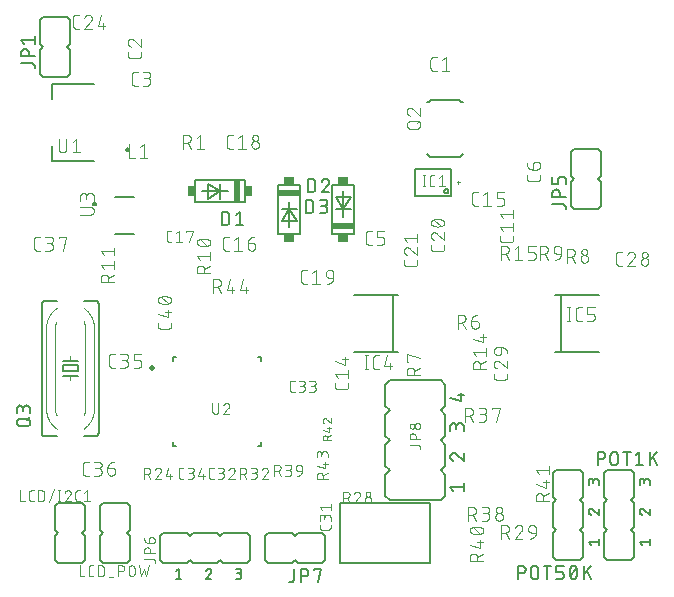
<source format=gto>
G04 EAGLE Gerber RS-274X export*
G75*
%MOMM*%
%FSLAX34Y34*%
%LPD*%
%INSilkscreen Top*%
%IPPOS*%
%AMOC8*
5,1,8,0,0,1.08239X$1,22.5*%
G01*
%ADD10C,0.101600*%
%ADD11C,0.076200*%
%ADD12C,0.152400*%
%ADD13R,0.508000X1.870000*%
%ADD14R,0.635000X0.850000*%
%ADD15C,0.127000*%
%ADD16R,1.870000X0.508000*%
%ADD17R,0.850000X0.635000*%
%ADD18C,0.000000*%
%ADD19C,0.203200*%
%ADD20C,0.050800*%
%ADD21C,0.200000*%
%ADD22C,0.150000*%
%ADD23C,0.500000*%


D10*
X426212Y302326D02*
X426212Y299729D01*
X426210Y299630D01*
X426204Y299530D01*
X426195Y299431D01*
X426182Y299333D01*
X426165Y299235D01*
X426144Y299137D01*
X426119Y299041D01*
X426091Y298946D01*
X426059Y298852D01*
X426024Y298759D01*
X425985Y298667D01*
X425942Y298577D01*
X425897Y298489D01*
X425847Y298402D01*
X425795Y298318D01*
X425739Y298235D01*
X425681Y298155D01*
X425619Y298077D01*
X425554Y298002D01*
X425486Y297929D01*
X425416Y297859D01*
X425343Y297791D01*
X425268Y297726D01*
X425190Y297664D01*
X425110Y297606D01*
X425027Y297550D01*
X424943Y297498D01*
X424856Y297448D01*
X424768Y297403D01*
X424678Y297360D01*
X424586Y297321D01*
X424493Y297286D01*
X424399Y297254D01*
X424304Y297226D01*
X424208Y297201D01*
X424110Y297180D01*
X424012Y297163D01*
X423914Y297150D01*
X423815Y297141D01*
X423715Y297135D01*
X423616Y297133D01*
X417124Y297133D01*
X417124Y297132D02*
X417025Y297134D01*
X416925Y297140D01*
X416826Y297149D01*
X416728Y297162D01*
X416630Y297180D01*
X416532Y297200D01*
X416436Y297225D01*
X416340Y297253D01*
X416246Y297285D01*
X416153Y297320D01*
X416062Y297359D01*
X415972Y297402D01*
X415883Y297447D01*
X415797Y297497D01*
X415712Y297549D01*
X415630Y297605D01*
X415550Y297664D01*
X415472Y297725D01*
X415396Y297790D01*
X415323Y297858D01*
X415253Y297928D01*
X415185Y298001D01*
X415120Y298077D01*
X415059Y298155D01*
X415000Y298235D01*
X414944Y298317D01*
X414892Y298402D01*
X414843Y298488D01*
X414797Y298577D01*
X414754Y298667D01*
X414715Y298758D01*
X414680Y298851D01*
X414648Y298945D01*
X414620Y299041D01*
X414595Y299137D01*
X414575Y299235D01*
X414557Y299333D01*
X414544Y299431D01*
X414535Y299530D01*
X414529Y299629D01*
X414527Y299729D01*
X414528Y299729D02*
X414528Y302326D01*
X417124Y306691D02*
X414528Y309936D01*
X426212Y309936D01*
X426212Y306691D02*
X426212Y313182D01*
X417124Y318121D02*
X414528Y321366D01*
X426212Y321366D01*
X426212Y318121D02*
X426212Y324612D01*
X286512Y177866D02*
X286512Y175269D01*
X286510Y175170D01*
X286504Y175070D01*
X286495Y174971D01*
X286482Y174873D01*
X286465Y174775D01*
X286444Y174677D01*
X286419Y174581D01*
X286391Y174486D01*
X286359Y174392D01*
X286324Y174299D01*
X286285Y174207D01*
X286242Y174117D01*
X286197Y174029D01*
X286147Y173942D01*
X286095Y173858D01*
X286039Y173775D01*
X285981Y173695D01*
X285919Y173617D01*
X285854Y173542D01*
X285786Y173469D01*
X285716Y173399D01*
X285643Y173331D01*
X285568Y173266D01*
X285490Y173204D01*
X285410Y173146D01*
X285327Y173090D01*
X285243Y173038D01*
X285156Y172988D01*
X285068Y172943D01*
X284978Y172900D01*
X284886Y172861D01*
X284793Y172826D01*
X284699Y172794D01*
X284604Y172766D01*
X284508Y172741D01*
X284410Y172720D01*
X284312Y172703D01*
X284214Y172690D01*
X284115Y172681D01*
X284015Y172675D01*
X283916Y172673D01*
X277424Y172673D01*
X277424Y172672D02*
X277325Y172674D01*
X277225Y172680D01*
X277126Y172689D01*
X277028Y172702D01*
X276930Y172720D01*
X276832Y172740D01*
X276736Y172765D01*
X276640Y172793D01*
X276546Y172825D01*
X276453Y172860D01*
X276362Y172899D01*
X276272Y172942D01*
X276183Y172987D01*
X276097Y173037D01*
X276012Y173089D01*
X275930Y173145D01*
X275850Y173204D01*
X275772Y173265D01*
X275696Y173330D01*
X275623Y173398D01*
X275553Y173468D01*
X275485Y173541D01*
X275420Y173617D01*
X275359Y173695D01*
X275300Y173775D01*
X275244Y173857D01*
X275192Y173942D01*
X275143Y174028D01*
X275097Y174117D01*
X275054Y174207D01*
X275015Y174298D01*
X274980Y174391D01*
X274948Y174485D01*
X274920Y174581D01*
X274895Y174677D01*
X274875Y174775D01*
X274857Y174873D01*
X274844Y174971D01*
X274835Y175070D01*
X274829Y175169D01*
X274827Y175269D01*
X274828Y175269D02*
X274828Y177866D01*
X277424Y182231D02*
X274828Y185476D01*
X286512Y185476D01*
X286512Y182231D02*
X286512Y188722D01*
X283916Y193661D02*
X274828Y196257D01*
X283916Y193661D02*
X283916Y200152D01*
X281319Y198205D02*
X286512Y198205D01*
X393709Y328168D02*
X396306Y328168D01*
X393709Y328168D02*
X393610Y328170D01*
X393510Y328176D01*
X393411Y328185D01*
X393313Y328198D01*
X393215Y328215D01*
X393117Y328236D01*
X393021Y328261D01*
X392926Y328289D01*
X392832Y328321D01*
X392739Y328356D01*
X392647Y328395D01*
X392557Y328438D01*
X392469Y328483D01*
X392382Y328533D01*
X392298Y328585D01*
X392215Y328641D01*
X392135Y328699D01*
X392057Y328761D01*
X391982Y328826D01*
X391909Y328894D01*
X391839Y328964D01*
X391771Y329037D01*
X391706Y329112D01*
X391644Y329190D01*
X391586Y329270D01*
X391530Y329353D01*
X391478Y329437D01*
X391428Y329524D01*
X391383Y329612D01*
X391340Y329702D01*
X391301Y329794D01*
X391266Y329887D01*
X391234Y329981D01*
X391206Y330076D01*
X391181Y330172D01*
X391160Y330270D01*
X391143Y330368D01*
X391130Y330466D01*
X391121Y330565D01*
X391115Y330665D01*
X391113Y330764D01*
X391113Y337256D01*
X391115Y337355D01*
X391121Y337455D01*
X391130Y337554D01*
X391143Y337652D01*
X391160Y337750D01*
X391181Y337848D01*
X391206Y337944D01*
X391234Y338039D01*
X391266Y338133D01*
X391301Y338226D01*
X391340Y338318D01*
X391383Y338408D01*
X391428Y338496D01*
X391478Y338583D01*
X391530Y338667D01*
X391586Y338750D01*
X391644Y338830D01*
X391706Y338908D01*
X391771Y338983D01*
X391839Y339056D01*
X391909Y339126D01*
X391982Y339194D01*
X392057Y339259D01*
X392135Y339321D01*
X392215Y339379D01*
X392298Y339435D01*
X392382Y339487D01*
X392469Y339537D01*
X392557Y339582D01*
X392647Y339625D01*
X392739Y339664D01*
X392831Y339699D01*
X392926Y339731D01*
X393021Y339759D01*
X393117Y339784D01*
X393215Y339805D01*
X393313Y339822D01*
X393411Y339835D01*
X393510Y339844D01*
X393610Y339850D01*
X393709Y339852D01*
X396306Y339852D01*
X400671Y337256D02*
X403916Y339852D01*
X403916Y328168D01*
X400671Y328168D02*
X407162Y328168D01*
X412101Y328168D02*
X415996Y328168D01*
X416095Y328170D01*
X416195Y328176D01*
X416294Y328185D01*
X416392Y328198D01*
X416490Y328215D01*
X416588Y328236D01*
X416684Y328261D01*
X416779Y328289D01*
X416873Y328321D01*
X416966Y328356D01*
X417058Y328395D01*
X417148Y328438D01*
X417236Y328483D01*
X417323Y328533D01*
X417407Y328585D01*
X417490Y328641D01*
X417570Y328699D01*
X417648Y328761D01*
X417723Y328826D01*
X417796Y328894D01*
X417866Y328964D01*
X417934Y329037D01*
X417999Y329112D01*
X418061Y329190D01*
X418119Y329270D01*
X418175Y329353D01*
X418227Y329437D01*
X418277Y329524D01*
X418322Y329612D01*
X418365Y329702D01*
X418404Y329794D01*
X418439Y329887D01*
X418471Y329981D01*
X418499Y330076D01*
X418524Y330172D01*
X418545Y330270D01*
X418562Y330368D01*
X418575Y330466D01*
X418584Y330565D01*
X418590Y330665D01*
X418592Y330764D01*
X418592Y332063D01*
X418590Y332162D01*
X418584Y332262D01*
X418575Y332361D01*
X418562Y332459D01*
X418545Y332557D01*
X418524Y332655D01*
X418499Y332751D01*
X418471Y332846D01*
X418439Y332940D01*
X418404Y333033D01*
X418365Y333125D01*
X418322Y333215D01*
X418277Y333303D01*
X418227Y333390D01*
X418175Y333474D01*
X418119Y333557D01*
X418061Y333637D01*
X417999Y333715D01*
X417934Y333790D01*
X417866Y333863D01*
X417796Y333933D01*
X417723Y334001D01*
X417648Y334066D01*
X417570Y334128D01*
X417490Y334186D01*
X417407Y334242D01*
X417323Y334294D01*
X417236Y334344D01*
X417148Y334389D01*
X417058Y334432D01*
X416966Y334471D01*
X416873Y334506D01*
X416779Y334538D01*
X416684Y334566D01*
X416588Y334591D01*
X416490Y334612D01*
X416392Y334629D01*
X416294Y334642D01*
X416195Y334651D01*
X416095Y334657D01*
X415996Y334659D01*
X412101Y334659D01*
X412101Y339852D01*
X418592Y339852D01*
X185486Y290068D02*
X182889Y290068D01*
X182790Y290070D01*
X182690Y290076D01*
X182591Y290085D01*
X182493Y290098D01*
X182395Y290115D01*
X182297Y290136D01*
X182201Y290161D01*
X182106Y290189D01*
X182012Y290221D01*
X181919Y290256D01*
X181827Y290295D01*
X181737Y290338D01*
X181649Y290383D01*
X181562Y290433D01*
X181478Y290485D01*
X181395Y290541D01*
X181315Y290599D01*
X181237Y290661D01*
X181162Y290726D01*
X181089Y290794D01*
X181019Y290864D01*
X180951Y290937D01*
X180886Y291012D01*
X180824Y291090D01*
X180766Y291170D01*
X180710Y291253D01*
X180658Y291337D01*
X180608Y291424D01*
X180563Y291512D01*
X180520Y291602D01*
X180481Y291694D01*
X180446Y291787D01*
X180414Y291881D01*
X180386Y291976D01*
X180361Y292072D01*
X180340Y292170D01*
X180323Y292268D01*
X180310Y292366D01*
X180301Y292465D01*
X180295Y292565D01*
X180293Y292664D01*
X180293Y299156D01*
X180295Y299255D01*
X180301Y299355D01*
X180310Y299454D01*
X180323Y299552D01*
X180340Y299650D01*
X180361Y299748D01*
X180386Y299844D01*
X180414Y299939D01*
X180446Y300033D01*
X180481Y300126D01*
X180520Y300218D01*
X180563Y300308D01*
X180608Y300396D01*
X180658Y300483D01*
X180710Y300567D01*
X180766Y300650D01*
X180824Y300730D01*
X180886Y300808D01*
X180951Y300883D01*
X181019Y300956D01*
X181089Y301026D01*
X181162Y301094D01*
X181237Y301159D01*
X181315Y301221D01*
X181395Y301279D01*
X181478Y301335D01*
X181562Y301387D01*
X181649Y301437D01*
X181737Y301482D01*
X181827Y301525D01*
X181919Y301564D01*
X182011Y301599D01*
X182106Y301631D01*
X182201Y301659D01*
X182297Y301684D01*
X182395Y301705D01*
X182493Y301722D01*
X182591Y301735D01*
X182690Y301744D01*
X182790Y301750D01*
X182889Y301752D01*
X185486Y301752D01*
X189851Y299156D02*
X193096Y301752D01*
X193096Y290068D01*
X189851Y290068D02*
X196342Y290068D01*
X201281Y296559D02*
X205176Y296559D01*
X205275Y296557D01*
X205375Y296551D01*
X205474Y296542D01*
X205572Y296529D01*
X205670Y296512D01*
X205768Y296491D01*
X205864Y296466D01*
X205959Y296438D01*
X206053Y296406D01*
X206146Y296371D01*
X206238Y296332D01*
X206328Y296289D01*
X206416Y296244D01*
X206503Y296194D01*
X206587Y296142D01*
X206670Y296086D01*
X206750Y296028D01*
X206828Y295966D01*
X206903Y295901D01*
X206976Y295833D01*
X207046Y295763D01*
X207114Y295690D01*
X207179Y295615D01*
X207241Y295537D01*
X207299Y295457D01*
X207355Y295374D01*
X207407Y295290D01*
X207457Y295203D01*
X207502Y295115D01*
X207545Y295025D01*
X207584Y294933D01*
X207619Y294840D01*
X207651Y294746D01*
X207679Y294651D01*
X207704Y294555D01*
X207725Y294457D01*
X207742Y294359D01*
X207755Y294261D01*
X207764Y294162D01*
X207770Y294062D01*
X207772Y293963D01*
X207772Y293314D01*
X207770Y293201D01*
X207764Y293088D01*
X207754Y292975D01*
X207740Y292862D01*
X207723Y292750D01*
X207701Y292639D01*
X207676Y292529D01*
X207646Y292419D01*
X207613Y292311D01*
X207576Y292204D01*
X207536Y292098D01*
X207491Y291994D01*
X207443Y291891D01*
X207392Y291790D01*
X207337Y291691D01*
X207279Y291594D01*
X207217Y291499D01*
X207152Y291406D01*
X207084Y291316D01*
X207013Y291228D01*
X206938Y291142D01*
X206861Y291059D01*
X206781Y290979D01*
X206698Y290902D01*
X206612Y290827D01*
X206524Y290756D01*
X206434Y290688D01*
X206341Y290623D01*
X206246Y290561D01*
X206149Y290503D01*
X206050Y290448D01*
X205949Y290397D01*
X205846Y290349D01*
X205742Y290304D01*
X205636Y290264D01*
X205529Y290227D01*
X205421Y290194D01*
X205311Y290164D01*
X205201Y290139D01*
X205090Y290117D01*
X204978Y290100D01*
X204865Y290086D01*
X204752Y290076D01*
X204639Y290070D01*
X204526Y290068D01*
X204413Y290070D01*
X204300Y290076D01*
X204187Y290086D01*
X204074Y290100D01*
X203962Y290117D01*
X203851Y290139D01*
X203741Y290164D01*
X203631Y290194D01*
X203523Y290227D01*
X203416Y290264D01*
X203310Y290304D01*
X203206Y290349D01*
X203103Y290397D01*
X203002Y290448D01*
X202903Y290503D01*
X202806Y290561D01*
X202711Y290623D01*
X202618Y290688D01*
X202528Y290756D01*
X202440Y290827D01*
X202354Y290902D01*
X202271Y290979D01*
X202191Y291059D01*
X202114Y291142D01*
X202039Y291228D01*
X201968Y291316D01*
X201900Y291406D01*
X201835Y291499D01*
X201773Y291594D01*
X201715Y291691D01*
X201660Y291790D01*
X201609Y291891D01*
X201561Y291994D01*
X201516Y292098D01*
X201476Y292204D01*
X201439Y292311D01*
X201406Y292419D01*
X201376Y292529D01*
X201351Y292639D01*
X201329Y292750D01*
X201312Y292862D01*
X201298Y292975D01*
X201288Y293088D01*
X201282Y293201D01*
X201280Y293314D01*
X201281Y293314D02*
X201281Y296559D01*
X201283Y296702D01*
X201289Y296845D01*
X201299Y296988D01*
X201313Y297130D01*
X201330Y297272D01*
X201352Y297414D01*
X201377Y297555D01*
X201407Y297695D01*
X201440Y297834D01*
X201477Y297972D01*
X201518Y298109D01*
X201562Y298245D01*
X201611Y298380D01*
X201663Y298513D01*
X201718Y298645D01*
X201778Y298775D01*
X201841Y298904D01*
X201907Y299031D01*
X201977Y299155D01*
X202050Y299278D01*
X202127Y299399D01*
X202207Y299518D01*
X202290Y299634D01*
X202376Y299749D01*
X202465Y299860D01*
X202558Y299970D01*
X202653Y300076D01*
X202752Y300180D01*
X202853Y300281D01*
X202957Y300380D01*
X203063Y300475D01*
X203173Y300568D01*
X203284Y300657D01*
X203399Y300743D01*
X203515Y300826D01*
X203634Y300906D01*
X203755Y300983D01*
X203877Y301056D01*
X204002Y301126D01*
X204129Y301192D01*
X204258Y301255D01*
X204388Y301315D01*
X204520Y301370D01*
X204653Y301422D01*
X204788Y301471D01*
X204924Y301515D01*
X205061Y301556D01*
X205199Y301593D01*
X205338Y301626D01*
X205478Y301656D01*
X205619Y301681D01*
X205761Y301703D01*
X205903Y301720D01*
X206045Y301734D01*
X206188Y301744D01*
X206331Y301750D01*
X206474Y301752D01*
D11*
X136638Y297561D02*
X134549Y297561D01*
X134460Y297563D01*
X134372Y297569D01*
X134284Y297578D01*
X134196Y297591D01*
X134109Y297608D01*
X134023Y297628D01*
X133938Y297653D01*
X133853Y297680D01*
X133770Y297712D01*
X133689Y297746D01*
X133609Y297785D01*
X133531Y297826D01*
X133454Y297871D01*
X133380Y297919D01*
X133307Y297970D01*
X133237Y298024D01*
X133170Y298082D01*
X133104Y298142D01*
X133042Y298204D01*
X132982Y298270D01*
X132924Y298337D01*
X132870Y298407D01*
X132819Y298480D01*
X132771Y298554D01*
X132726Y298631D01*
X132685Y298709D01*
X132646Y298789D01*
X132612Y298870D01*
X132580Y298953D01*
X132553Y299038D01*
X132528Y299123D01*
X132508Y299209D01*
X132491Y299296D01*
X132478Y299384D01*
X132469Y299472D01*
X132463Y299560D01*
X132461Y299649D01*
X132461Y304871D01*
X132463Y304962D01*
X132469Y305053D01*
X132479Y305144D01*
X132493Y305234D01*
X132510Y305323D01*
X132532Y305411D01*
X132558Y305499D01*
X132587Y305585D01*
X132620Y305670D01*
X132657Y305753D01*
X132697Y305835D01*
X132741Y305915D01*
X132788Y305993D01*
X132839Y306069D01*
X132892Y306142D01*
X132949Y306213D01*
X133010Y306282D01*
X133073Y306347D01*
X133138Y306410D01*
X133207Y306470D01*
X133278Y306528D01*
X133351Y306581D01*
X133427Y306632D01*
X133505Y306679D01*
X133585Y306723D01*
X133667Y306763D01*
X133750Y306800D01*
X133835Y306833D01*
X133921Y306862D01*
X134009Y306888D01*
X134097Y306910D01*
X134186Y306927D01*
X134276Y306941D01*
X134367Y306951D01*
X134458Y306957D01*
X134549Y306959D01*
X136638Y306959D01*
X140107Y304871D02*
X142717Y306959D01*
X142717Y297561D01*
X140107Y297561D02*
X145328Y297561D01*
X149251Y305915D02*
X149251Y306959D01*
X154472Y306959D01*
X151861Y297561D01*
D10*
X185984Y376428D02*
X188581Y376428D01*
X185984Y376428D02*
X185885Y376430D01*
X185785Y376436D01*
X185686Y376445D01*
X185588Y376458D01*
X185490Y376475D01*
X185392Y376496D01*
X185296Y376521D01*
X185201Y376549D01*
X185107Y376581D01*
X185014Y376616D01*
X184922Y376655D01*
X184832Y376698D01*
X184744Y376743D01*
X184657Y376793D01*
X184573Y376845D01*
X184490Y376901D01*
X184410Y376959D01*
X184332Y377021D01*
X184257Y377086D01*
X184184Y377154D01*
X184114Y377224D01*
X184046Y377297D01*
X183981Y377372D01*
X183919Y377450D01*
X183861Y377530D01*
X183805Y377613D01*
X183753Y377697D01*
X183703Y377784D01*
X183658Y377872D01*
X183615Y377962D01*
X183576Y378054D01*
X183541Y378147D01*
X183509Y378241D01*
X183481Y378336D01*
X183456Y378432D01*
X183435Y378530D01*
X183418Y378628D01*
X183405Y378726D01*
X183396Y378825D01*
X183390Y378925D01*
X183388Y379024D01*
X183388Y385516D01*
X183390Y385615D01*
X183396Y385715D01*
X183405Y385814D01*
X183418Y385912D01*
X183435Y386010D01*
X183456Y386108D01*
X183481Y386204D01*
X183509Y386299D01*
X183541Y386393D01*
X183576Y386486D01*
X183615Y386578D01*
X183658Y386668D01*
X183703Y386756D01*
X183753Y386843D01*
X183805Y386927D01*
X183861Y387010D01*
X183919Y387090D01*
X183981Y387168D01*
X184046Y387243D01*
X184114Y387316D01*
X184184Y387386D01*
X184257Y387454D01*
X184332Y387519D01*
X184410Y387581D01*
X184490Y387639D01*
X184573Y387695D01*
X184657Y387747D01*
X184744Y387797D01*
X184832Y387842D01*
X184922Y387885D01*
X185014Y387924D01*
X185106Y387959D01*
X185201Y387991D01*
X185296Y388019D01*
X185392Y388044D01*
X185490Y388065D01*
X185588Y388082D01*
X185686Y388095D01*
X185785Y388104D01*
X185885Y388110D01*
X185984Y388112D01*
X188581Y388112D01*
X192946Y385516D02*
X196192Y388112D01*
X196192Y376428D01*
X199437Y376428D02*
X192946Y376428D01*
X204376Y379674D02*
X204378Y379787D01*
X204384Y379900D01*
X204394Y380013D01*
X204408Y380126D01*
X204425Y380238D01*
X204447Y380349D01*
X204472Y380459D01*
X204502Y380569D01*
X204535Y380677D01*
X204572Y380784D01*
X204612Y380890D01*
X204657Y380994D01*
X204705Y381097D01*
X204756Y381198D01*
X204811Y381297D01*
X204869Y381394D01*
X204931Y381489D01*
X204996Y381582D01*
X205064Y381672D01*
X205135Y381760D01*
X205210Y381846D01*
X205287Y381929D01*
X205367Y382009D01*
X205450Y382086D01*
X205536Y382161D01*
X205624Y382232D01*
X205714Y382300D01*
X205807Y382365D01*
X205902Y382427D01*
X205999Y382485D01*
X206098Y382540D01*
X206199Y382591D01*
X206302Y382639D01*
X206406Y382684D01*
X206512Y382724D01*
X206619Y382761D01*
X206727Y382794D01*
X206837Y382824D01*
X206947Y382849D01*
X207058Y382871D01*
X207170Y382888D01*
X207283Y382902D01*
X207396Y382912D01*
X207509Y382918D01*
X207622Y382920D01*
X207735Y382918D01*
X207848Y382912D01*
X207961Y382902D01*
X208074Y382888D01*
X208186Y382871D01*
X208297Y382849D01*
X208407Y382824D01*
X208517Y382794D01*
X208625Y382761D01*
X208732Y382724D01*
X208838Y382684D01*
X208942Y382639D01*
X209045Y382591D01*
X209146Y382540D01*
X209245Y382485D01*
X209342Y382427D01*
X209437Y382365D01*
X209530Y382300D01*
X209620Y382232D01*
X209708Y382161D01*
X209794Y382086D01*
X209877Y382009D01*
X209957Y381929D01*
X210034Y381846D01*
X210109Y381760D01*
X210180Y381672D01*
X210248Y381582D01*
X210313Y381489D01*
X210375Y381394D01*
X210433Y381297D01*
X210488Y381198D01*
X210539Y381097D01*
X210587Y380994D01*
X210632Y380890D01*
X210672Y380784D01*
X210709Y380677D01*
X210742Y380569D01*
X210772Y380459D01*
X210797Y380349D01*
X210819Y380238D01*
X210836Y380126D01*
X210850Y380013D01*
X210860Y379900D01*
X210866Y379787D01*
X210868Y379674D01*
X210866Y379561D01*
X210860Y379448D01*
X210850Y379335D01*
X210836Y379222D01*
X210819Y379110D01*
X210797Y378999D01*
X210772Y378889D01*
X210742Y378779D01*
X210709Y378671D01*
X210672Y378564D01*
X210632Y378458D01*
X210587Y378354D01*
X210539Y378251D01*
X210488Y378150D01*
X210433Y378051D01*
X210375Y377954D01*
X210313Y377859D01*
X210248Y377766D01*
X210180Y377676D01*
X210109Y377588D01*
X210034Y377502D01*
X209957Y377419D01*
X209877Y377339D01*
X209794Y377262D01*
X209708Y377187D01*
X209620Y377116D01*
X209530Y377048D01*
X209437Y376983D01*
X209342Y376921D01*
X209245Y376863D01*
X209146Y376808D01*
X209045Y376757D01*
X208942Y376709D01*
X208838Y376664D01*
X208732Y376624D01*
X208625Y376587D01*
X208517Y376554D01*
X208407Y376524D01*
X208297Y376499D01*
X208186Y376477D01*
X208074Y376460D01*
X207961Y376446D01*
X207848Y376436D01*
X207735Y376430D01*
X207622Y376428D01*
X207509Y376430D01*
X207396Y376436D01*
X207283Y376446D01*
X207170Y376460D01*
X207058Y376477D01*
X206947Y376499D01*
X206837Y376524D01*
X206727Y376554D01*
X206619Y376587D01*
X206512Y376624D01*
X206406Y376664D01*
X206302Y376709D01*
X206199Y376757D01*
X206098Y376808D01*
X205999Y376863D01*
X205902Y376921D01*
X205807Y376983D01*
X205714Y377048D01*
X205624Y377116D01*
X205536Y377187D01*
X205450Y377262D01*
X205367Y377339D01*
X205287Y377419D01*
X205210Y377502D01*
X205135Y377588D01*
X205064Y377676D01*
X204996Y377766D01*
X204931Y377859D01*
X204869Y377954D01*
X204811Y378051D01*
X204756Y378150D01*
X204705Y378251D01*
X204657Y378354D01*
X204612Y378458D01*
X204572Y378564D01*
X204535Y378671D01*
X204502Y378779D01*
X204472Y378889D01*
X204447Y378999D01*
X204425Y379110D01*
X204408Y379222D01*
X204394Y379335D01*
X204384Y379448D01*
X204378Y379561D01*
X204376Y379674D01*
X205026Y385516D02*
X205028Y385617D01*
X205034Y385717D01*
X205044Y385817D01*
X205057Y385917D01*
X205075Y386016D01*
X205096Y386115D01*
X205121Y386212D01*
X205150Y386309D01*
X205183Y386404D01*
X205219Y386498D01*
X205259Y386590D01*
X205302Y386681D01*
X205349Y386770D01*
X205399Y386857D01*
X205453Y386943D01*
X205510Y387026D01*
X205570Y387106D01*
X205633Y387185D01*
X205700Y387261D01*
X205769Y387334D01*
X205841Y387404D01*
X205915Y387472D01*
X205992Y387537D01*
X206072Y387598D01*
X206154Y387657D01*
X206238Y387712D01*
X206324Y387764D01*
X206412Y387813D01*
X206502Y387858D01*
X206594Y387900D01*
X206687Y387938D01*
X206782Y387972D01*
X206877Y388003D01*
X206974Y388030D01*
X207072Y388053D01*
X207171Y388073D01*
X207271Y388088D01*
X207371Y388100D01*
X207471Y388108D01*
X207572Y388112D01*
X207672Y388112D01*
X207773Y388108D01*
X207873Y388100D01*
X207973Y388088D01*
X208073Y388073D01*
X208172Y388053D01*
X208270Y388030D01*
X208367Y388003D01*
X208462Y387972D01*
X208557Y387938D01*
X208650Y387900D01*
X208742Y387858D01*
X208832Y387813D01*
X208920Y387764D01*
X209006Y387712D01*
X209090Y387657D01*
X209172Y387598D01*
X209252Y387537D01*
X209329Y387472D01*
X209403Y387404D01*
X209475Y387334D01*
X209544Y387261D01*
X209611Y387185D01*
X209674Y387106D01*
X209734Y387026D01*
X209791Y386943D01*
X209845Y386857D01*
X209895Y386770D01*
X209942Y386681D01*
X209985Y386590D01*
X210025Y386498D01*
X210061Y386404D01*
X210094Y386309D01*
X210123Y386212D01*
X210148Y386115D01*
X210169Y386016D01*
X210187Y385917D01*
X210200Y385817D01*
X210210Y385717D01*
X210216Y385617D01*
X210218Y385516D01*
X210216Y385415D01*
X210210Y385315D01*
X210200Y385215D01*
X210187Y385115D01*
X210169Y385016D01*
X210148Y384917D01*
X210123Y384820D01*
X210094Y384723D01*
X210061Y384628D01*
X210025Y384534D01*
X209985Y384442D01*
X209942Y384351D01*
X209895Y384262D01*
X209845Y384175D01*
X209791Y384089D01*
X209734Y384006D01*
X209674Y383926D01*
X209611Y383847D01*
X209544Y383771D01*
X209475Y383698D01*
X209403Y383628D01*
X209329Y383560D01*
X209252Y383495D01*
X209172Y383434D01*
X209090Y383375D01*
X209006Y383320D01*
X208920Y383268D01*
X208832Y383219D01*
X208742Y383174D01*
X208650Y383132D01*
X208557Y383094D01*
X208462Y383060D01*
X208367Y383029D01*
X208270Y383002D01*
X208172Y382979D01*
X208073Y382959D01*
X207973Y382944D01*
X207873Y382932D01*
X207773Y382924D01*
X207672Y382920D01*
X207572Y382920D01*
X207471Y382924D01*
X207371Y382932D01*
X207271Y382944D01*
X207171Y382959D01*
X207072Y382979D01*
X206974Y383002D01*
X206877Y383029D01*
X206782Y383060D01*
X206687Y383094D01*
X206594Y383132D01*
X206502Y383174D01*
X206412Y383219D01*
X206324Y383268D01*
X206238Y383320D01*
X206154Y383375D01*
X206072Y383434D01*
X205992Y383495D01*
X205915Y383560D01*
X205841Y383628D01*
X205769Y383698D01*
X205700Y383771D01*
X205633Y383847D01*
X205570Y383926D01*
X205510Y384006D01*
X205453Y384089D01*
X205399Y384175D01*
X205349Y384262D01*
X205302Y384351D01*
X205259Y384442D01*
X205219Y384534D01*
X205183Y384628D01*
X205150Y384723D01*
X205121Y384820D01*
X205096Y384917D01*
X205075Y385016D01*
X205057Y385115D01*
X205044Y385215D01*
X205034Y385315D01*
X205028Y385415D01*
X205026Y385516D01*
X248929Y262128D02*
X251526Y262128D01*
X248929Y262128D02*
X248830Y262130D01*
X248730Y262136D01*
X248631Y262145D01*
X248533Y262158D01*
X248435Y262175D01*
X248337Y262196D01*
X248241Y262221D01*
X248146Y262249D01*
X248052Y262281D01*
X247959Y262316D01*
X247867Y262355D01*
X247777Y262398D01*
X247689Y262443D01*
X247602Y262493D01*
X247518Y262545D01*
X247435Y262601D01*
X247355Y262659D01*
X247277Y262721D01*
X247202Y262786D01*
X247129Y262854D01*
X247059Y262924D01*
X246991Y262997D01*
X246926Y263072D01*
X246864Y263150D01*
X246806Y263230D01*
X246750Y263313D01*
X246698Y263397D01*
X246648Y263484D01*
X246603Y263572D01*
X246560Y263662D01*
X246521Y263754D01*
X246486Y263847D01*
X246454Y263941D01*
X246426Y264036D01*
X246401Y264132D01*
X246380Y264230D01*
X246363Y264328D01*
X246350Y264426D01*
X246341Y264525D01*
X246335Y264625D01*
X246333Y264724D01*
X246333Y271216D01*
X246335Y271315D01*
X246341Y271415D01*
X246350Y271514D01*
X246363Y271612D01*
X246380Y271710D01*
X246401Y271808D01*
X246426Y271904D01*
X246454Y271999D01*
X246486Y272093D01*
X246521Y272186D01*
X246560Y272278D01*
X246603Y272368D01*
X246648Y272456D01*
X246698Y272543D01*
X246750Y272627D01*
X246806Y272710D01*
X246864Y272790D01*
X246926Y272868D01*
X246991Y272943D01*
X247059Y273016D01*
X247129Y273086D01*
X247202Y273154D01*
X247277Y273219D01*
X247355Y273281D01*
X247435Y273339D01*
X247518Y273395D01*
X247602Y273447D01*
X247689Y273497D01*
X247777Y273542D01*
X247867Y273585D01*
X247959Y273624D01*
X248051Y273659D01*
X248146Y273691D01*
X248241Y273719D01*
X248337Y273744D01*
X248435Y273765D01*
X248533Y273782D01*
X248631Y273795D01*
X248730Y273804D01*
X248830Y273810D01*
X248929Y273812D01*
X251526Y273812D01*
X255891Y271216D02*
X259136Y273812D01*
X259136Y262128D01*
X255891Y262128D02*
X262382Y262128D01*
X269917Y267321D02*
X273812Y267321D01*
X269917Y267321D02*
X269818Y267323D01*
X269718Y267329D01*
X269619Y267338D01*
X269521Y267351D01*
X269423Y267368D01*
X269325Y267389D01*
X269229Y267414D01*
X269134Y267442D01*
X269040Y267474D01*
X268947Y267509D01*
X268855Y267548D01*
X268765Y267591D01*
X268677Y267636D01*
X268590Y267686D01*
X268506Y267738D01*
X268423Y267794D01*
X268343Y267852D01*
X268265Y267914D01*
X268190Y267979D01*
X268117Y268047D01*
X268047Y268117D01*
X267979Y268190D01*
X267914Y268265D01*
X267852Y268343D01*
X267794Y268423D01*
X267738Y268506D01*
X267686Y268590D01*
X267636Y268677D01*
X267591Y268765D01*
X267548Y268855D01*
X267509Y268947D01*
X267474Y269040D01*
X267442Y269134D01*
X267414Y269229D01*
X267389Y269325D01*
X267368Y269423D01*
X267351Y269521D01*
X267338Y269619D01*
X267329Y269718D01*
X267323Y269818D01*
X267321Y269917D01*
X267321Y270566D01*
X267320Y270566D02*
X267322Y270679D01*
X267328Y270792D01*
X267338Y270905D01*
X267352Y271018D01*
X267369Y271130D01*
X267391Y271241D01*
X267416Y271351D01*
X267446Y271461D01*
X267479Y271569D01*
X267516Y271676D01*
X267556Y271782D01*
X267601Y271886D01*
X267649Y271989D01*
X267700Y272090D01*
X267755Y272189D01*
X267813Y272286D01*
X267875Y272381D01*
X267940Y272474D01*
X268008Y272564D01*
X268079Y272652D01*
X268154Y272738D01*
X268231Y272821D01*
X268311Y272901D01*
X268394Y272978D01*
X268480Y273053D01*
X268568Y273124D01*
X268658Y273192D01*
X268751Y273257D01*
X268846Y273319D01*
X268943Y273377D01*
X269042Y273432D01*
X269143Y273483D01*
X269246Y273531D01*
X269350Y273576D01*
X269456Y273616D01*
X269563Y273653D01*
X269671Y273686D01*
X269781Y273716D01*
X269891Y273741D01*
X270002Y273763D01*
X270114Y273780D01*
X270227Y273794D01*
X270340Y273804D01*
X270453Y273810D01*
X270566Y273812D01*
X270679Y273810D01*
X270792Y273804D01*
X270905Y273794D01*
X271018Y273780D01*
X271130Y273763D01*
X271241Y273741D01*
X271351Y273716D01*
X271461Y273686D01*
X271569Y273653D01*
X271676Y273616D01*
X271782Y273576D01*
X271886Y273531D01*
X271989Y273483D01*
X272090Y273432D01*
X272189Y273377D01*
X272286Y273319D01*
X272381Y273257D01*
X272474Y273192D01*
X272564Y273124D01*
X272652Y273053D01*
X272738Y272978D01*
X272821Y272901D01*
X272901Y272821D01*
X272978Y272738D01*
X273053Y272652D01*
X273124Y272564D01*
X273192Y272474D01*
X273257Y272381D01*
X273319Y272286D01*
X273377Y272189D01*
X273432Y272090D01*
X273483Y271989D01*
X273531Y271886D01*
X273576Y271782D01*
X273616Y271676D01*
X273653Y271569D01*
X273686Y271461D01*
X273716Y271351D01*
X273741Y271241D01*
X273763Y271130D01*
X273780Y271018D01*
X273794Y270905D01*
X273804Y270792D01*
X273810Y270679D01*
X273812Y270566D01*
X273812Y267321D01*
X273810Y267178D01*
X273804Y267035D01*
X273794Y266892D01*
X273780Y266750D01*
X273763Y266608D01*
X273741Y266466D01*
X273716Y266325D01*
X273686Y266185D01*
X273653Y266046D01*
X273616Y265908D01*
X273575Y265771D01*
X273531Y265635D01*
X273482Y265500D01*
X273430Y265367D01*
X273375Y265235D01*
X273315Y265105D01*
X273252Y264976D01*
X273186Y264849D01*
X273116Y264724D01*
X273043Y264602D01*
X272966Y264481D01*
X272886Y264362D01*
X272803Y264246D01*
X272717Y264131D01*
X272628Y264020D01*
X272535Y263910D01*
X272440Y263804D01*
X272341Y263700D01*
X272240Y263599D01*
X272136Y263500D01*
X272030Y263405D01*
X271920Y263312D01*
X271809Y263223D01*
X271694Y263137D01*
X271578Y263054D01*
X271459Y262974D01*
X271338Y262897D01*
X271216Y262824D01*
X271091Y262754D01*
X270964Y262688D01*
X270835Y262625D01*
X270705Y262565D01*
X270573Y262510D01*
X270440Y262458D01*
X270305Y262409D01*
X270169Y262365D01*
X270032Y262324D01*
X269894Y262287D01*
X269755Y262254D01*
X269615Y262224D01*
X269474Y262199D01*
X269332Y262177D01*
X269190Y262160D01*
X269048Y262146D01*
X268905Y262136D01*
X268762Y262130D01*
X268619Y262128D01*
X111252Y455939D02*
X111252Y458536D01*
X111252Y455939D02*
X111250Y455840D01*
X111244Y455740D01*
X111235Y455641D01*
X111222Y455543D01*
X111205Y455445D01*
X111184Y455347D01*
X111159Y455251D01*
X111131Y455156D01*
X111099Y455062D01*
X111064Y454969D01*
X111025Y454877D01*
X110982Y454787D01*
X110937Y454699D01*
X110887Y454612D01*
X110835Y454528D01*
X110779Y454445D01*
X110721Y454365D01*
X110659Y454287D01*
X110594Y454212D01*
X110526Y454139D01*
X110456Y454069D01*
X110383Y454001D01*
X110308Y453936D01*
X110230Y453874D01*
X110150Y453816D01*
X110067Y453760D01*
X109983Y453708D01*
X109896Y453658D01*
X109808Y453613D01*
X109718Y453570D01*
X109626Y453531D01*
X109533Y453496D01*
X109439Y453464D01*
X109344Y453436D01*
X109248Y453411D01*
X109150Y453390D01*
X109052Y453373D01*
X108954Y453360D01*
X108855Y453351D01*
X108755Y453345D01*
X108656Y453343D01*
X102164Y453343D01*
X102164Y453342D02*
X102065Y453344D01*
X101965Y453350D01*
X101866Y453359D01*
X101768Y453372D01*
X101670Y453390D01*
X101572Y453410D01*
X101476Y453435D01*
X101380Y453463D01*
X101286Y453495D01*
X101193Y453530D01*
X101102Y453569D01*
X101012Y453612D01*
X100923Y453657D01*
X100837Y453707D01*
X100752Y453759D01*
X100670Y453815D01*
X100590Y453874D01*
X100512Y453935D01*
X100436Y454000D01*
X100363Y454068D01*
X100293Y454138D01*
X100225Y454211D01*
X100160Y454287D01*
X100099Y454365D01*
X100040Y454445D01*
X99984Y454527D01*
X99932Y454612D01*
X99883Y454698D01*
X99837Y454787D01*
X99794Y454877D01*
X99755Y454968D01*
X99720Y455061D01*
X99688Y455155D01*
X99660Y455251D01*
X99635Y455347D01*
X99615Y455445D01*
X99597Y455543D01*
X99584Y455641D01*
X99575Y455740D01*
X99569Y455839D01*
X99567Y455939D01*
X99568Y455939D02*
X99568Y458536D01*
X99568Y466471D02*
X99570Y466578D01*
X99576Y466684D01*
X99586Y466790D01*
X99599Y466896D01*
X99617Y467002D01*
X99638Y467106D01*
X99663Y467210D01*
X99692Y467313D01*
X99724Y467414D01*
X99761Y467514D01*
X99801Y467613D01*
X99844Y467711D01*
X99891Y467807D01*
X99942Y467901D01*
X99996Y467993D01*
X100053Y468083D01*
X100113Y468171D01*
X100177Y468256D01*
X100244Y468339D01*
X100314Y468420D01*
X100386Y468498D01*
X100462Y468574D01*
X100540Y468646D01*
X100621Y468716D01*
X100704Y468783D01*
X100789Y468847D01*
X100877Y468907D01*
X100967Y468964D01*
X101059Y469018D01*
X101153Y469069D01*
X101249Y469116D01*
X101347Y469159D01*
X101446Y469199D01*
X101546Y469236D01*
X101647Y469268D01*
X101750Y469297D01*
X101854Y469322D01*
X101958Y469343D01*
X102064Y469361D01*
X102170Y469374D01*
X102276Y469384D01*
X102382Y469390D01*
X102489Y469392D01*
X99568Y466471D02*
X99570Y466350D01*
X99576Y466229D01*
X99586Y466109D01*
X99599Y465988D01*
X99617Y465869D01*
X99638Y465749D01*
X99663Y465631D01*
X99692Y465514D01*
X99725Y465397D01*
X99761Y465282D01*
X99802Y465168D01*
X99845Y465055D01*
X99893Y464943D01*
X99944Y464834D01*
X99999Y464726D01*
X100057Y464619D01*
X100118Y464515D01*
X100183Y464413D01*
X100251Y464313D01*
X100322Y464215D01*
X100396Y464119D01*
X100473Y464026D01*
X100554Y463936D01*
X100637Y463848D01*
X100723Y463763D01*
X100812Y463680D01*
X100903Y463601D01*
X100997Y463524D01*
X101093Y463451D01*
X101191Y463381D01*
X101292Y463314D01*
X101395Y463250D01*
X101500Y463190D01*
X101607Y463132D01*
X101715Y463079D01*
X101825Y463029D01*
X101937Y462983D01*
X102050Y462940D01*
X102165Y462901D01*
X104761Y468418D02*
X104683Y468497D01*
X104603Y468573D01*
X104520Y468646D01*
X104434Y468716D01*
X104347Y468783D01*
X104256Y468847D01*
X104164Y468907D01*
X104070Y468965D01*
X103973Y469019D01*
X103875Y469069D01*
X103775Y469116D01*
X103674Y469160D01*
X103571Y469200D01*
X103466Y469236D01*
X103361Y469268D01*
X103254Y469297D01*
X103147Y469322D01*
X103038Y469344D01*
X102929Y469361D01*
X102820Y469375D01*
X102710Y469384D01*
X102599Y469390D01*
X102489Y469392D01*
X104761Y468418D02*
X111252Y462901D01*
X111252Y469392D01*
X367792Y294706D02*
X367792Y292109D01*
X367790Y292010D01*
X367784Y291910D01*
X367775Y291811D01*
X367762Y291713D01*
X367745Y291615D01*
X367724Y291517D01*
X367699Y291421D01*
X367671Y291326D01*
X367639Y291232D01*
X367604Y291139D01*
X367565Y291047D01*
X367522Y290957D01*
X367477Y290869D01*
X367427Y290782D01*
X367375Y290698D01*
X367319Y290615D01*
X367261Y290535D01*
X367199Y290457D01*
X367134Y290382D01*
X367066Y290309D01*
X366996Y290239D01*
X366923Y290171D01*
X366848Y290106D01*
X366770Y290044D01*
X366690Y289986D01*
X366607Y289930D01*
X366523Y289878D01*
X366436Y289828D01*
X366348Y289783D01*
X366258Y289740D01*
X366166Y289701D01*
X366073Y289666D01*
X365979Y289634D01*
X365884Y289606D01*
X365788Y289581D01*
X365690Y289560D01*
X365592Y289543D01*
X365494Y289530D01*
X365395Y289521D01*
X365295Y289515D01*
X365196Y289513D01*
X358704Y289513D01*
X358704Y289512D02*
X358605Y289514D01*
X358505Y289520D01*
X358406Y289529D01*
X358308Y289542D01*
X358210Y289560D01*
X358112Y289580D01*
X358016Y289605D01*
X357920Y289633D01*
X357826Y289665D01*
X357733Y289700D01*
X357642Y289739D01*
X357552Y289782D01*
X357463Y289827D01*
X357377Y289877D01*
X357292Y289929D01*
X357210Y289985D01*
X357130Y290044D01*
X357052Y290105D01*
X356976Y290170D01*
X356903Y290238D01*
X356833Y290308D01*
X356765Y290381D01*
X356700Y290457D01*
X356639Y290535D01*
X356580Y290615D01*
X356524Y290697D01*
X356472Y290782D01*
X356423Y290868D01*
X356377Y290957D01*
X356334Y291047D01*
X356295Y291138D01*
X356260Y291231D01*
X356228Y291325D01*
X356200Y291421D01*
X356175Y291517D01*
X356155Y291615D01*
X356137Y291713D01*
X356124Y291811D01*
X356115Y291910D01*
X356109Y292009D01*
X356107Y292109D01*
X356108Y292109D02*
X356108Y294706D01*
X356108Y302641D02*
X356110Y302748D01*
X356116Y302854D01*
X356126Y302960D01*
X356139Y303066D01*
X356157Y303172D01*
X356178Y303276D01*
X356203Y303380D01*
X356232Y303483D01*
X356264Y303584D01*
X356301Y303684D01*
X356341Y303783D01*
X356384Y303881D01*
X356431Y303977D01*
X356482Y304071D01*
X356536Y304163D01*
X356593Y304253D01*
X356653Y304341D01*
X356717Y304426D01*
X356784Y304509D01*
X356854Y304590D01*
X356926Y304668D01*
X357002Y304744D01*
X357080Y304816D01*
X357161Y304886D01*
X357244Y304953D01*
X357329Y305017D01*
X357417Y305077D01*
X357507Y305134D01*
X357599Y305188D01*
X357693Y305239D01*
X357789Y305286D01*
X357887Y305329D01*
X357986Y305369D01*
X358086Y305406D01*
X358187Y305438D01*
X358290Y305467D01*
X358394Y305492D01*
X358498Y305513D01*
X358604Y305531D01*
X358710Y305544D01*
X358816Y305554D01*
X358922Y305560D01*
X359029Y305562D01*
X356108Y302641D02*
X356110Y302520D01*
X356116Y302399D01*
X356126Y302279D01*
X356139Y302158D01*
X356157Y302039D01*
X356178Y301919D01*
X356203Y301801D01*
X356232Y301684D01*
X356265Y301567D01*
X356301Y301452D01*
X356342Y301338D01*
X356385Y301225D01*
X356433Y301113D01*
X356484Y301004D01*
X356539Y300896D01*
X356597Y300789D01*
X356658Y300685D01*
X356723Y300583D01*
X356791Y300483D01*
X356862Y300385D01*
X356936Y300289D01*
X357013Y300196D01*
X357094Y300106D01*
X357177Y300018D01*
X357263Y299933D01*
X357352Y299850D01*
X357443Y299771D01*
X357537Y299694D01*
X357633Y299621D01*
X357731Y299551D01*
X357832Y299484D01*
X357935Y299420D01*
X358040Y299360D01*
X358147Y299302D01*
X358255Y299249D01*
X358365Y299199D01*
X358477Y299153D01*
X358590Y299110D01*
X358705Y299071D01*
X361301Y304588D02*
X361223Y304667D01*
X361143Y304743D01*
X361060Y304816D01*
X360974Y304886D01*
X360887Y304953D01*
X360796Y305017D01*
X360704Y305077D01*
X360610Y305135D01*
X360513Y305189D01*
X360415Y305239D01*
X360315Y305286D01*
X360214Y305330D01*
X360111Y305370D01*
X360006Y305406D01*
X359901Y305438D01*
X359794Y305467D01*
X359687Y305492D01*
X359578Y305514D01*
X359469Y305531D01*
X359360Y305545D01*
X359250Y305554D01*
X359139Y305560D01*
X359029Y305562D01*
X361301Y304588D02*
X367792Y299071D01*
X367792Y305562D01*
X361950Y310501D02*
X361720Y310504D01*
X361490Y310512D01*
X361261Y310526D01*
X361032Y310545D01*
X360803Y310570D01*
X360575Y310600D01*
X360348Y310635D01*
X360122Y310676D01*
X359897Y310722D01*
X359673Y310774D01*
X359450Y310831D01*
X359229Y310893D01*
X359009Y310961D01*
X358791Y311034D01*
X358575Y311112D01*
X358361Y311195D01*
X358149Y311283D01*
X357938Y311376D01*
X357731Y311475D01*
X357731Y311474D02*
X357641Y311507D01*
X357552Y311543D01*
X357464Y311583D01*
X357379Y311627D01*
X357295Y311674D01*
X357213Y311724D01*
X357133Y311778D01*
X357056Y311834D01*
X356980Y311894D01*
X356907Y311957D01*
X356837Y312022D01*
X356769Y312091D01*
X356705Y312162D01*
X356643Y312235D01*
X356584Y312311D01*
X356528Y312389D01*
X356475Y312470D01*
X356426Y312552D01*
X356380Y312636D01*
X356337Y312723D01*
X356298Y312810D01*
X356262Y312900D01*
X356230Y312990D01*
X356202Y313082D01*
X356177Y313175D01*
X356156Y313269D01*
X356139Y313363D01*
X356125Y313458D01*
X356116Y313554D01*
X356110Y313650D01*
X356108Y313746D01*
X356110Y313842D01*
X356116Y313938D01*
X356125Y314034D01*
X356139Y314129D01*
X356156Y314223D01*
X356177Y314317D01*
X356202Y314410D01*
X356230Y314502D01*
X356262Y314592D01*
X356298Y314682D01*
X356337Y314770D01*
X356380Y314856D01*
X356426Y314940D01*
X356475Y315022D01*
X356528Y315103D01*
X356584Y315181D01*
X356643Y315257D01*
X356705Y315330D01*
X356769Y315401D01*
X356837Y315470D01*
X356907Y315535D01*
X356980Y315598D01*
X357056Y315658D01*
X357133Y315714D01*
X357213Y315768D01*
X357295Y315818D01*
X357379Y315865D01*
X357464Y315909D01*
X357552Y315949D01*
X357641Y315985D01*
X357731Y316018D01*
X357938Y316117D01*
X358149Y316210D01*
X358361Y316298D01*
X358575Y316381D01*
X358791Y316459D01*
X359009Y316532D01*
X359229Y316600D01*
X359450Y316662D01*
X359673Y316719D01*
X359897Y316771D01*
X360122Y316817D01*
X360348Y316858D01*
X360575Y316893D01*
X360803Y316923D01*
X361032Y316948D01*
X361261Y316967D01*
X361490Y316981D01*
X361720Y316989D01*
X361950Y316992D01*
X361950Y310501D02*
X362180Y310504D01*
X362410Y310512D01*
X362639Y310526D01*
X362868Y310545D01*
X363097Y310570D01*
X363325Y310600D01*
X363552Y310635D01*
X363778Y310676D01*
X364003Y310722D01*
X364227Y310774D01*
X364450Y310831D01*
X364671Y310893D01*
X364891Y310961D01*
X365109Y311034D01*
X365325Y311112D01*
X365539Y311195D01*
X365751Y311283D01*
X365962Y311376D01*
X366169Y311475D01*
X366169Y311474D02*
X366259Y311507D01*
X366348Y311543D01*
X366436Y311584D01*
X366521Y311627D01*
X366605Y311674D01*
X366687Y311724D01*
X366767Y311778D01*
X366844Y311834D01*
X366920Y311894D01*
X366993Y311957D01*
X367063Y312022D01*
X367131Y312091D01*
X367195Y312162D01*
X367257Y312235D01*
X367316Y312311D01*
X367372Y312389D01*
X367425Y312470D01*
X367474Y312552D01*
X367520Y312636D01*
X367563Y312723D01*
X367602Y312810D01*
X367638Y312900D01*
X367670Y312990D01*
X367698Y313082D01*
X367723Y313175D01*
X367744Y313269D01*
X367761Y313363D01*
X367775Y313458D01*
X367784Y313554D01*
X367790Y313650D01*
X367792Y313746D01*
X366169Y316018D02*
X365962Y316117D01*
X365751Y316210D01*
X365539Y316298D01*
X365325Y316381D01*
X365109Y316459D01*
X364891Y316532D01*
X364671Y316600D01*
X364450Y316662D01*
X364227Y316719D01*
X364003Y316771D01*
X363778Y316817D01*
X363552Y316858D01*
X363325Y316893D01*
X363097Y316923D01*
X362868Y316948D01*
X362639Y316967D01*
X362410Y316981D01*
X362180Y316989D01*
X361950Y316992D01*
X366169Y316018D02*
X366259Y315985D01*
X366348Y315949D01*
X366436Y315909D01*
X366521Y315865D01*
X366605Y315818D01*
X366687Y315768D01*
X366767Y315714D01*
X366844Y315658D01*
X366920Y315598D01*
X366993Y315535D01*
X367063Y315470D01*
X367131Y315401D01*
X367195Y315330D01*
X367257Y315257D01*
X367316Y315181D01*
X367372Y315103D01*
X367425Y315022D01*
X367474Y314940D01*
X367520Y314856D01*
X367563Y314769D01*
X367602Y314682D01*
X367638Y314592D01*
X367670Y314502D01*
X367698Y314410D01*
X367723Y314317D01*
X367744Y314223D01*
X367761Y314129D01*
X367775Y314034D01*
X367784Y313938D01*
X367790Y313842D01*
X367792Y313746D01*
X365196Y311150D02*
X358704Y316343D01*
X344932Y282006D02*
X344932Y279409D01*
X344930Y279310D01*
X344924Y279210D01*
X344915Y279111D01*
X344902Y279013D01*
X344885Y278915D01*
X344864Y278817D01*
X344839Y278721D01*
X344811Y278626D01*
X344779Y278532D01*
X344744Y278439D01*
X344705Y278347D01*
X344662Y278257D01*
X344617Y278169D01*
X344567Y278082D01*
X344515Y277998D01*
X344459Y277915D01*
X344401Y277835D01*
X344339Y277757D01*
X344274Y277682D01*
X344206Y277609D01*
X344136Y277539D01*
X344063Y277471D01*
X343988Y277406D01*
X343910Y277344D01*
X343830Y277286D01*
X343747Y277230D01*
X343663Y277178D01*
X343576Y277128D01*
X343488Y277083D01*
X343398Y277040D01*
X343306Y277001D01*
X343213Y276966D01*
X343119Y276934D01*
X343024Y276906D01*
X342928Y276881D01*
X342830Y276860D01*
X342732Y276843D01*
X342634Y276830D01*
X342535Y276821D01*
X342435Y276815D01*
X342336Y276813D01*
X335844Y276813D01*
X335844Y276812D02*
X335745Y276814D01*
X335645Y276820D01*
X335546Y276829D01*
X335448Y276842D01*
X335350Y276860D01*
X335252Y276880D01*
X335156Y276905D01*
X335060Y276933D01*
X334966Y276965D01*
X334873Y277000D01*
X334782Y277039D01*
X334692Y277082D01*
X334603Y277127D01*
X334517Y277177D01*
X334432Y277229D01*
X334350Y277285D01*
X334270Y277344D01*
X334192Y277405D01*
X334116Y277470D01*
X334043Y277538D01*
X333973Y277608D01*
X333905Y277681D01*
X333840Y277757D01*
X333779Y277835D01*
X333720Y277915D01*
X333664Y277997D01*
X333612Y278082D01*
X333563Y278168D01*
X333517Y278257D01*
X333474Y278347D01*
X333435Y278438D01*
X333400Y278531D01*
X333368Y278625D01*
X333340Y278721D01*
X333315Y278817D01*
X333295Y278915D01*
X333277Y279013D01*
X333264Y279111D01*
X333255Y279210D01*
X333249Y279309D01*
X333247Y279409D01*
X333248Y279409D02*
X333248Y282006D01*
X333248Y289941D02*
X333250Y290048D01*
X333256Y290154D01*
X333266Y290260D01*
X333279Y290366D01*
X333297Y290472D01*
X333318Y290576D01*
X333343Y290680D01*
X333372Y290783D01*
X333404Y290884D01*
X333441Y290984D01*
X333481Y291083D01*
X333524Y291181D01*
X333571Y291277D01*
X333622Y291371D01*
X333676Y291463D01*
X333733Y291553D01*
X333793Y291641D01*
X333857Y291726D01*
X333924Y291809D01*
X333994Y291890D01*
X334066Y291968D01*
X334142Y292044D01*
X334220Y292116D01*
X334301Y292186D01*
X334384Y292253D01*
X334469Y292317D01*
X334557Y292377D01*
X334647Y292434D01*
X334739Y292488D01*
X334833Y292539D01*
X334929Y292586D01*
X335027Y292629D01*
X335126Y292669D01*
X335226Y292706D01*
X335327Y292738D01*
X335430Y292767D01*
X335534Y292792D01*
X335638Y292813D01*
X335744Y292831D01*
X335850Y292844D01*
X335956Y292854D01*
X336062Y292860D01*
X336169Y292862D01*
X333248Y289941D02*
X333250Y289820D01*
X333256Y289699D01*
X333266Y289579D01*
X333279Y289458D01*
X333297Y289339D01*
X333318Y289219D01*
X333343Y289101D01*
X333372Y288984D01*
X333405Y288867D01*
X333441Y288752D01*
X333482Y288638D01*
X333525Y288525D01*
X333573Y288413D01*
X333624Y288304D01*
X333679Y288196D01*
X333737Y288089D01*
X333798Y287985D01*
X333863Y287883D01*
X333931Y287783D01*
X334002Y287685D01*
X334076Y287589D01*
X334153Y287496D01*
X334234Y287406D01*
X334317Y287318D01*
X334403Y287233D01*
X334492Y287150D01*
X334583Y287071D01*
X334677Y286994D01*
X334773Y286921D01*
X334871Y286851D01*
X334972Y286784D01*
X335075Y286720D01*
X335180Y286660D01*
X335287Y286602D01*
X335395Y286549D01*
X335505Y286499D01*
X335617Y286453D01*
X335730Y286410D01*
X335845Y286371D01*
X338441Y291888D02*
X338363Y291967D01*
X338283Y292043D01*
X338200Y292116D01*
X338114Y292186D01*
X338027Y292253D01*
X337936Y292317D01*
X337844Y292377D01*
X337750Y292435D01*
X337653Y292489D01*
X337555Y292539D01*
X337455Y292586D01*
X337354Y292630D01*
X337251Y292670D01*
X337146Y292706D01*
X337041Y292738D01*
X336934Y292767D01*
X336827Y292792D01*
X336718Y292814D01*
X336609Y292831D01*
X336500Y292845D01*
X336390Y292854D01*
X336279Y292860D01*
X336169Y292862D01*
X338441Y291888D02*
X344932Y286371D01*
X344932Y292862D01*
X335844Y297801D02*
X333248Y301046D01*
X344932Y301046D01*
X344932Y297801D02*
X344932Y304292D01*
X58486Y478028D02*
X55889Y478028D01*
X55790Y478030D01*
X55690Y478036D01*
X55591Y478045D01*
X55493Y478058D01*
X55395Y478075D01*
X55297Y478096D01*
X55201Y478121D01*
X55106Y478149D01*
X55012Y478181D01*
X54919Y478216D01*
X54827Y478255D01*
X54737Y478298D01*
X54649Y478343D01*
X54562Y478393D01*
X54478Y478445D01*
X54395Y478501D01*
X54315Y478559D01*
X54237Y478621D01*
X54162Y478686D01*
X54089Y478754D01*
X54019Y478824D01*
X53951Y478897D01*
X53886Y478972D01*
X53824Y479050D01*
X53766Y479130D01*
X53710Y479213D01*
X53658Y479297D01*
X53608Y479384D01*
X53563Y479472D01*
X53520Y479562D01*
X53481Y479654D01*
X53446Y479747D01*
X53414Y479841D01*
X53386Y479936D01*
X53361Y480032D01*
X53340Y480130D01*
X53323Y480228D01*
X53310Y480326D01*
X53301Y480425D01*
X53295Y480525D01*
X53293Y480624D01*
X53293Y487116D01*
X53295Y487215D01*
X53301Y487315D01*
X53310Y487414D01*
X53323Y487512D01*
X53340Y487610D01*
X53361Y487708D01*
X53386Y487804D01*
X53414Y487899D01*
X53446Y487993D01*
X53481Y488086D01*
X53520Y488178D01*
X53563Y488268D01*
X53608Y488356D01*
X53658Y488443D01*
X53710Y488527D01*
X53766Y488610D01*
X53824Y488690D01*
X53886Y488768D01*
X53951Y488843D01*
X54019Y488916D01*
X54089Y488986D01*
X54162Y489054D01*
X54237Y489119D01*
X54315Y489181D01*
X54395Y489239D01*
X54478Y489295D01*
X54562Y489347D01*
X54649Y489397D01*
X54737Y489442D01*
X54827Y489485D01*
X54919Y489524D01*
X55011Y489559D01*
X55106Y489591D01*
X55201Y489619D01*
X55297Y489644D01*
X55395Y489665D01*
X55493Y489682D01*
X55591Y489695D01*
X55690Y489704D01*
X55790Y489710D01*
X55889Y489712D01*
X58486Y489712D01*
X66421Y489712D02*
X66528Y489710D01*
X66634Y489704D01*
X66740Y489694D01*
X66846Y489681D01*
X66952Y489663D01*
X67056Y489642D01*
X67160Y489617D01*
X67263Y489588D01*
X67364Y489556D01*
X67464Y489519D01*
X67563Y489479D01*
X67661Y489436D01*
X67757Y489389D01*
X67851Y489338D01*
X67943Y489284D01*
X68033Y489227D01*
X68121Y489167D01*
X68206Y489103D01*
X68289Y489036D01*
X68370Y488966D01*
X68448Y488894D01*
X68524Y488818D01*
X68596Y488740D01*
X68666Y488659D01*
X68733Y488576D01*
X68797Y488491D01*
X68857Y488403D01*
X68914Y488313D01*
X68968Y488221D01*
X69019Y488127D01*
X69066Y488031D01*
X69109Y487933D01*
X69149Y487834D01*
X69186Y487734D01*
X69218Y487633D01*
X69247Y487530D01*
X69272Y487426D01*
X69293Y487322D01*
X69311Y487216D01*
X69324Y487110D01*
X69334Y487004D01*
X69340Y486898D01*
X69342Y486791D01*
X66421Y489712D02*
X66300Y489710D01*
X66179Y489704D01*
X66059Y489694D01*
X65938Y489681D01*
X65819Y489663D01*
X65699Y489642D01*
X65581Y489617D01*
X65464Y489588D01*
X65347Y489555D01*
X65232Y489519D01*
X65118Y489478D01*
X65005Y489435D01*
X64893Y489387D01*
X64784Y489336D01*
X64676Y489281D01*
X64569Y489223D01*
X64465Y489162D01*
X64363Y489097D01*
X64263Y489029D01*
X64165Y488958D01*
X64069Y488884D01*
X63976Y488807D01*
X63886Y488726D01*
X63798Y488643D01*
X63713Y488557D01*
X63630Y488468D01*
X63551Y488377D01*
X63474Y488283D01*
X63401Y488187D01*
X63331Y488089D01*
X63264Y487988D01*
X63200Y487885D01*
X63140Y487780D01*
X63083Y487673D01*
X63029Y487565D01*
X62979Y487455D01*
X62933Y487343D01*
X62890Y487230D01*
X62851Y487115D01*
X68369Y484519D02*
X68448Y484596D01*
X68524Y484677D01*
X68597Y484760D01*
X68667Y484845D01*
X68734Y484933D01*
X68798Y485023D01*
X68858Y485115D01*
X68915Y485210D01*
X68969Y485306D01*
X69020Y485404D01*
X69067Y485504D01*
X69111Y485606D01*
X69151Y485709D01*
X69187Y485813D01*
X69219Y485919D01*
X69248Y486025D01*
X69273Y486133D01*
X69295Y486241D01*
X69312Y486351D01*
X69326Y486460D01*
X69335Y486570D01*
X69341Y486681D01*
X69343Y486791D01*
X68368Y484519D02*
X62851Y478028D01*
X69342Y478028D01*
X74281Y480624D02*
X76877Y489712D01*
X74281Y480624D02*
X80772Y480624D01*
X78825Y483221D02*
X78825Y478028D01*
X515629Y277368D02*
X518226Y277368D01*
X515629Y277368D02*
X515530Y277370D01*
X515430Y277376D01*
X515331Y277385D01*
X515233Y277398D01*
X515135Y277415D01*
X515037Y277436D01*
X514941Y277461D01*
X514846Y277489D01*
X514752Y277521D01*
X514659Y277556D01*
X514567Y277595D01*
X514477Y277638D01*
X514389Y277683D01*
X514302Y277733D01*
X514218Y277785D01*
X514135Y277841D01*
X514055Y277899D01*
X513977Y277961D01*
X513902Y278026D01*
X513829Y278094D01*
X513759Y278164D01*
X513691Y278237D01*
X513626Y278312D01*
X513564Y278390D01*
X513506Y278470D01*
X513450Y278553D01*
X513398Y278637D01*
X513348Y278724D01*
X513303Y278812D01*
X513260Y278902D01*
X513221Y278994D01*
X513186Y279087D01*
X513154Y279181D01*
X513126Y279276D01*
X513101Y279372D01*
X513080Y279470D01*
X513063Y279568D01*
X513050Y279666D01*
X513041Y279765D01*
X513035Y279865D01*
X513033Y279964D01*
X513033Y286456D01*
X513035Y286555D01*
X513041Y286655D01*
X513050Y286754D01*
X513063Y286852D01*
X513080Y286950D01*
X513101Y287048D01*
X513126Y287144D01*
X513154Y287239D01*
X513186Y287333D01*
X513221Y287426D01*
X513260Y287518D01*
X513303Y287608D01*
X513348Y287696D01*
X513398Y287783D01*
X513450Y287867D01*
X513506Y287950D01*
X513564Y288030D01*
X513626Y288108D01*
X513691Y288183D01*
X513759Y288256D01*
X513829Y288326D01*
X513902Y288394D01*
X513977Y288459D01*
X514055Y288521D01*
X514135Y288579D01*
X514218Y288635D01*
X514302Y288687D01*
X514389Y288737D01*
X514477Y288782D01*
X514567Y288825D01*
X514659Y288864D01*
X514751Y288899D01*
X514846Y288931D01*
X514941Y288959D01*
X515037Y288984D01*
X515135Y289005D01*
X515233Y289022D01*
X515331Y289035D01*
X515430Y289044D01*
X515530Y289050D01*
X515629Y289052D01*
X518226Y289052D01*
X526161Y289052D02*
X526268Y289050D01*
X526374Y289044D01*
X526480Y289034D01*
X526586Y289021D01*
X526692Y289003D01*
X526796Y288982D01*
X526900Y288957D01*
X527003Y288928D01*
X527104Y288896D01*
X527204Y288859D01*
X527303Y288819D01*
X527401Y288776D01*
X527497Y288729D01*
X527591Y288678D01*
X527683Y288624D01*
X527773Y288567D01*
X527861Y288507D01*
X527946Y288443D01*
X528029Y288376D01*
X528110Y288306D01*
X528188Y288234D01*
X528264Y288158D01*
X528336Y288080D01*
X528406Y287999D01*
X528473Y287916D01*
X528537Y287831D01*
X528597Y287743D01*
X528654Y287653D01*
X528708Y287561D01*
X528759Y287467D01*
X528806Y287371D01*
X528849Y287273D01*
X528889Y287174D01*
X528926Y287074D01*
X528958Y286973D01*
X528987Y286870D01*
X529012Y286766D01*
X529033Y286662D01*
X529051Y286556D01*
X529064Y286450D01*
X529074Y286344D01*
X529080Y286238D01*
X529082Y286131D01*
X526161Y289052D02*
X526040Y289050D01*
X525919Y289044D01*
X525799Y289034D01*
X525678Y289021D01*
X525559Y289003D01*
X525439Y288982D01*
X525321Y288957D01*
X525204Y288928D01*
X525087Y288895D01*
X524972Y288859D01*
X524858Y288818D01*
X524745Y288775D01*
X524633Y288727D01*
X524524Y288676D01*
X524416Y288621D01*
X524309Y288563D01*
X524205Y288502D01*
X524103Y288437D01*
X524003Y288369D01*
X523905Y288298D01*
X523809Y288224D01*
X523716Y288147D01*
X523626Y288066D01*
X523538Y287983D01*
X523453Y287897D01*
X523370Y287808D01*
X523291Y287717D01*
X523214Y287623D01*
X523141Y287527D01*
X523071Y287429D01*
X523004Y287328D01*
X522940Y287225D01*
X522880Y287120D01*
X522823Y287013D01*
X522769Y286905D01*
X522719Y286795D01*
X522673Y286683D01*
X522630Y286570D01*
X522591Y286455D01*
X528109Y283859D02*
X528188Y283936D01*
X528264Y284017D01*
X528337Y284100D01*
X528407Y284185D01*
X528474Y284273D01*
X528538Y284363D01*
X528598Y284455D01*
X528655Y284550D01*
X528709Y284646D01*
X528760Y284744D01*
X528807Y284844D01*
X528851Y284946D01*
X528891Y285049D01*
X528927Y285153D01*
X528959Y285259D01*
X528988Y285365D01*
X529013Y285473D01*
X529035Y285581D01*
X529052Y285691D01*
X529066Y285800D01*
X529075Y285910D01*
X529081Y286021D01*
X529083Y286131D01*
X528108Y283859D02*
X522591Y277368D01*
X529082Y277368D01*
X534020Y280614D02*
X534022Y280727D01*
X534028Y280840D01*
X534038Y280953D01*
X534052Y281066D01*
X534069Y281178D01*
X534091Y281289D01*
X534116Y281399D01*
X534146Y281509D01*
X534179Y281617D01*
X534216Y281724D01*
X534256Y281830D01*
X534301Y281934D01*
X534349Y282037D01*
X534400Y282138D01*
X534455Y282237D01*
X534513Y282334D01*
X534575Y282429D01*
X534640Y282522D01*
X534708Y282612D01*
X534779Y282700D01*
X534854Y282786D01*
X534931Y282869D01*
X535011Y282949D01*
X535094Y283026D01*
X535180Y283101D01*
X535268Y283172D01*
X535358Y283240D01*
X535451Y283305D01*
X535546Y283367D01*
X535643Y283425D01*
X535742Y283480D01*
X535843Y283531D01*
X535946Y283579D01*
X536050Y283624D01*
X536156Y283664D01*
X536263Y283701D01*
X536371Y283734D01*
X536481Y283764D01*
X536591Y283789D01*
X536702Y283811D01*
X536814Y283828D01*
X536927Y283842D01*
X537040Y283852D01*
X537153Y283858D01*
X537266Y283860D01*
X537379Y283858D01*
X537492Y283852D01*
X537605Y283842D01*
X537718Y283828D01*
X537830Y283811D01*
X537941Y283789D01*
X538051Y283764D01*
X538161Y283734D01*
X538269Y283701D01*
X538376Y283664D01*
X538482Y283624D01*
X538586Y283579D01*
X538689Y283531D01*
X538790Y283480D01*
X538889Y283425D01*
X538986Y283367D01*
X539081Y283305D01*
X539174Y283240D01*
X539264Y283172D01*
X539352Y283101D01*
X539438Y283026D01*
X539521Y282949D01*
X539601Y282869D01*
X539678Y282786D01*
X539753Y282700D01*
X539824Y282612D01*
X539892Y282522D01*
X539957Y282429D01*
X540019Y282334D01*
X540077Y282237D01*
X540132Y282138D01*
X540183Y282037D01*
X540231Y281934D01*
X540276Y281830D01*
X540316Y281724D01*
X540353Y281617D01*
X540386Y281509D01*
X540416Y281399D01*
X540441Y281289D01*
X540463Y281178D01*
X540480Y281066D01*
X540494Y280953D01*
X540504Y280840D01*
X540510Y280727D01*
X540512Y280614D01*
X540510Y280501D01*
X540504Y280388D01*
X540494Y280275D01*
X540480Y280162D01*
X540463Y280050D01*
X540441Y279939D01*
X540416Y279829D01*
X540386Y279719D01*
X540353Y279611D01*
X540316Y279504D01*
X540276Y279398D01*
X540231Y279294D01*
X540183Y279191D01*
X540132Y279090D01*
X540077Y278991D01*
X540019Y278894D01*
X539957Y278799D01*
X539892Y278706D01*
X539824Y278616D01*
X539753Y278528D01*
X539678Y278442D01*
X539601Y278359D01*
X539521Y278279D01*
X539438Y278202D01*
X539352Y278127D01*
X539264Y278056D01*
X539174Y277988D01*
X539081Y277923D01*
X538986Y277861D01*
X538889Y277803D01*
X538790Y277748D01*
X538689Y277697D01*
X538586Y277649D01*
X538482Y277604D01*
X538376Y277564D01*
X538269Y277527D01*
X538161Y277494D01*
X538051Y277464D01*
X537941Y277439D01*
X537830Y277417D01*
X537718Y277400D01*
X537605Y277386D01*
X537492Y277376D01*
X537379Y277370D01*
X537266Y277368D01*
X537153Y277370D01*
X537040Y277376D01*
X536927Y277386D01*
X536814Y277400D01*
X536702Y277417D01*
X536591Y277439D01*
X536481Y277464D01*
X536371Y277494D01*
X536263Y277527D01*
X536156Y277564D01*
X536050Y277604D01*
X535946Y277649D01*
X535843Y277697D01*
X535742Y277748D01*
X535643Y277803D01*
X535546Y277861D01*
X535451Y277923D01*
X535358Y277988D01*
X535268Y278056D01*
X535180Y278127D01*
X535094Y278202D01*
X535011Y278279D01*
X534931Y278359D01*
X534854Y278442D01*
X534779Y278528D01*
X534708Y278616D01*
X534640Y278706D01*
X534575Y278799D01*
X534513Y278894D01*
X534455Y278991D01*
X534400Y279090D01*
X534349Y279191D01*
X534301Y279294D01*
X534256Y279398D01*
X534216Y279504D01*
X534179Y279611D01*
X534146Y279719D01*
X534116Y279829D01*
X534091Y279939D01*
X534069Y280050D01*
X534052Y280162D01*
X534038Y280275D01*
X534028Y280388D01*
X534022Y280501D01*
X534020Y280614D01*
X534670Y286456D02*
X534672Y286557D01*
X534678Y286657D01*
X534688Y286757D01*
X534701Y286857D01*
X534719Y286956D01*
X534740Y287055D01*
X534765Y287152D01*
X534794Y287249D01*
X534827Y287344D01*
X534863Y287438D01*
X534903Y287530D01*
X534946Y287621D01*
X534993Y287710D01*
X535043Y287797D01*
X535097Y287883D01*
X535154Y287966D01*
X535214Y288046D01*
X535277Y288125D01*
X535344Y288201D01*
X535413Y288274D01*
X535485Y288344D01*
X535559Y288412D01*
X535636Y288477D01*
X535716Y288538D01*
X535798Y288597D01*
X535882Y288652D01*
X535968Y288704D01*
X536056Y288753D01*
X536146Y288798D01*
X536238Y288840D01*
X536331Y288878D01*
X536426Y288912D01*
X536521Y288943D01*
X536618Y288970D01*
X536716Y288993D01*
X536815Y289013D01*
X536915Y289028D01*
X537015Y289040D01*
X537115Y289048D01*
X537216Y289052D01*
X537316Y289052D01*
X537417Y289048D01*
X537517Y289040D01*
X537617Y289028D01*
X537717Y289013D01*
X537816Y288993D01*
X537914Y288970D01*
X538011Y288943D01*
X538106Y288912D01*
X538201Y288878D01*
X538294Y288840D01*
X538386Y288798D01*
X538476Y288753D01*
X538564Y288704D01*
X538650Y288652D01*
X538734Y288597D01*
X538816Y288538D01*
X538896Y288477D01*
X538973Y288412D01*
X539047Y288344D01*
X539119Y288274D01*
X539188Y288201D01*
X539255Y288125D01*
X539318Y288046D01*
X539378Y287966D01*
X539435Y287883D01*
X539489Y287797D01*
X539539Y287710D01*
X539586Y287621D01*
X539629Y287530D01*
X539669Y287438D01*
X539705Y287344D01*
X539738Y287249D01*
X539767Y287152D01*
X539792Y287055D01*
X539813Y286956D01*
X539831Y286857D01*
X539844Y286757D01*
X539854Y286657D01*
X539860Y286557D01*
X539862Y286456D01*
X539860Y286355D01*
X539854Y286255D01*
X539844Y286155D01*
X539831Y286055D01*
X539813Y285956D01*
X539792Y285857D01*
X539767Y285760D01*
X539738Y285663D01*
X539705Y285568D01*
X539669Y285474D01*
X539629Y285382D01*
X539586Y285291D01*
X539539Y285202D01*
X539489Y285115D01*
X539435Y285029D01*
X539378Y284946D01*
X539318Y284866D01*
X539255Y284787D01*
X539188Y284711D01*
X539119Y284638D01*
X539047Y284568D01*
X538973Y284500D01*
X538896Y284435D01*
X538816Y284374D01*
X538734Y284315D01*
X538650Y284260D01*
X538564Y284208D01*
X538476Y284159D01*
X538386Y284114D01*
X538294Y284072D01*
X538201Y284034D01*
X538106Y284000D01*
X538011Y283969D01*
X537914Y283942D01*
X537816Y283919D01*
X537717Y283899D01*
X537617Y283884D01*
X537517Y283872D01*
X537417Y283864D01*
X537316Y283860D01*
X537216Y283860D01*
X537115Y283864D01*
X537015Y283872D01*
X536915Y283884D01*
X536815Y283899D01*
X536716Y283919D01*
X536618Y283942D01*
X536521Y283969D01*
X536426Y284000D01*
X536331Y284034D01*
X536238Y284072D01*
X536146Y284114D01*
X536056Y284159D01*
X535968Y284208D01*
X535882Y284260D01*
X535798Y284315D01*
X535716Y284374D01*
X535636Y284435D01*
X535559Y284500D01*
X535485Y284568D01*
X535413Y284638D01*
X535344Y284711D01*
X535277Y284787D01*
X535214Y284866D01*
X535154Y284946D01*
X535097Y285029D01*
X535043Y285115D01*
X534993Y285202D01*
X534946Y285291D01*
X534903Y285382D01*
X534863Y285474D01*
X534827Y285568D01*
X534794Y285663D01*
X534765Y285760D01*
X534740Y285857D01*
X534719Y285956D01*
X534701Y286055D01*
X534688Y286155D01*
X534678Y286255D01*
X534672Y286355D01*
X534670Y286456D01*
X421132Y186041D02*
X421132Y183444D01*
X421130Y183345D01*
X421124Y183245D01*
X421115Y183146D01*
X421102Y183048D01*
X421085Y182950D01*
X421064Y182852D01*
X421039Y182756D01*
X421011Y182661D01*
X420979Y182567D01*
X420944Y182474D01*
X420905Y182382D01*
X420862Y182292D01*
X420817Y182204D01*
X420767Y182117D01*
X420715Y182033D01*
X420659Y181950D01*
X420601Y181870D01*
X420539Y181792D01*
X420474Y181717D01*
X420406Y181644D01*
X420336Y181574D01*
X420263Y181506D01*
X420188Y181441D01*
X420110Y181379D01*
X420030Y181321D01*
X419947Y181265D01*
X419863Y181213D01*
X419776Y181163D01*
X419688Y181118D01*
X419598Y181075D01*
X419506Y181036D01*
X419413Y181001D01*
X419319Y180969D01*
X419224Y180941D01*
X419128Y180916D01*
X419030Y180895D01*
X418932Y180878D01*
X418834Y180865D01*
X418735Y180856D01*
X418635Y180850D01*
X418536Y180848D01*
X412044Y180848D01*
X411945Y180850D01*
X411845Y180856D01*
X411746Y180865D01*
X411648Y180878D01*
X411550Y180896D01*
X411452Y180916D01*
X411356Y180941D01*
X411260Y180969D01*
X411166Y181001D01*
X411073Y181036D01*
X410982Y181075D01*
X410892Y181118D01*
X410803Y181163D01*
X410717Y181213D01*
X410632Y181265D01*
X410550Y181321D01*
X410470Y181380D01*
X410392Y181441D01*
X410316Y181506D01*
X410243Y181574D01*
X410173Y181644D01*
X410105Y181717D01*
X410040Y181793D01*
X409979Y181871D01*
X409920Y181951D01*
X409864Y182033D01*
X409812Y182118D01*
X409763Y182204D01*
X409717Y182293D01*
X409674Y182383D01*
X409635Y182474D01*
X409600Y182567D01*
X409568Y182661D01*
X409540Y182757D01*
X409515Y182853D01*
X409495Y182951D01*
X409477Y183049D01*
X409464Y183147D01*
X409455Y183246D01*
X409449Y183345D01*
X409447Y183445D01*
X409448Y183444D02*
X409448Y186041D01*
X409448Y193976D02*
X409450Y194083D01*
X409456Y194189D01*
X409466Y194295D01*
X409479Y194401D01*
X409497Y194507D01*
X409518Y194611D01*
X409543Y194715D01*
X409572Y194818D01*
X409604Y194919D01*
X409641Y195019D01*
X409681Y195118D01*
X409724Y195216D01*
X409771Y195312D01*
X409822Y195406D01*
X409876Y195498D01*
X409933Y195588D01*
X409993Y195676D01*
X410057Y195761D01*
X410124Y195844D01*
X410194Y195925D01*
X410266Y196003D01*
X410342Y196079D01*
X410420Y196151D01*
X410501Y196221D01*
X410584Y196288D01*
X410669Y196352D01*
X410757Y196412D01*
X410847Y196469D01*
X410939Y196523D01*
X411033Y196574D01*
X411129Y196621D01*
X411227Y196664D01*
X411326Y196704D01*
X411426Y196741D01*
X411527Y196773D01*
X411630Y196802D01*
X411734Y196827D01*
X411838Y196848D01*
X411944Y196866D01*
X412050Y196879D01*
X412156Y196889D01*
X412262Y196895D01*
X412369Y196897D01*
X409448Y193976D02*
X409450Y193855D01*
X409456Y193734D01*
X409466Y193614D01*
X409479Y193493D01*
X409497Y193374D01*
X409518Y193254D01*
X409543Y193136D01*
X409572Y193019D01*
X409605Y192902D01*
X409641Y192787D01*
X409682Y192673D01*
X409725Y192560D01*
X409773Y192448D01*
X409824Y192339D01*
X409879Y192231D01*
X409937Y192124D01*
X409998Y192020D01*
X410063Y191918D01*
X410131Y191818D01*
X410202Y191720D01*
X410276Y191624D01*
X410353Y191531D01*
X410434Y191441D01*
X410517Y191353D01*
X410603Y191268D01*
X410692Y191185D01*
X410783Y191106D01*
X410877Y191029D01*
X410973Y190956D01*
X411071Y190886D01*
X411172Y190819D01*
X411275Y190755D01*
X411380Y190695D01*
X411487Y190637D01*
X411595Y190584D01*
X411705Y190534D01*
X411817Y190488D01*
X411930Y190445D01*
X412045Y190406D01*
X414641Y195923D02*
X414563Y196002D01*
X414483Y196078D01*
X414400Y196151D01*
X414314Y196221D01*
X414227Y196288D01*
X414136Y196352D01*
X414044Y196412D01*
X413950Y196470D01*
X413853Y196524D01*
X413755Y196574D01*
X413655Y196621D01*
X413554Y196665D01*
X413451Y196705D01*
X413346Y196741D01*
X413241Y196773D01*
X413134Y196802D01*
X413027Y196827D01*
X412918Y196849D01*
X412809Y196866D01*
X412700Y196880D01*
X412590Y196889D01*
X412479Y196895D01*
X412369Y196897D01*
X414641Y195924D02*
X421132Y190406D01*
X421132Y196897D01*
X415939Y204433D02*
X415939Y208327D01*
X415939Y204433D02*
X415937Y204334D01*
X415931Y204234D01*
X415922Y204135D01*
X415909Y204037D01*
X415892Y203939D01*
X415871Y203841D01*
X415846Y203745D01*
X415818Y203650D01*
X415786Y203556D01*
X415751Y203463D01*
X415712Y203371D01*
X415669Y203281D01*
X415624Y203193D01*
X415574Y203106D01*
X415522Y203022D01*
X415466Y202939D01*
X415408Y202859D01*
X415346Y202781D01*
X415281Y202706D01*
X415213Y202633D01*
X415143Y202563D01*
X415070Y202495D01*
X414995Y202430D01*
X414917Y202368D01*
X414837Y202310D01*
X414754Y202254D01*
X414670Y202202D01*
X414583Y202152D01*
X414495Y202107D01*
X414405Y202064D01*
X414313Y202025D01*
X414220Y201990D01*
X414126Y201958D01*
X414031Y201930D01*
X413935Y201905D01*
X413837Y201884D01*
X413739Y201867D01*
X413641Y201854D01*
X413542Y201845D01*
X413442Y201839D01*
X413343Y201837D01*
X413343Y201836D02*
X412694Y201836D01*
X412581Y201838D01*
X412468Y201844D01*
X412355Y201854D01*
X412242Y201868D01*
X412130Y201885D01*
X412019Y201907D01*
X411909Y201932D01*
X411799Y201962D01*
X411691Y201995D01*
X411584Y202032D01*
X411478Y202072D01*
X411374Y202117D01*
X411271Y202165D01*
X411170Y202216D01*
X411071Y202271D01*
X410974Y202329D01*
X410879Y202391D01*
X410786Y202456D01*
X410696Y202524D01*
X410608Y202595D01*
X410522Y202670D01*
X410439Y202747D01*
X410359Y202827D01*
X410282Y202910D01*
X410207Y202996D01*
X410136Y203084D01*
X410068Y203174D01*
X410003Y203267D01*
X409941Y203362D01*
X409883Y203459D01*
X409828Y203558D01*
X409777Y203659D01*
X409729Y203762D01*
X409684Y203866D01*
X409644Y203972D01*
X409607Y204079D01*
X409574Y204187D01*
X409544Y204297D01*
X409519Y204407D01*
X409497Y204518D01*
X409480Y204630D01*
X409466Y204743D01*
X409456Y204856D01*
X409450Y204969D01*
X409448Y205082D01*
X409450Y205195D01*
X409456Y205308D01*
X409466Y205421D01*
X409480Y205534D01*
X409497Y205646D01*
X409519Y205757D01*
X409544Y205867D01*
X409574Y205977D01*
X409607Y206085D01*
X409644Y206192D01*
X409684Y206298D01*
X409729Y206402D01*
X409777Y206505D01*
X409828Y206606D01*
X409883Y206705D01*
X409941Y206802D01*
X410003Y206897D01*
X410068Y206990D01*
X410136Y207080D01*
X410207Y207168D01*
X410282Y207254D01*
X410359Y207337D01*
X410439Y207417D01*
X410522Y207494D01*
X410608Y207569D01*
X410696Y207640D01*
X410786Y207708D01*
X410879Y207773D01*
X410974Y207835D01*
X411071Y207893D01*
X411170Y207948D01*
X411271Y207999D01*
X411374Y208047D01*
X411478Y208092D01*
X411584Y208132D01*
X411691Y208169D01*
X411799Y208202D01*
X411909Y208232D01*
X412019Y208257D01*
X412130Y208279D01*
X412242Y208296D01*
X412355Y208310D01*
X412468Y208320D01*
X412581Y208326D01*
X412694Y208328D01*
X412694Y208327D02*
X415939Y208327D01*
X416082Y208325D01*
X416225Y208319D01*
X416368Y208309D01*
X416510Y208295D01*
X416652Y208278D01*
X416794Y208256D01*
X416935Y208231D01*
X417075Y208201D01*
X417214Y208168D01*
X417352Y208131D01*
X417489Y208090D01*
X417625Y208046D01*
X417760Y207997D01*
X417893Y207945D01*
X418025Y207890D01*
X418155Y207830D01*
X418284Y207767D01*
X418411Y207701D01*
X418536Y207631D01*
X418658Y207558D01*
X418779Y207481D01*
X418898Y207401D01*
X419014Y207318D01*
X419129Y207232D01*
X419240Y207143D01*
X419350Y207050D01*
X419456Y206955D01*
X419560Y206856D01*
X419661Y206755D01*
X419760Y206651D01*
X419855Y206545D01*
X419948Y206435D01*
X420037Y206324D01*
X420123Y206209D01*
X420206Y206093D01*
X420286Y205974D01*
X420363Y205853D01*
X420436Y205731D01*
X420506Y205606D01*
X420572Y205479D01*
X420635Y205350D01*
X420695Y205220D01*
X420750Y205088D01*
X420802Y204955D01*
X420851Y204820D01*
X420895Y204684D01*
X420936Y204547D01*
X420973Y204409D01*
X421006Y204270D01*
X421036Y204130D01*
X421061Y203989D01*
X421083Y203847D01*
X421100Y203705D01*
X421114Y203563D01*
X421124Y203420D01*
X421130Y203277D01*
X421132Y203134D01*
X108016Y429768D02*
X105419Y429768D01*
X105320Y429770D01*
X105220Y429776D01*
X105121Y429785D01*
X105023Y429798D01*
X104925Y429815D01*
X104827Y429836D01*
X104731Y429861D01*
X104636Y429889D01*
X104542Y429921D01*
X104449Y429956D01*
X104357Y429995D01*
X104267Y430038D01*
X104179Y430083D01*
X104092Y430133D01*
X104008Y430185D01*
X103925Y430241D01*
X103845Y430299D01*
X103767Y430361D01*
X103692Y430426D01*
X103619Y430494D01*
X103549Y430564D01*
X103481Y430637D01*
X103416Y430712D01*
X103354Y430790D01*
X103296Y430870D01*
X103240Y430953D01*
X103188Y431037D01*
X103138Y431124D01*
X103093Y431212D01*
X103050Y431302D01*
X103011Y431394D01*
X102976Y431487D01*
X102944Y431581D01*
X102916Y431676D01*
X102891Y431772D01*
X102870Y431870D01*
X102853Y431968D01*
X102840Y432066D01*
X102831Y432165D01*
X102825Y432265D01*
X102823Y432364D01*
X102823Y438856D01*
X102825Y438955D01*
X102831Y439055D01*
X102840Y439154D01*
X102853Y439252D01*
X102870Y439350D01*
X102891Y439448D01*
X102916Y439544D01*
X102944Y439639D01*
X102976Y439733D01*
X103011Y439826D01*
X103050Y439918D01*
X103093Y440008D01*
X103138Y440096D01*
X103188Y440183D01*
X103240Y440267D01*
X103296Y440350D01*
X103354Y440430D01*
X103416Y440508D01*
X103481Y440583D01*
X103549Y440656D01*
X103619Y440726D01*
X103692Y440794D01*
X103767Y440859D01*
X103845Y440921D01*
X103925Y440979D01*
X104008Y441035D01*
X104092Y441087D01*
X104179Y441137D01*
X104267Y441182D01*
X104357Y441225D01*
X104449Y441264D01*
X104541Y441299D01*
X104636Y441331D01*
X104731Y441359D01*
X104827Y441384D01*
X104925Y441405D01*
X105023Y441422D01*
X105121Y441435D01*
X105220Y441444D01*
X105320Y441450D01*
X105419Y441452D01*
X108016Y441452D01*
X112381Y429768D02*
X115626Y429768D01*
X115739Y429770D01*
X115852Y429776D01*
X115965Y429786D01*
X116078Y429800D01*
X116190Y429817D01*
X116301Y429839D01*
X116411Y429864D01*
X116521Y429894D01*
X116629Y429927D01*
X116736Y429964D01*
X116842Y430004D01*
X116946Y430049D01*
X117049Y430097D01*
X117150Y430148D01*
X117249Y430203D01*
X117346Y430261D01*
X117441Y430323D01*
X117534Y430388D01*
X117624Y430456D01*
X117712Y430527D01*
X117798Y430602D01*
X117881Y430679D01*
X117961Y430759D01*
X118038Y430842D01*
X118113Y430928D01*
X118184Y431016D01*
X118252Y431106D01*
X118317Y431199D01*
X118379Y431294D01*
X118437Y431391D01*
X118492Y431490D01*
X118543Y431591D01*
X118591Y431694D01*
X118636Y431798D01*
X118676Y431904D01*
X118713Y432011D01*
X118746Y432119D01*
X118776Y432229D01*
X118801Y432339D01*
X118823Y432450D01*
X118840Y432562D01*
X118854Y432675D01*
X118864Y432788D01*
X118870Y432901D01*
X118872Y433014D01*
X118870Y433127D01*
X118864Y433240D01*
X118854Y433353D01*
X118840Y433466D01*
X118823Y433578D01*
X118801Y433689D01*
X118776Y433799D01*
X118746Y433909D01*
X118713Y434017D01*
X118676Y434124D01*
X118636Y434230D01*
X118591Y434334D01*
X118543Y434437D01*
X118492Y434538D01*
X118437Y434637D01*
X118379Y434734D01*
X118317Y434829D01*
X118252Y434922D01*
X118184Y435012D01*
X118113Y435100D01*
X118038Y435186D01*
X117961Y435269D01*
X117881Y435349D01*
X117798Y435426D01*
X117712Y435501D01*
X117624Y435572D01*
X117534Y435640D01*
X117441Y435705D01*
X117346Y435767D01*
X117249Y435825D01*
X117150Y435880D01*
X117049Y435931D01*
X116946Y435979D01*
X116842Y436024D01*
X116736Y436064D01*
X116629Y436101D01*
X116521Y436134D01*
X116411Y436164D01*
X116301Y436189D01*
X116190Y436211D01*
X116078Y436228D01*
X115965Y436242D01*
X115852Y436252D01*
X115739Y436258D01*
X115626Y436260D01*
X116276Y441452D02*
X112381Y441452D01*
X116276Y441452D02*
X116377Y441450D01*
X116477Y441444D01*
X116577Y441434D01*
X116677Y441421D01*
X116776Y441403D01*
X116875Y441382D01*
X116972Y441357D01*
X117069Y441328D01*
X117164Y441295D01*
X117258Y441259D01*
X117350Y441219D01*
X117441Y441176D01*
X117530Y441129D01*
X117617Y441079D01*
X117703Y441025D01*
X117786Y440968D01*
X117866Y440908D01*
X117945Y440845D01*
X118021Y440778D01*
X118094Y440709D01*
X118164Y440637D01*
X118232Y440563D01*
X118297Y440486D01*
X118358Y440406D01*
X118417Y440324D01*
X118472Y440240D01*
X118524Y440154D01*
X118573Y440066D01*
X118618Y439976D01*
X118660Y439884D01*
X118698Y439791D01*
X118732Y439696D01*
X118763Y439601D01*
X118790Y439504D01*
X118813Y439406D01*
X118833Y439307D01*
X118848Y439207D01*
X118860Y439107D01*
X118868Y439007D01*
X118872Y438906D01*
X118872Y438806D01*
X118868Y438705D01*
X118860Y438605D01*
X118848Y438505D01*
X118833Y438405D01*
X118813Y438306D01*
X118790Y438208D01*
X118763Y438111D01*
X118732Y438016D01*
X118698Y437921D01*
X118660Y437828D01*
X118618Y437736D01*
X118573Y437646D01*
X118524Y437558D01*
X118472Y437472D01*
X118417Y437388D01*
X118358Y437306D01*
X118297Y437226D01*
X118232Y437149D01*
X118164Y437075D01*
X118094Y437003D01*
X118021Y436934D01*
X117945Y436867D01*
X117866Y436804D01*
X117786Y436744D01*
X117703Y436687D01*
X117617Y436633D01*
X117530Y436583D01*
X117441Y436536D01*
X117350Y436493D01*
X117258Y436453D01*
X117164Y436417D01*
X117069Y436384D01*
X116972Y436355D01*
X116875Y436330D01*
X116776Y436309D01*
X116677Y436291D01*
X116577Y436278D01*
X116477Y436268D01*
X116377Y436262D01*
X116276Y436260D01*
X116276Y436259D02*
X113679Y436259D01*
D11*
X271399Y57985D02*
X271399Y55897D01*
X271397Y55808D01*
X271391Y55720D01*
X271382Y55632D01*
X271369Y55544D01*
X271352Y55457D01*
X271332Y55371D01*
X271307Y55286D01*
X271280Y55201D01*
X271248Y55118D01*
X271214Y55037D01*
X271175Y54957D01*
X271134Y54879D01*
X271089Y54802D01*
X271041Y54728D01*
X270990Y54655D01*
X270936Y54585D01*
X270878Y54518D01*
X270818Y54452D01*
X270756Y54390D01*
X270690Y54330D01*
X270623Y54272D01*
X270553Y54218D01*
X270480Y54167D01*
X270406Y54119D01*
X270329Y54074D01*
X270251Y54033D01*
X270171Y53994D01*
X270090Y53960D01*
X270007Y53928D01*
X269922Y53901D01*
X269837Y53876D01*
X269751Y53856D01*
X269664Y53839D01*
X269576Y53826D01*
X269488Y53817D01*
X269400Y53811D01*
X269311Y53809D01*
X269311Y53808D02*
X264089Y53808D01*
X263998Y53810D01*
X263907Y53816D01*
X263816Y53826D01*
X263726Y53840D01*
X263637Y53858D01*
X263548Y53879D01*
X263461Y53905D01*
X263375Y53934D01*
X263290Y53967D01*
X263206Y54004D01*
X263124Y54044D01*
X263045Y54088D01*
X262967Y54135D01*
X262891Y54186D01*
X262817Y54240D01*
X262746Y54297D01*
X262678Y54357D01*
X262612Y54420D01*
X262549Y54486D01*
X262489Y54554D01*
X262432Y54625D01*
X262378Y54699D01*
X262327Y54775D01*
X262280Y54852D01*
X262236Y54932D01*
X262196Y55014D01*
X262159Y55098D01*
X262126Y55182D01*
X262097Y55269D01*
X262071Y55356D01*
X262050Y55445D01*
X262032Y55534D01*
X262018Y55624D01*
X262008Y55715D01*
X262002Y55806D01*
X262000Y55897D01*
X262001Y55897D02*
X262001Y57985D01*
X271399Y61454D02*
X271399Y64064D01*
X271397Y64165D01*
X271391Y64266D01*
X271381Y64367D01*
X271368Y64467D01*
X271350Y64567D01*
X271329Y64666D01*
X271303Y64764D01*
X271274Y64861D01*
X271242Y64957D01*
X271205Y65051D01*
X271165Y65144D01*
X271121Y65236D01*
X271074Y65325D01*
X271023Y65413D01*
X270969Y65499D01*
X270912Y65582D01*
X270852Y65664D01*
X270788Y65742D01*
X270722Y65819D01*
X270652Y65892D01*
X270580Y65963D01*
X270505Y66031D01*
X270427Y66096D01*
X270347Y66158D01*
X270265Y66217D01*
X270180Y66273D01*
X270094Y66325D01*
X270005Y66374D01*
X269914Y66420D01*
X269822Y66461D01*
X269728Y66500D01*
X269633Y66534D01*
X269537Y66565D01*
X269439Y66592D01*
X269341Y66616D01*
X269241Y66635D01*
X269141Y66651D01*
X269041Y66663D01*
X268940Y66671D01*
X268839Y66675D01*
X268737Y66675D01*
X268636Y66671D01*
X268535Y66663D01*
X268435Y66651D01*
X268335Y66635D01*
X268235Y66616D01*
X268137Y66592D01*
X268039Y66565D01*
X267943Y66534D01*
X267848Y66500D01*
X267754Y66461D01*
X267662Y66420D01*
X267571Y66374D01*
X267483Y66325D01*
X267396Y66273D01*
X267311Y66217D01*
X267229Y66158D01*
X267149Y66096D01*
X267071Y66031D01*
X266996Y65963D01*
X266924Y65892D01*
X266854Y65819D01*
X266788Y65742D01*
X266724Y65664D01*
X266664Y65582D01*
X266607Y65499D01*
X266553Y65413D01*
X266502Y65325D01*
X266455Y65236D01*
X266411Y65144D01*
X266371Y65051D01*
X266334Y64957D01*
X266302Y64861D01*
X266273Y64764D01*
X266247Y64666D01*
X266226Y64567D01*
X266208Y64467D01*
X266195Y64367D01*
X266185Y64266D01*
X266179Y64165D01*
X266177Y64064D01*
X262001Y64587D02*
X262001Y61454D01*
X262001Y64587D02*
X262003Y64677D01*
X262009Y64766D01*
X262018Y64856D01*
X262032Y64945D01*
X262049Y65033D01*
X262070Y65120D01*
X262095Y65207D01*
X262124Y65292D01*
X262156Y65376D01*
X262191Y65458D01*
X262231Y65539D01*
X262273Y65618D01*
X262319Y65695D01*
X262369Y65770D01*
X262421Y65843D01*
X262477Y65914D01*
X262535Y65982D01*
X262597Y66047D01*
X262661Y66110D01*
X262728Y66170D01*
X262797Y66227D01*
X262869Y66281D01*
X262943Y66332D01*
X263019Y66380D01*
X263097Y66424D01*
X263177Y66465D01*
X263259Y66503D01*
X263342Y66537D01*
X263427Y66567D01*
X263513Y66594D01*
X263599Y66617D01*
X263687Y66636D01*
X263776Y66651D01*
X263865Y66663D01*
X263954Y66671D01*
X264044Y66675D01*
X264134Y66675D01*
X264224Y66671D01*
X264313Y66663D01*
X264402Y66651D01*
X264491Y66636D01*
X264579Y66617D01*
X264665Y66594D01*
X264751Y66567D01*
X264836Y66537D01*
X264919Y66503D01*
X265001Y66465D01*
X265081Y66424D01*
X265159Y66380D01*
X265235Y66332D01*
X265309Y66281D01*
X265381Y66227D01*
X265450Y66170D01*
X265517Y66110D01*
X265581Y66047D01*
X265643Y65982D01*
X265701Y65914D01*
X265757Y65843D01*
X265809Y65770D01*
X265859Y65695D01*
X265905Y65618D01*
X265947Y65539D01*
X265987Y65458D01*
X266022Y65376D01*
X266054Y65292D01*
X266083Y65207D01*
X266108Y65120D01*
X266129Y65033D01*
X266146Y64945D01*
X266160Y64856D01*
X266169Y64766D01*
X266175Y64677D01*
X266177Y64587D01*
X266178Y64587D02*
X266178Y62498D01*
X264089Y70598D02*
X262001Y73208D01*
X271399Y73208D01*
X271399Y70598D02*
X271399Y75819D01*
X172285Y96901D02*
X170197Y96901D01*
X170108Y96903D01*
X170020Y96909D01*
X169932Y96918D01*
X169844Y96931D01*
X169757Y96948D01*
X169671Y96968D01*
X169586Y96993D01*
X169501Y97020D01*
X169418Y97052D01*
X169337Y97086D01*
X169257Y97125D01*
X169179Y97166D01*
X169102Y97211D01*
X169028Y97259D01*
X168955Y97310D01*
X168885Y97364D01*
X168818Y97422D01*
X168752Y97482D01*
X168690Y97544D01*
X168630Y97610D01*
X168572Y97677D01*
X168518Y97747D01*
X168467Y97820D01*
X168419Y97894D01*
X168374Y97971D01*
X168333Y98049D01*
X168294Y98129D01*
X168260Y98210D01*
X168228Y98293D01*
X168201Y98378D01*
X168176Y98463D01*
X168156Y98549D01*
X168139Y98636D01*
X168126Y98724D01*
X168117Y98812D01*
X168111Y98900D01*
X168109Y98989D01*
X168108Y98989D02*
X168108Y104211D01*
X168109Y104211D02*
X168111Y104302D01*
X168117Y104393D01*
X168127Y104484D01*
X168141Y104574D01*
X168158Y104663D01*
X168180Y104751D01*
X168206Y104839D01*
X168235Y104925D01*
X168268Y105010D01*
X168305Y105093D01*
X168345Y105175D01*
X168389Y105255D01*
X168436Y105333D01*
X168487Y105409D01*
X168540Y105482D01*
X168597Y105553D01*
X168658Y105622D01*
X168721Y105687D01*
X168786Y105750D01*
X168855Y105810D01*
X168926Y105868D01*
X168999Y105921D01*
X169075Y105972D01*
X169153Y106019D01*
X169233Y106063D01*
X169315Y106103D01*
X169398Y106140D01*
X169483Y106173D01*
X169569Y106202D01*
X169657Y106228D01*
X169745Y106250D01*
X169834Y106267D01*
X169924Y106281D01*
X170015Y106291D01*
X170106Y106297D01*
X170197Y106299D01*
X172285Y106299D01*
X175754Y96901D02*
X178364Y96901D01*
X178465Y96903D01*
X178566Y96909D01*
X178667Y96919D01*
X178767Y96932D01*
X178867Y96950D01*
X178966Y96971D01*
X179064Y96997D01*
X179161Y97026D01*
X179257Y97058D01*
X179351Y97095D01*
X179444Y97135D01*
X179536Y97179D01*
X179625Y97226D01*
X179713Y97277D01*
X179799Y97331D01*
X179882Y97388D01*
X179964Y97448D01*
X180042Y97512D01*
X180119Y97578D01*
X180192Y97648D01*
X180263Y97720D01*
X180331Y97795D01*
X180396Y97873D01*
X180458Y97953D01*
X180517Y98035D01*
X180573Y98120D01*
X180625Y98206D01*
X180674Y98295D01*
X180720Y98386D01*
X180761Y98478D01*
X180800Y98572D01*
X180834Y98667D01*
X180865Y98763D01*
X180892Y98861D01*
X180916Y98959D01*
X180935Y99059D01*
X180951Y99159D01*
X180963Y99259D01*
X180971Y99360D01*
X180975Y99461D01*
X180975Y99563D01*
X180971Y99664D01*
X180963Y99765D01*
X180951Y99865D01*
X180935Y99965D01*
X180916Y100065D01*
X180892Y100163D01*
X180865Y100261D01*
X180834Y100357D01*
X180800Y100452D01*
X180761Y100546D01*
X180720Y100638D01*
X180674Y100729D01*
X180625Y100817D01*
X180573Y100904D01*
X180517Y100989D01*
X180458Y101071D01*
X180396Y101151D01*
X180331Y101229D01*
X180263Y101304D01*
X180192Y101376D01*
X180119Y101446D01*
X180042Y101512D01*
X179964Y101576D01*
X179882Y101636D01*
X179799Y101693D01*
X179713Y101747D01*
X179625Y101798D01*
X179536Y101845D01*
X179444Y101889D01*
X179351Y101929D01*
X179257Y101966D01*
X179161Y101998D01*
X179064Y102027D01*
X178966Y102053D01*
X178867Y102074D01*
X178767Y102092D01*
X178667Y102105D01*
X178566Y102115D01*
X178465Y102121D01*
X178364Y102123D01*
X178887Y106299D02*
X175754Y106299D01*
X178887Y106299D02*
X178977Y106297D01*
X179066Y106291D01*
X179156Y106282D01*
X179245Y106268D01*
X179333Y106251D01*
X179420Y106230D01*
X179507Y106205D01*
X179592Y106176D01*
X179676Y106144D01*
X179758Y106109D01*
X179839Y106069D01*
X179918Y106027D01*
X179995Y105981D01*
X180070Y105931D01*
X180143Y105879D01*
X180214Y105823D01*
X180282Y105765D01*
X180347Y105703D01*
X180410Y105639D01*
X180470Y105572D01*
X180527Y105503D01*
X180581Y105431D01*
X180632Y105357D01*
X180680Y105281D01*
X180724Y105203D01*
X180765Y105123D01*
X180803Y105041D01*
X180837Y104958D01*
X180867Y104873D01*
X180894Y104787D01*
X180917Y104701D01*
X180936Y104613D01*
X180951Y104524D01*
X180963Y104435D01*
X180971Y104346D01*
X180975Y104256D01*
X180975Y104166D01*
X180971Y104076D01*
X180963Y103987D01*
X180951Y103898D01*
X180936Y103809D01*
X180917Y103721D01*
X180894Y103635D01*
X180867Y103549D01*
X180837Y103464D01*
X180803Y103381D01*
X180765Y103299D01*
X180724Y103219D01*
X180680Y103141D01*
X180632Y103065D01*
X180581Y102991D01*
X180527Y102919D01*
X180470Y102850D01*
X180410Y102783D01*
X180347Y102719D01*
X180282Y102657D01*
X180214Y102599D01*
X180143Y102543D01*
X180070Y102491D01*
X179995Y102441D01*
X179918Y102395D01*
X179839Y102353D01*
X179758Y102313D01*
X179676Y102278D01*
X179592Y102246D01*
X179507Y102217D01*
X179420Y102192D01*
X179333Y102171D01*
X179245Y102154D01*
X179156Y102140D01*
X179066Y102131D01*
X178977Y102125D01*
X178887Y102123D01*
X178887Y102122D02*
X176798Y102122D01*
X187770Y106300D02*
X187865Y106298D01*
X187959Y106292D01*
X188053Y106283D01*
X188147Y106270D01*
X188240Y106253D01*
X188332Y106232D01*
X188424Y106207D01*
X188514Y106179D01*
X188603Y106147D01*
X188691Y106112D01*
X188777Y106073D01*
X188862Y106031D01*
X188945Y105985D01*
X189026Y105936D01*
X189105Y105884D01*
X189182Y105829D01*
X189256Y105770D01*
X189328Y105709D01*
X189398Y105645D01*
X189465Y105578D01*
X189529Y105508D01*
X189590Y105436D01*
X189649Y105362D01*
X189704Y105285D01*
X189756Y105206D01*
X189805Y105125D01*
X189851Y105042D01*
X189893Y104957D01*
X189932Y104871D01*
X189967Y104783D01*
X189999Y104694D01*
X190027Y104604D01*
X190052Y104512D01*
X190073Y104420D01*
X190090Y104327D01*
X190103Y104233D01*
X190112Y104139D01*
X190118Y104045D01*
X190120Y103950D01*
X187770Y106299D02*
X187662Y106297D01*
X187553Y106291D01*
X187445Y106281D01*
X187338Y106268D01*
X187231Y106250D01*
X187124Y106229D01*
X187019Y106204D01*
X186914Y106175D01*
X186811Y106143D01*
X186709Y106106D01*
X186608Y106066D01*
X186509Y106023D01*
X186411Y105976D01*
X186315Y105925D01*
X186221Y105871D01*
X186129Y105814D01*
X186039Y105753D01*
X185951Y105689D01*
X185866Y105623D01*
X185783Y105553D01*
X185703Y105480D01*
X185625Y105404D01*
X185550Y105326D01*
X185478Y105245D01*
X185409Y105161D01*
X185343Y105075D01*
X185280Y104987D01*
X185221Y104896D01*
X185164Y104804D01*
X185111Y104709D01*
X185062Y104613D01*
X185016Y104514D01*
X184973Y104415D01*
X184934Y104313D01*
X184899Y104211D01*
X189336Y102122D02*
X189405Y102191D01*
X189471Y102262D01*
X189535Y102335D01*
X189596Y102411D01*
X189654Y102490D01*
X189708Y102570D01*
X189760Y102653D01*
X189808Y102737D01*
X189854Y102823D01*
X189895Y102911D01*
X189934Y103001D01*
X189969Y103092D01*
X190000Y103184D01*
X190028Y103277D01*
X190052Y103371D01*
X190072Y103466D01*
X190089Y103562D01*
X190102Y103659D01*
X190111Y103756D01*
X190117Y103853D01*
X190119Y103950D01*
X189336Y102122D02*
X184898Y96901D01*
X190119Y96901D01*
X238777Y170561D02*
X240865Y170561D01*
X238777Y170561D02*
X238688Y170563D01*
X238600Y170569D01*
X238512Y170578D01*
X238424Y170591D01*
X238337Y170608D01*
X238251Y170628D01*
X238166Y170653D01*
X238081Y170680D01*
X237998Y170712D01*
X237917Y170746D01*
X237837Y170785D01*
X237759Y170826D01*
X237682Y170871D01*
X237608Y170919D01*
X237535Y170970D01*
X237465Y171024D01*
X237398Y171082D01*
X237332Y171142D01*
X237270Y171204D01*
X237210Y171270D01*
X237152Y171337D01*
X237098Y171407D01*
X237047Y171480D01*
X236999Y171554D01*
X236954Y171631D01*
X236913Y171709D01*
X236874Y171789D01*
X236840Y171870D01*
X236808Y171953D01*
X236781Y172038D01*
X236756Y172123D01*
X236736Y172209D01*
X236719Y172296D01*
X236706Y172384D01*
X236697Y172472D01*
X236691Y172560D01*
X236689Y172649D01*
X236688Y172649D02*
X236688Y177871D01*
X236689Y177871D02*
X236691Y177962D01*
X236697Y178053D01*
X236707Y178144D01*
X236721Y178234D01*
X236738Y178323D01*
X236760Y178411D01*
X236786Y178499D01*
X236815Y178585D01*
X236848Y178670D01*
X236885Y178753D01*
X236925Y178835D01*
X236969Y178915D01*
X237016Y178993D01*
X237067Y179069D01*
X237120Y179142D01*
X237177Y179213D01*
X237238Y179282D01*
X237301Y179347D01*
X237366Y179410D01*
X237435Y179470D01*
X237506Y179528D01*
X237579Y179581D01*
X237655Y179632D01*
X237733Y179679D01*
X237813Y179723D01*
X237895Y179763D01*
X237978Y179800D01*
X238063Y179833D01*
X238149Y179862D01*
X238237Y179888D01*
X238325Y179910D01*
X238414Y179927D01*
X238504Y179941D01*
X238595Y179951D01*
X238686Y179957D01*
X238777Y179959D01*
X240865Y179959D01*
X244334Y170561D02*
X246944Y170561D01*
X247045Y170563D01*
X247146Y170569D01*
X247247Y170579D01*
X247347Y170592D01*
X247447Y170610D01*
X247546Y170631D01*
X247644Y170657D01*
X247741Y170686D01*
X247837Y170718D01*
X247931Y170755D01*
X248024Y170795D01*
X248116Y170839D01*
X248205Y170886D01*
X248293Y170937D01*
X248379Y170991D01*
X248462Y171048D01*
X248544Y171108D01*
X248622Y171172D01*
X248699Y171238D01*
X248772Y171308D01*
X248843Y171380D01*
X248911Y171455D01*
X248976Y171533D01*
X249038Y171613D01*
X249097Y171695D01*
X249153Y171780D01*
X249205Y171866D01*
X249254Y171955D01*
X249300Y172046D01*
X249341Y172138D01*
X249380Y172232D01*
X249414Y172327D01*
X249445Y172423D01*
X249472Y172521D01*
X249496Y172619D01*
X249515Y172719D01*
X249531Y172819D01*
X249543Y172919D01*
X249551Y173020D01*
X249555Y173121D01*
X249555Y173223D01*
X249551Y173324D01*
X249543Y173425D01*
X249531Y173525D01*
X249515Y173625D01*
X249496Y173725D01*
X249472Y173823D01*
X249445Y173921D01*
X249414Y174017D01*
X249380Y174112D01*
X249341Y174206D01*
X249300Y174298D01*
X249254Y174389D01*
X249205Y174477D01*
X249153Y174564D01*
X249097Y174649D01*
X249038Y174731D01*
X248976Y174811D01*
X248911Y174889D01*
X248843Y174964D01*
X248772Y175036D01*
X248699Y175106D01*
X248622Y175172D01*
X248544Y175236D01*
X248462Y175296D01*
X248379Y175353D01*
X248293Y175407D01*
X248205Y175458D01*
X248116Y175505D01*
X248024Y175549D01*
X247931Y175589D01*
X247837Y175626D01*
X247741Y175658D01*
X247644Y175687D01*
X247546Y175713D01*
X247447Y175734D01*
X247347Y175752D01*
X247247Y175765D01*
X247146Y175775D01*
X247045Y175781D01*
X246944Y175783D01*
X247467Y179959D02*
X244334Y179959D01*
X247467Y179959D02*
X247557Y179957D01*
X247646Y179951D01*
X247736Y179942D01*
X247825Y179928D01*
X247913Y179911D01*
X248000Y179890D01*
X248087Y179865D01*
X248172Y179836D01*
X248256Y179804D01*
X248338Y179769D01*
X248419Y179729D01*
X248498Y179687D01*
X248575Y179641D01*
X248650Y179591D01*
X248723Y179539D01*
X248794Y179483D01*
X248862Y179425D01*
X248927Y179363D01*
X248990Y179299D01*
X249050Y179232D01*
X249107Y179163D01*
X249161Y179091D01*
X249212Y179017D01*
X249260Y178941D01*
X249304Y178863D01*
X249345Y178783D01*
X249383Y178701D01*
X249417Y178618D01*
X249447Y178533D01*
X249474Y178447D01*
X249497Y178361D01*
X249516Y178273D01*
X249531Y178184D01*
X249543Y178095D01*
X249551Y178006D01*
X249555Y177916D01*
X249555Y177826D01*
X249551Y177736D01*
X249543Y177647D01*
X249531Y177558D01*
X249516Y177469D01*
X249497Y177381D01*
X249474Y177295D01*
X249447Y177209D01*
X249417Y177124D01*
X249383Y177041D01*
X249345Y176959D01*
X249304Y176879D01*
X249260Y176801D01*
X249212Y176725D01*
X249161Y176651D01*
X249107Y176579D01*
X249050Y176510D01*
X248990Y176443D01*
X248927Y176379D01*
X248862Y176317D01*
X248794Y176259D01*
X248723Y176203D01*
X248650Y176151D01*
X248575Y176101D01*
X248498Y176055D01*
X248419Y176013D01*
X248338Y175973D01*
X248256Y175938D01*
X248172Y175906D01*
X248087Y175877D01*
X248000Y175852D01*
X247913Y175831D01*
X247825Y175814D01*
X247736Y175800D01*
X247646Y175791D01*
X247557Y175785D01*
X247467Y175783D01*
X247467Y175782D02*
X245378Y175782D01*
X253478Y170561D02*
X256088Y170561D01*
X256189Y170563D01*
X256290Y170569D01*
X256391Y170579D01*
X256491Y170592D01*
X256591Y170610D01*
X256690Y170631D01*
X256788Y170657D01*
X256885Y170686D01*
X256981Y170718D01*
X257075Y170755D01*
X257168Y170795D01*
X257260Y170839D01*
X257349Y170886D01*
X257437Y170937D01*
X257523Y170991D01*
X257606Y171048D01*
X257688Y171108D01*
X257766Y171172D01*
X257843Y171238D01*
X257916Y171308D01*
X257987Y171380D01*
X258055Y171455D01*
X258120Y171533D01*
X258182Y171613D01*
X258241Y171695D01*
X258297Y171780D01*
X258349Y171866D01*
X258398Y171955D01*
X258444Y172046D01*
X258485Y172138D01*
X258524Y172232D01*
X258558Y172327D01*
X258589Y172423D01*
X258616Y172521D01*
X258640Y172619D01*
X258659Y172719D01*
X258675Y172819D01*
X258687Y172919D01*
X258695Y173020D01*
X258699Y173121D01*
X258699Y173223D01*
X258695Y173324D01*
X258687Y173425D01*
X258675Y173525D01*
X258659Y173625D01*
X258640Y173725D01*
X258616Y173823D01*
X258589Y173921D01*
X258558Y174017D01*
X258524Y174112D01*
X258485Y174206D01*
X258444Y174298D01*
X258398Y174389D01*
X258349Y174477D01*
X258297Y174564D01*
X258241Y174649D01*
X258182Y174731D01*
X258120Y174811D01*
X258055Y174889D01*
X257987Y174964D01*
X257916Y175036D01*
X257843Y175106D01*
X257766Y175172D01*
X257688Y175236D01*
X257606Y175296D01*
X257523Y175353D01*
X257437Y175407D01*
X257349Y175458D01*
X257260Y175505D01*
X257168Y175549D01*
X257075Y175589D01*
X256981Y175626D01*
X256885Y175658D01*
X256788Y175687D01*
X256690Y175713D01*
X256591Y175734D01*
X256491Y175752D01*
X256391Y175765D01*
X256290Y175775D01*
X256189Y175781D01*
X256088Y175783D01*
X256611Y179959D02*
X253478Y179959D01*
X256611Y179959D02*
X256701Y179957D01*
X256790Y179951D01*
X256880Y179942D01*
X256969Y179928D01*
X257057Y179911D01*
X257144Y179890D01*
X257231Y179865D01*
X257316Y179836D01*
X257400Y179804D01*
X257482Y179769D01*
X257563Y179729D01*
X257642Y179687D01*
X257719Y179641D01*
X257794Y179591D01*
X257867Y179539D01*
X257938Y179483D01*
X258006Y179425D01*
X258071Y179363D01*
X258134Y179299D01*
X258194Y179232D01*
X258251Y179163D01*
X258305Y179091D01*
X258356Y179017D01*
X258404Y178941D01*
X258448Y178863D01*
X258489Y178783D01*
X258527Y178701D01*
X258561Y178618D01*
X258591Y178533D01*
X258618Y178447D01*
X258641Y178361D01*
X258660Y178273D01*
X258675Y178184D01*
X258687Y178095D01*
X258695Y178006D01*
X258699Y177916D01*
X258699Y177826D01*
X258695Y177736D01*
X258687Y177647D01*
X258675Y177558D01*
X258660Y177469D01*
X258641Y177381D01*
X258618Y177295D01*
X258591Y177209D01*
X258561Y177124D01*
X258527Y177041D01*
X258489Y176959D01*
X258448Y176879D01*
X258404Y176801D01*
X258356Y176725D01*
X258305Y176651D01*
X258251Y176579D01*
X258194Y176510D01*
X258134Y176443D01*
X258071Y176379D01*
X258006Y176317D01*
X257938Y176259D01*
X257867Y176203D01*
X257794Y176151D01*
X257719Y176101D01*
X257642Y176055D01*
X257563Y176013D01*
X257482Y175973D01*
X257400Y175938D01*
X257316Y175906D01*
X257231Y175877D01*
X257144Y175852D01*
X257057Y175831D01*
X256969Y175814D01*
X256880Y175800D01*
X256790Y175791D01*
X256701Y175785D01*
X256611Y175783D01*
X256611Y175782D02*
X254522Y175782D01*
X146798Y96901D02*
X144709Y96901D01*
X144620Y96903D01*
X144532Y96909D01*
X144444Y96918D01*
X144356Y96931D01*
X144269Y96948D01*
X144183Y96968D01*
X144098Y96993D01*
X144013Y97020D01*
X143930Y97052D01*
X143849Y97086D01*
X143769Y97125D01*
X143691Y97166D01*
X143614Y97211D01*
X143540Y97259D01*
X143467Y97310D01*
X143397Y97364D01*
X143330Y97422D01*
X143264Y97482D01*
X143202Y97544D01*
X143142Y97610D01*
X143084Y97677D01*
X143030Y97747D01*
X142979Y97820D01*
X142931Y97894D01*
X142886Y97971D01*
X142845Y98049D01*
X142806Y98129D01*
X142772Y98210D01*
X142740Y98293D01*
X142713Y98378D01*
X142688Y98463D01*
X142668Y98549D01*
X142651Y98636D01*
X142638Y98724D01*
X142629Y98812D01*
X142623Y98900D01*
X142621Y98989D01*
X142621Y104211D01*
X142623Y104302D01*
X142629Y104393D01*
X142639Y104484D01*
X142653Y104574D01*
X142670Y104663D01*
X142692Y104751D01*
X142718Y104839D01*
X142747Y104925D01*
X142780Y105010D01*
X142817Y105093D01*
X142857Y105175D01*
X142901Y105255D01*
X142948Y105333D01*
X142999Y105409D01*
X143052Y105482D01*
X143109Y105553D01*
X143170Y105622D01*
X143233Y105687D01*
X143298Y105750D01*
X143367Y105810D01*
X143438Y105868D01*
X143511Y105921D01*
X143587Y105972D01*
X143665Y106019D01*
X143745Y106063D01*
X143827Y106103D01*
X143910Y106140D01*
X143995Y106173D01*
X144081Y106202D01*
X144169Y106228D01*
X144257Y106250D01*
X144346Y106267D01*
X144436Y106281D01*
X144527Y106291D01*
X144618Y106297D01*
X144709Y106299D01*
X146798Y106299D01*
X150267Y96901D02*
X152877Y96901D01*
X152978Y96903D01*
X153079Y96909D01*
X153180Y96919D01*
X153280Y96932D01*
X153380Y96950D01*
X153479Y96971D01*
X153577Y96997D01*
X153674Y97026D01*
X153770Y97058D01*
X153864Y97095D01*
X153957Y97135D01*
X154049Y97179D01*
X154138Y97226D01*
X154226Y97277D01*
X154312Y97331D01*
X154395Y97388D01*
X154477Y97448D01*
X154555Y97512D01*
X154632Y97578D01*
X154705Y97648D01*
X154776Y97720D01*
X154844Y97795D01*
X154909Y97873D01*
X154971Y97953D01*
X155030Y98035D01*
X155086Y98120D01*
X155138Y98206D01*
X155187Y98295D01*
X155233Y98386D01*
X155274Y98478D01*
X155313Y98572D01*
X155347Y98667D01*
X155378Y98763D01*
X155405Y98861D01*
X155429Y98959D01*
X155448Y99059D01*
X155464Y99159D01*
X155476Y99259D01*
X155484Y99360D01*
X155488Y99461D01*
X155488Y99563D01*
X155484Y99664D01*
X155476Y99765D01*
X155464Y99865D01*
X155448Y99965D01*
X155429Y100065D01*
X155405Y100163D01*
X155378Y100261D01*
X155347Y100357D01*
X155313Y100452D01*
X155274Y100546D01*
X155233Y100638D01*
X155187Y100729D01*
X155138Y100817D01*
X155086Y100904D01*
X155030Y100989D01*
X154971Y101071D01*
X154909Y101151D01*
X154844Y101229D01*
X154776Y101304D01*
X154705Y101376D01*
X154632Y101446D01*
X154555Y101512D01*
X154477Y101576D01*
X154395Y101636D01*
X154312Y101693D01*
X154226Y101747D01*
X154138Y101798D01*
X154049Y101845D01*
X153957Y101889D01*
X153864Y101929D01*
X153770Y101966D01*
X153674Y101998D01*
X153577Y102027D01*
X153479Y102053D01*
X153380Y102074D01*
X153280Y102092D01*
X153180Y102105D01*
X153079Y102115D01*
X152978Y102121D01*
X152877Y102123D01*
X153399Y106299D02*
X150267Y106299D01*
X153399Y106299D02*
X153489Y106297D01*
X153578Y106291D01*
X153668Y106282D01*
X153757Y106268D01*
X153845Y106251D01*
X153932Y106230D01*
X154019Y106205D01*
X154104Y106176D01*
X154188Y106144D01*
X154270Y106109D01*
X154351Y106069D01*
X154430Y106027D01*
X154507Y105981D01*
X154582Y105931D01*
X154655Y105879D01*
X154726Y105823D01*
X154794Y105765D01*
X154859Y105703D01*
X154922Y105639D01*
X154982Y105572D01*
X155039Y105503D01*
X155093Y105431D01*
X155144Y105357D01*
X155192Y105281D01*
X155236Y105203D01*
X155277Y105123D01*
X155315Y105041D01*
X155349Y104958D01*
X155379Y104873D01*
X155406Y104787D01*
X155429Y104701D01*
X155448Y104613D01*
X155463Y104524D01*
X155475Y104435D01*
X155483Y104346D01*
X155487Y104256D01*
X155487Y104166D01*
X155483Y104076D01*
X155475Y103987D01*
X155463Y103898D01*
X155448Y103809D01*
X155429Y103721D01*
X155406Y103635D01*
X155379Y103549D01*
X155349Y103464D01*
X155315Y103381D01*
X155277Y103299D01*
X155236Y103219D01*
X155192Y103141D01*
X155144Y103065D01*
X155093Y102991D01*
X155039Y102919D01*
X154982Y102850D01*
X154922Y102783D01*
X154859Y102719D01*
X154794Y102657D01*
X154726Y102599D01*
X154655Y102543D01*
X154582Y102491D01*
X154507Y102441D01*
X154430Y102395D01*
X154351Y102353D01*
X154270Y102313D01*
X154188Y102278D01*
X154104Y102246D01*
X154019Y102217D01*
X153932Y102192D01*
X153845Y102171D01*
X153757Y102154D01*
X153668Y102140D01*
X153578Y102131D01*
X153489Y102125D01*
X153399Y102123D01*
X153399Y102122D02*
X151311Y102122D01*
X159411Y98989D02*
X161499Y106299D01*
X159411Y98989D02*
X164632Y98989D01*
X163065Y96901D02*
X163065Y101078D01*
D10*
X88966Y191008D02*
X86369Y191008D01*
X86270Y191010D01*
X86170Y191016D01*
X86071Y191025D01*
X85973Y191038D01*
X85875Y191055D01*
X85777Y191076D01*
X85681Y191101D01*
X85586Y191129D01*
X85492Y191161D01*
X85399Y191196D01*
X85307Y191235D01*
X85217Y191278D01*
X85129Y191323D01*
X85042Y191373D01*
X84958Y191425D01*
X84875Y191481D01*
X84795Y191539D01*
X84717Y191601D01*
X84642Y191666D01*
X84569Y191734D01*
X84499Y191804D01*
X84431Y191877D01*
X84366Y191952D01*
X84304Y192030D01*
X84246Y192110D01*
X84190Y192193D01*
X84138Y192277D01*
X84088Y192364D01*
X84043Y192452D01*
X84000Y192542D01*
X83961Y192634D01*
X83926Y192727D01*
X83894Y192821D01*
X83866Y192916D01*
X83841Y193012D01*
X83820Y193110D01*
X83803Y193208D01*
X83790Y193306D01*
X83781Y193405D01*
X83775Y193505D01*
X83773Y193604D01*
X83773Y200096D01*
X83775Y200195D01*
X83781Y200295D01*
X83790Y200394D01*
X83803Y200492D01*
X83820Y200590D01*
X83841Y200688D01*
X83866Y200784D01*
X83894Y200879D01*
X83926Y200973D01*
X83961Y201066D01*
X84000Y201158D01*
X84043Y201248D01*
X84088Y201336D01*
X84138Y201423D01*
X84190Y201507D01*
X84246Y201590D01*
X84304Y201670D01*
X84366Y201748D01*
X84431Y201823D01*
X84499Y201896D01*
X84569Y201966D01*
X84642Y202034D01*
X84717Y202099D01*
X84795Y202161D01*
X84875Y202219D01*
X84958Y202275D01*
X85042Y202327D01*
X85129Y202377D01*
X85217Y202422D01*
X85307Y202465D01*
X85399Y202504D01*
X85491Y202539D01*
X85586Y202571D01*
X85681Y202599D01*
X85777Y202624D01*
X85875Y202645D01*
X85973Y202662D01*
X86071Y202675D01*
X86170Y202684D01*
X86270Y202690D01*
X86369Y202692D01*
X88966Y202692D01*
X93331Y191008D02*
X96576Y191008D01*
X96689Y191010D01*
X96802Y191016D01*
X96915Y191026D01*
X97028Y191040D01*
X97140Y191057D01*
X97251Y191079D01*
X97361Y191104D01*
X97471Y191134D01*
X97579Y191167D01*
X97686Y191204D01*
X97792Y191244D01*
X97896Y191289D01*
X97999Y191337D01*
X98100Y191388D01*
X98199Y191443D01*
X98296Y191501D01*
X98391Y191563D01*
X98484Y191628D01*
X98574Y191696D01*
X98662Y191767D01*
X98748Y191842D01*
X98831Y191919D01*
X98911Y191999D01*
X98988Y192082D01*
X99063Y192168D01*
X99134Y192256D01*
X99202Y192346D01*
X99267Y192439D01*
X99329Y192534D01*
X99387Y192631D01*
X99442Y192730D01*
X99493Y192831D01*
X99541Y192934D01*
X99586Y193038D01*
X99626Y193144D01*
X99663Y193251D01*
X99696Y193359D01*
X99726Y193469D01*
X99751Y193579D01*
X99773Y193690D01*
X99790Y193802D01*
X99804Y193915D01*
X99814Y194028D01*
X99820Y194141D01*
X99822Y194254D01*
X99820Y194367D01*
X99814Y194480D01*
X99804Y194593D01*
X99790Y194706D01*
X99773Y194818D01*
X99751Y194929D01*
X99726Y195039D01*
X99696Y195149D01*
X99663Y195257D01*
X99626Y195364D01*
X99586Y195470D01*
X99541Y195574D01*
X99493Y195677D01*
X99442Y195778D01*
X99387Y195877D01*
X99329Y195974D01*
X99267Y196069D01*
X99202Y196162D01*
X99134Y196252D01*
X99063Y196340D01*
X98988Y196426D01*
X98911Y196509D01*
X98831Y196589D01*
X98748Y196666D01*
X98662Y196741D01*
X98574Y196812D01*
X98484Y196880D01*
X98391Y196945D01*
X98296Y197007D01*
X98199Y197065D01*
X98100Y197120D01*
X97999Y197171D01*
X97896Y197219D01*
X97792Y197264D01*
X97686Y197304D01*
X97579Y197341D01*
X97471Y197374D01*
X97361Y197404D01*
X97251Y197429D01*
X97140Y197451D01*
X97028Y197468D01*
X96915Y197482D01*
X96802Y197492D01*
X96689Y197498D01*
X96576Y197500D01*
X97226Y202692D02*
X93331Y202692D01*
X97226Y202692D02*
X97327Y202690D01*
X97427Y202684D01*
X97527Y202674D01*
X97627Y202661D01*
X97726Y202643D01*
X97825Y202622D01*
X97922Y202597D01*
X98019Y202568D01*
X98114Y202535D01*
X98208Y202499D01*
X98300Y202459D01*
X98391Y202416D01*
X98480Y202369D01*
X98567Y202319D01*
X98653Y202265D01*
X98736Y202208D01*
X98816Y202148D01*
X98895Y202085D01*
X98971Y202018D01*
X99044Y201949D01*
X99114Y201877D01*
X99182Y201803D01*
X99247Y201726D01*
X99308Y201646D01*
X99367Y201564D01*
X99422Y201480D01*
X99474Y201394D01*
X99523Y201306D01*
X99568Y201216D01*
X99610Y201124D01*
X99648Y201031D01*
X99682Y200936D01*
X99713Y200841D01*
X99740Y200744D01*
X99763Y200646D01*
X99783Y200547D01*
X99798Y200447D01*
X99810Y200347D01*
X99818Y200247D01*
X99822Y200146D01*
X99822Y200046D01*
X99818Y199945D01*
X99810Y199845D01*
X99798Y199745D01*
X99783Y199645D01*
X99763Y199546D01*
X99740Y199448D01*
X99713Y199351D01*
X99682Y199256D01*
X99648Y199161D01*
X99610Y199068D01*
X99568Y198976D01*
X99523Y198886D01*
X99474Y198798D01*
X99422Y198712D01*
X99367Y198628D01*
X99308Y198546D01*
X99247Y198466D01*
X99182Y198389D01*
X99114Y198315D01*
X99044Y198243D01*
X98971Y198174D01*
X98895Y198107D01*
X98816Y198044D01*
X98736Y197984D01*
X98653Y197927D01*
X98567Y197873D01*
X98480Y197823D01*
X98391Y197776D01*
X98300Y197733D01*
X98208Y197693D01*
X98114Y197657D01*
X98019Y197624D01*
X97922Y197595D01*
X97825Y197570D01*
X97726Y197549D01*
X97627Y197531D01*
X97527Y197518D01*
X97427Y197508D01*
X97327Y197502D01*
X97226Y197500D01*
X97226Y197499D02*
X94629Y197499D01*
X104761Y191008D02*
X108656Y191008D01*
X108755Y191010D01*
X108855Y191016D01*
X108954Y191025D01*
X109052Y191038D01*
X109150Y191055D01*
X109248Y191076D01*
X109344Y191101D01*
X109439Y191129D01*
X109533Y191161D01*
X109626Y191196D01*
X109718Y191235D01*
X109808Y191278D01*
X109896Y191323D01*
X109983Y191373D01*
X110067Y191425D01*
X110150Y191481D01*
X110230Y191539D01*
X110308Y191601D01*
X110383Y191666D01*
X110456Y191734D01*
X110526Y191804D01*
X110594Y191877D01*
X110659Y191952D01*
X110721Y192030D01*
X110779Y192110D01*
X110835Y192193D01*
X110887Y192277D01*
X110937Y192364D01*
X110982Y192452D01*
X111025Y192542D01*
X111064Y192634D01*
X111099Y192727D01*
X111131Y192821D01*
X111159Y192916D01*
X111184Y193012D01*
X111205Y193110D01*
X111222Y193208D01*
X111235Y193306D01*
X111244Y193405D01*
X111250Y193505D01*
X111252Y193604D01*
X111252Y194903D01*
X111250Y195002D01*
X111244Y195102D01*
X111235Y195201D01*
X111222Y195299D01*
X111205Y195397D01*
X111184Y195495D01*
X111159Y195591D01*
X111131Y195686D01*
X111099Y195780D01*
X111064Y195873D01*
X111025Y195965D01*
X110982Y196055D01*
X110937Y196143D01*
X110887Y196230D01*
X110835Y196314D01*
X110779Y196397D01*
X110721Y196477D01*
X110659Y196555D01*
X110594Y196630D01*
X110526Y196703D01*
X110456Y196773D01*
X110383Y196841D01*
X110308Y196906D01*
X110230Y196968D01*
X110150Y197026D01*
X110067Y197082D01*
X109983Y197134D01*
X109896Y197184D01*
X109808Y197229D01*
X109718Y197272D01*
X109626Y197311D01*
X109533Y197346D01*
X109439Y197378D01*
X109344Y197406D01*
X109248Y197431D01*
X109150Y197452D01*
X109052Y197469D01*
X108954Y197482D01*
X108855Y197491D01*
X108755Y197497D01*
X108656Y197499D01*
X104761Y197499D01*
X104761Y202692D01*
X111252Y202692D01*
X66661Y99568D02*
X64064Y99568D01*
X63965Y99570D01*
X63865Y99576D01*
X63766Y99585D01*
X63668Y99598D01*
X63570Y99615D01*
X63472Y99636D01*
X63376Y99661D01*
X63281Y99689D01*
X63187Y99721D01*
X63094Y99756D01*
X63002Y99795D01*
X62912Y99838D01*
X62824Y99883D01*
X62737Y99933D01*
X62653Y99985D01*
X62570Y100041D01*
X62490Y100099D01*
X62412Y100161D01*
X62337Y100226D01*
X62264Y100294D01*
X62194Y100364D01*
X62126Y100437D01*
X62061Y100512D01*
X61999Y100590D01*
X61941Y100670D01*
X61885Y100753D01*
X61833Y100837D01*
X61783Y100924D01*
X61738Y101012D01*
X61695Y101102D01*
X61656Y101194D01*
X61621Y101287D01*
X61589Y101381D01*
X61561Y101476D01*
X61536Y101572D01*
X61515Y101670D01*
X61498Y101768D01*
X61485Y101866D01*
X61476Y101965D01*
X61470Y102065D01*
X61468Y102164D01*
X61468Y108656D01*
X61470Y108755D01*
X61476Y108855D01*
X61485Y108954D01*
X61498Y109052D01*
X61515Y109150D01*
X61536Y109248D01*
X61561Y109344D01*
X61589Y109439D01*
X61621Y109533D01*
X61656Y109626D01*
X61695Y109718D01*
X61738Y109808D01*
X61783Y109896D01*
X61833Y109983D01*
X61885Y110067D01*
X61941Y110150D01*
X61999Y110230D01*
X62061Y110308D01*
X62126Y110383D01*
X62194Y110456D01*
X62264Y110526D01*
X62337Y110594D01*
X62412Y110659D01*
X62490Y110721D01*
X62570Y110779D01*
X62653Y110835D01*
X62737Y110887D01*
X62824Y110937D01*
X62912Y110982D01*
X63002Y111025D01*
X63094Y111064D01*
X63186Y111099D01*
X63281Y111131D01*
X63376Y111159D01*
X63472Y111184D01*
X63570Y111205D01*
X63668Y111222D01*
X63766Y111235D01*
X63865Y111244D01*
X63965Y111250D01*
X64064Y111252D01*
X66661Y111252D01*
X71026Y99568D02*
X74272Y99568D01*
X74385Y99570D01*
X74498Y99576D01*
X74611Y99586D01*
X74724Y99600D01*
X74836Y99617D01*
X74947Y99639D01*
X75057Y99664D01*
X75167Y99694D01*
X75275Y99727D01*
X75382Y99764D01*
X75488Y99804D01*
X75592Y99849D01*
X75695Y99897D01*
X75796Y99948D01*
X75895Y100003D01*
X75992Y100061D01*
X76087Y100123D01*
X76180Y100188D01*
X76270Y100256D01*
X76358Y100327D01*
X76444Y100402D01*
X76527Y100479D01*
X76607Y100559D01*
X76684Y100642D01*
X76759Y100728D01*
X76830Y100816D01*
X76898Y100906D01*
X76963Y100999D01*
X77025Y101094D01*
X77083Y101191D01*
X77138Y101290D01*
X77189Y101391D01*
X77237Y101494D01*
X77282Y101598D01*
X77322Y101704D01*
X77359Y101811D01*
X77392Y101919D01*
X77422Y102029D01*
X77447Y102139D01*
X77469Y102250D01*
X77486Y102362D01*
X77500Y102475D01*
X77510Y102588D01*
X77516Y102701D01*
X77518Y102814D01*
X77516Y102927D01*
X77510Y103040D01*
X77500Y103153D01*
X77486Y103266D01*
X77469Y103378D01*
X77447Y103489D01*
X77422Y103599D01*
X77392Y103709D01*
X77359Y103817D01*
X77322Y103924D01*
X77282Y104030D01*
X77237Y104134D01*
X77189Y104237D01*
X77138Y104338D01*
X77083Y104437D01*
X77025Y104534D01*
X76963Y104629D01*
X76898Y104722D01*
X76830Y104812D01*
X76759Y104900D01*
X76684Y104986D01*
X76607Y105069D01*
X76527Y105149D01*
X76444Y105226D01*
X76358Y105301D01*
X76270Y105372D01*
X76180Y105440D01*
X76087Y105505D01*
X75992Y105567D01*
X75895Y105625D01*
X75796Y105680D01*
X75695Y105731D01*
X75592Y105779D01*
X75488Y105824D01*
X75382Y105864D01*
X75275Y105901D01*
X75167Y105934D01*
X75057Y105964D01*
X74947Y105989D01*
X74836Y106011D01*
X74724Y106028D01*
X74611Y106042D01*
X74498Y106052D01*
X74385Y106058D01*
X74272Y106060D01*
X74921Y111252D02*
X71026Y111252D01*
X74921Y111252D02*
X75022Y111250D01*
X75122Y111244D01*
X75222Y111234D01*
X75322Y111221D01*
X75421Y111203D01*
X75520Y111182D01*
X75617Y111157D01*
X75714Y111128D01*
X75809Y111095D01*
X75903Y111059D01*
X75995Y111019D01*
X76086Y110976D01*
X76175Y110929D01*
X76262Y110879D01*
X76348Y110825D01*
X76431Y110768D01*
X76511Y110708D01*
X76590Y110645D01*
X76666Y110578D01*
X76739Y110509D01*
X76809Y110437D01*
X76877Y110363D01*
X76942Y110286D01*
X77003Y110206D01*
X77062Y110124D01*
X77117Y110040D01*
X77169Y109954D01*
X77218Y109866D01*
X77263Y109776D01*
X77305Y109684D01*
X77343Y109591D01*
X77377Y109496D01*
X77408Y109401D01*
X77435Y109304D01*
X77458Y109206D01*
X77478Y109107D01*
X77493Y109007D01*
X77505Y108907D01*
X77513Y108807D01*
X77517Y108706D01*
X77517Y108606D01*
X77513Y108505D01*
X77505Y108405D01*
X77493Y108305D01*
X77478Y108205D01*
X77458Y108106D01*
X77435Y108008D01*
X77408Y107911D01*
X77377Y107816D01*
X77343Y107721D01*
X77305Y107628D01*
X77263Y107536D01*
X77218Y107446D01*
X77169Y107358D01*
X77117Y107272D01*
X77062Y107188D01*
X77003Y107106D01*
X76942Y107026D01*
X76877Y106949D01*
X76809Y106875D01*
X76739Y106803D01*
X76666Y106734D01*
X76590Y106667D01*
X76511Y106604D01*
X76431Y106544D01*
X76348Y106487D01*
X76262Y106433D01*
X76175Y106383D01*
X76086Y106336D01*
X75995Y106293D01*
X75903Y106253D01*
X75809Y106217D01*
X75714Y106184D01*
X75617Y106155D01*
X75520Y106130D01*
X75421Y106109D01*
X75322Y106091D01*
X75222Y106078D01*
X75122Y106068D01*
X75022Y106062D01*
X74921Y106060D01*
X74921Y106059D02*
X72324Y106059D01*
X82456Y106059D02*
X86351Y106059D01*
X86450Y106057D01*
X86550Y106051D01*
X86649Y106042D01*
X86747Y106029D01*
X86845Y106012D01*
X86943Y105991D01*
X87039Y105966D01*
X87134Y105938D01*
X87228Y105906D01*
X87321Y105871D01*
X87413Y105832D01*
X87503Y105789D01*
X87591Y105744D01*
X87678Y105694D01*
X87762Y105642D01*
X87845Y105586D01*
X87925Y105528D01*
X88003Y105466D01*
X88078Y105401D01*
X88151Y105333D01*
X88221Y105263D01*
X88289Y105190D01*
X88354Y105115D01*
X88416Y105037D01*
X88474Y104957D01*
X88530Y104874D01*
X88582Y104790D01*
X88632Y104703D01*
X88677Y104615D01*
X88720Y104525D01*
X88759Y104433D01*
X88794Y104340D01*
X88826Y104246D01*
X88854Y104151D01*
X88879Y104055D01*
X88900Y103957D01*
X88917Y103859D01*
X88930Y103761D01*
X88939Y103662D01*
X88945Y103562D01*
X88947Y103463D01*
X88947Y102814D01*
X88948Y102814D02*
X88946Y102701D01*
X88940Y102588D01*
X88930Y102475D01*
X88916Y102362D01*
X88899Y102250D01*
X88877Y102139D01*
X88852Y102029D01*
X88822Y101919D01*
X88789Y101811D01*
X88752Y101704D01*
X88712Y101598D01*
X88667Y101494D01*
X88619Y101391D01*
X88568Y101290D01*
X88513Y101191D01*
X88455Y101094D01*
X88393Y100999D01*
X88328Y100906D01*
X88260Y100816D01*
X88189Y100728D01*
X88114Y100642D01*
X88037Y100559D01*
X87957Y100479D01*
X87874Y100402D01*
X87788Y100327D01*
X87700Y100256D01*
X87610Y100188D01*
X87517Y100123D01*
X87422Y100061D01*
X87325Y100003D01*
X87226Y99948D01*
X87125Y99897D01*
X87022Y99849D01*
X86918Y99804D01*
X86812Y99764D01*
X86705Y99727D01*
X86597Y99694D01*
X86487Y99664D01*
X86377Y99639D01*
X86266Y99617D01*
X86154Y99600D01*
X86041Y99586D01*
X85928Y99576D01*
X85815Y99570D01*
X85702Y99568D01*
X85589Y99570D01*
X85476Y99576D01*
X85363Y99586D01*
X85250Y99600D01*
X85138Y99617D01*
X85027Y99639D01*
X84917Y99664D01*
X84807Y99694D01*
X84699Y99727D01*
X84592Y99764D01*
X84486Y99804D01*
X84382Y99849D01*
X84279Y99897D01*
X84178Y99948D01*
X84079Y100003D01*
X83982Y100061D01*
X83887Y100123D01*
X83794Y100188D01*
X83704Y100256D01*
X83616Y100327D01*
X83530Y100402D01*
X83447Y100479D01*
X83367Y100559D01*
X83290Y100642D01*
X83215Y100728D01*
X83144Y100816D01*
X83076Y100906D01*
X83011Y100999D01*
X82949Y101094D01*
X82891Y101191D01*
X82836Y101290D01*
X82785Y101391D01*
X82737Y101494D01*
X82692Y101598D01*
X82652Y101704D01*
X82615Y101811D01*
X82582Y101919D01*
X82552Y102029D01*
X82527Y102139D01*
X82505Y102250D01*
X82488Y102362D01*
X82474Y102475D01*
X82464Y102588D01*
X82458Y102701D01*
X82456Y102814D01*
X82456Y106059D01*
X82458Y106202D01*
X82464Y106345D01*
X82474Y106488D01*
X82488Y106630D01*
X82505Y106772D01*
X82527Y106914D01*
X82552Y107055D01*
X82582Y107195D01*
X82615Y107334D01*
X82652Y107472D01*
X82693Y107609D01*
X82737Y107745D01*
X82786Y107880D01*
X82838Y108013D01*
X82893Y108145D01*
X82953Y108275D01*
X83016Y108404D01*
X83082Y108531D01*
X83152Y108655D01*
X83225Y108778D01*
X83302Y108899D01*
X83382Y109018D01*
X83465Y109134D01*
X83551Y109249D01*
X83640Y109360D01*
X83733Y109470D01*
X83828Y109576D01*
X83927Y109680D01*
X84028Y109781D01*
X84132Y109880D01*
X84238Y109975D01*
X84348Y110068D01*
X84459Y110157D01*
X84574Y110243D01*
X84690Y110326D01*
X84809Y110406D01*
X84930Y110483D01*
X85052Y110556D01*
X85177Y110626D01*
X85304Y110692D01*
X85433Y110755D01*
X85563Y110815D01*
X85695Y110870D01*
X85828Y110922D01*
X85963Y110971D01*
X86099Y111015D01*
X86236Y111056D01*
X86374Y111093D01*
X86513Y111126D01*
X86653Y111156D01*
X86794Y111181D01*
X86936Y111203D01*
X87078Y111220D01*
X87220Y111234D01*
X87363Y111244D01*
X87506Y111250D01*
X87649Y111252D01*
X25466Y290068D02*
X22869Y290068D01*
X22770Y290070D01*
X22670Y290076D01*
X22571Y290085D01*
X22473Y290098D01*
X22375Y290115D01*
X22277Y290136D01*
X22181Y290161D01*
X22086Y290189D01*
X21992Y290221D01*
X21899Y290256D01*
X21807Y290295D01*
X21717Y290338D01*
X21629Y290383D01*
X21542Y290433D01*
X21458Y290485D01*
X21375Y290541D01*
X21295Y290599D01*
X21217Y290661D01*
X21142Y290726D01*
X21069Y290794D01*
X20999Y290864D01*
X20931Y290937D01*
X20866Y291012D01*
X20804Y291090D01*
X20746Y291170D01*
X20690Y291253D01*
X20638Y291337D01*
X20588Y291424D01*
X20543Y291512D01*
X20500Y291602D01*
X20461Y291694D01*
X20426Y291787D01*
X20394Y291881D01*
X20366Y291976D01*
X20341Y292072D01*
X20320Y292170D01*
X20303Y292268D01*
X20290Y292366D01*
X20281Y292465D01*
X20275Y292565D01*
X20273Y292664D01*
X20273Y299156D01*
X20275Y299255D01*
X20281Y299355D01*
X20290Y299454D01*
X20303Y299552D01*
X20320Y299650D01*
X20341Y299748D01*
X20366Y299844D01*
X20394Y299939D01*
X20426Y300033D01*
X20461Y300126D01*
X20500Y300218D01*
X20543Y300308D01*
X20588Y300396D01*
X20638Y300483D01*
X20690Y300567D01*
X20746Y300650D01*
X20804Y300730D01*
X20866Y300808D01*
X20931Y300883D01*
X20999Y300956D01*
X21069Y301026D01*
X21142Y301094D01*
X21217Y301159D01*
X21295Y301221D01*
X21375Y301279D01*
X21458Y301335D01*
X21542Y301387D01*
X21629Y301437D01*
X21717Y301482D01*
X21807Y301525D01*
X21899Y301564D01*
X21991Y301599D01*
X22086Y301631D01*
X22181Y301659D01*
X22277Y301684D01*
X22375Y301705D01*
X22473Y301722D01*
X22571Y301735D01*
X22670Y301744D01*
X22770Y301750D01*
X22869Y301752D01*
X25466Y301752D01*
X29831Y290068D02*
X33076Y290068D01*
X33189Y290070D01*
X33302Y290076D01*
X33415Y290086D01*
X33528Y290100D01*
X33640Y290117D01*
X33751Y290139D01*
X33861Y290164D01*
X33971Y290194D01*
X34079Y290227D01*
X34186Y290264D01*
X34292Y290304D01*
X34396Y290349D01*
X34499Y290397D01*
X34600Y290448D01*
X34699Y290503D01*
X34796Y290561D01*
X34891Y290623D01*
X34984Y290688D01*
X35074Y290756D01*
X35162Y290827D01*
X35248Y290902D01*
X35331Y290979D01*
X35411Y291059D01*
X35488Y291142D01*
X35563Y291228D01*
X35634Y291316D01*
X35702Y291406D01*
X35767Y291499D01*
X35829Y291594D01*
X35887Y291691D01*
X35942Y291790D01*
X35993Y291891D01*
X36041Y291994D01*
X36086Y292098D01*
X36126Y292204D01*
X36163Y292311D01*
X36196Y292419D01*
X36226Y292529D01*
X36251Y292639D01*
X36273Y292750D01*
X36290Y292862D01*
X36304Y292975D01*
X36314Y293088D01*
X36320Y293201D01*
X36322Y293314D01*
X36320Y293427D01*
X36314Y293540D01*
X36304Y293653D01*
X36290Y293766D01*
X36273Y293878D01*
X36251Y293989D01*
X36226Y294099D01*
X36196Y294209D01*
X36163Y294317D01*
X36126Y294424D01*
X36086Y294530D01*
X36041Y294634D01*
X35993Y294737D01*
X35942Y294838D01*
X35887Y294937D01*
X35829Y295034D01*
X35767Y295129D01*
X35702Y295222D01*
X35634Y295312D01*
X35563Y295400D01*
X35488Y295486D01*
X35411Y295569D01*
X35331Y295649D01*
X35248Y295726D01*
X35162Y295801D01*
X35074Y295872D01*
X34984Y295940D01*
X34891Y296005D01*
X34796Y296067D01*
X34699Y296125D01*
X34600Y296180D01*
X34499Y296231D01*
X34396Y296279D01*
X34292Y296324D01*
X34186Y296364D01*
X34079Y296401D01*
X33971Y296434D01*
X33861Y296464D01*
X33751Y296489D01*
X33640Y296511D01*
X33528Y296528D01*
X33415Y296542D01*
X33302Y296552D01*
X33189Y296558D01*
X33076Y296560D01*
X33726Y301752D02*
X29831Y301752D01*
X33726Y301752D02*
X33827Y301750D01*
X33927Y301744D01*
X34027Y301734D01*
X34127Y301721D01*
X34226Y301703D01*
X34325Y301682D01*
X34422Y301657D01*
X34519Y301628D01*
X34614Y301595D01*
X34708Y301559D01*
X34800Y301519D01*
X34891Y301476D01*
X34980Y301429D01*
X35067Y301379D01*
X35153Y301325D01*
X35236Y301268D01*
X35316Y301208D01*
X35395Y301145D01*
X35471Y301078D01*
X35544Y301009D01*
X35614Y300937D01*
X35682Y300863D01*
X35747Y300786D01*
X35808Y300706D01*
X35867Y300624D01*
X35922Y300540D01*
X35974Y300454D01*
X36023Y300366D01*
X36068Y300276D01*
X36110Y300184D01*
X36148Y300091D01*
X36182Y299996D01*
X36213Y299901D01*
X36240Y299804D01*
X36263Y299706D01*
X36283Y299607D01*
X36298Y299507D01*
X36310Y299407D01*
X36318Y299307D01*
X36322Y299206D01*
X36322Y299106D01*
X36318Y299005D01*
X36310Y298905D01*
X36298Y298805D01*
X36283Y298705D01*
X36263Y298606D01*
X36240Y298508D01*
X36213Y298411D01*
X36182Y298316D01*
X36148Y298221D01*
X36110Y298128D01*
X36068Y298036D01*
X36023Y297946D01*
X35974Y297858D01*
X35922Y297772D01*
X35867Y297688D01*
X35808Y297606D01*
X35747Y297526D01*
X35682Y297449D01*
X35614Y297375D01*
X35544Y297303D01*
X35471Y297234D01*
X35395Y297167D01*
X35316Y297104D01*
X35236Y297044D01*
X35153Y296987D01*
X35067Y296933D01*
X34980Y296883D01*
X34891Y296836D01*
X34800Y296793D01*
X34708Y296753D01*
X34614Y296717D01*
X34519Y296684D01*
X34422Y296655D01*
X34325Y296630D01*
X34226Y296609D01*
X34127Y296591D01*
X34027Y296578D01*
X33927Y296568D01*
X33827Y296562D01*
X33726Y296560D01*
X33726Y296559D02*
X31129Y296559D01*
X41261Y300454D02*
X41261Y301752D01*
X47752Y301752D01*
X44506Y290068D01*
X136652Y229221D02*
X136652Y226624D01*
X136650Y226525D01*
X136644Y226425D01*
X136635Y226326D01*
X136622Y226228D01*
X136605Y226130D01*
X136584Y226032D01*
X136559Y225936D01*
X136531Y225841D01*
X136499Y225747D01*
X136464Y225654D01*
X136425Y225562D01*
X136382Y225472D01*
X136337Y225384D01*
X136287Y225297D01*
X136235Y225213D01*
X136179Y225130D01*
X136121Y225050D01*
X136059Y224972D01*
X135994Y224897D01*
X135926Y224824D01*
X135856Y224754D01*
X135783Y224686D01*
X135708Y224621D01*
X135630Y224559D01*
X135550Y224501D01*
X135467Y224445D01*
X135383Y224393D01*
X135296Y224343D01*
X135208Y224298D01*
X135118Y224255D01*
X135026Y224216D01*
X134933Y224181D01*
X134839Y224149D01*
X134744Y224121D01*
X134648Y224096D01*
X134550Y224075D01*
X134452Y224058D01*
X134354Y224045D01*
X134255Y224036D01*
X134155Y224030D01*
X134056Y224028D01*
X127564Y224028D01*
X127465Y224030D01*
X127365Y224036D01*
X127266Y224045D01*
X127168Y224058D01*
X127070Y224076D01*
X126972Y224096D01*
X126876Y224121D01*
X126780Y224149D01*
X126686Y224181D01*
X126593Y224216D01*
X126502Y224255D01*
X126412Y224298D01*
X126323Y224343D01*
X126237Y224393D01*
X126152Y224445D01*
X126070Y224501D01*
X125990Y224560D01*
X125912Y224621D01*
X125836Y224686D01*
X125763Y224754D01*
X125693Y224824D01*
X125625Y224897D01*
X125560Y224973D01*
X125499Y225051D01*
X125440Y225131D01*
X125384Y225213D01*
X125332Y225298D01*
X125283Y225384D01*
X125237Y225473D01*
X125194Y225563D01*
X125155Y225654D01*
X125120Y225747D01*
X125088Y225841D01*
X125060Y225937D01*
X125035Y226033D01*
X125015Y226131D01*
X124997Y226229D01*
X124984Y226327D01*
X124975Y226426D01*
X124969Y226525D01*
X124967Y226625D01*
X124968Y226624D02*
X124968Y229221D01*
X124968Y236183D02*
X134056Y233586D01*
X134056Y240077D01*
X131459Y238130D02*
X136652Y238130D01*
X130810Y245016D02*
X130580Y245019D01*
X130350Y245027D01*
X130121Y245041D01*
X129892Y245060D01*
X129663Y245085D01*
X129435Y245115D01*
X129208Y245150D01*
X128982Y245191D01*
X128757Y245237D01*
X128533Y245289D01*
X128310Y245346D01*
X128089Y245408D01*
X127869Y245476D01*
X127651Y245549D01*
X127435Y245627D01*
X127221Y245710D01*
X127009Y245798D01*
X126798Y245891D01*
X126591Y245990D01*
X126501Y246023D01*
X126412Y246059D01*
X126324Y246099D01*
X126239Y246143D01*
X126155Y246190D01*
X126073Y246240D01*
X125993Y246294D01*
X125916Y246350D01*
X125840Y246410D01*
X125767Y246473D01*
X125697Y246538D01*
X125629Y246607D01*
X125565Y246678D01*
X125503Y246751D01*
X125444Y246827D01*
X125388Y246905D01*
X125335Y246986D01*
X125286Y247068D01*
X125240Y247152D01*
X125197Y247239D01*
X125158Y247326D01*
X125122Y247416D01*
X125090Y247506D01*
X125062Y247598D01*
X125037Y247691D01*
X125016Y247785D01*
X124999Y247879D01*
X124985Y247974D01*
X124976Y248070D01*
X124970Y248166D01*
X124968Y248262D01*
X124970Y248358D01*
X124976Y248454D01*
X124985Y248550D01*
X124999Y248645D01*
X125016Y248739D01*
X125037Y248833D01*
X125062Y248926D01*
X125090Y249018D01*
X125122Y249108D01*
X125158Y249198D01*
X125197Y249286D01*
X125240Y249372D01*
X125286Y249456D01*
X125335Y249538D01*
X125388Y249619D01*
X125444Y249697D01*
X125503Y249773D01*
X125565Y249846D01*
X125629Y249917D01*
X125697Y249986D01*
X125767Y250051D01*
X125840Y250114D01*
X125916Y250174D01*
X125993Y250230D01*
X126073Y250284D01*
X126155Y250334D01*
X126239Y250381D01*
X126324Y250425D01*
X126412Y250465D01*
X126501Y250501D01*
X126591Y250534D01*
X126798Y250633D01*
X127009Y250726D01*
X127221Y250814D01*
X127435Y250897D01*
X127651Y250975D01*
X127869Y251048D01*
X128089Y251116D01*
X128310Y251178D01*
X128533Y251235D01*
X128757Y251287D01*
X128982Y251333D01*
X129208Y251374D01*
X129435Y251409D01*
X129663Y251439D01*
X129892Y251464D01*
X130121Y251483D01*
X130350Y251497D01*
X130580Y251505D01*
X130810Y251508D01*
X130810Y245016D02*
X131040Y245019D01*
X131270Y245027D01*
X131499Y245041D01*
X131728Y245060D01*
X131957Y245085D01*
X132185Y245115D01*
X132412Y245150D01*
X132638Y245191D01*
X132863Y245237D01*
X133087Y245289D01*
X133310Y245346D01*
X133531Y245408D01*
X133751Y245476D01*
X133969Y245549D01*
X134185Y245627D01*
X134399Y245710D01*
X134611Y245798D01*
X134822Y245891D01*
X135029Y245990D01*
X135119Y246023D01*
X135208Y246059D01*
X135296Y246100D01*
X135381Y246143D01*
X135465Y246190D01*
X135547Y246240D01*
X135627Y246294D01*
X135704Y246350D01*
X135780Y246410D01*
X135853Y246473D01*
X135923Y246538D01*
X135991Y246607D01*
X136055Y246678D01*
X136117Y246751D01*
X136176Y246827D01*
X136232Y246905D01*
X136285Y246986D01*
X136334Y247068D01*
X136380Y247152D01*
X136423Y247239D01*
X136462Y247326D01*
X136498Y247416D01*
X136530Y247506D01*
X136558Y247598D01*
X136583Y247691D01*
X136604Y247785D01*
X136621Y247879D01*
X136635Y247974D01*
X136644Y248070D01*
X136650Y248166D01*
X136652Y248262D01*
X135029Y250534D02*
X134822Y250633D01*
X134611Y250726D01*
X134399Y250814D01*
X134185Y250897D01*
X133969Y250975D01*
X133751Y251048D01*
X133531Y251116D01*
X133310Y251178D01*
X133087Y251235D01*
X132863Y251287D01*
X132638Y251333D01*
X132412Y251374D01*
X132185Y251409D01*
X131957Y251439D01*
X131728Y251464D01*
X131499Y251483D01*
X131270Y251497D01*
X131040Y251505D01*
X130810Y251508D01*
X135029Y250534D02*
X135119Y250501D01*
X135208Y250465D01*
X135296Y250425D01*
X135381Y250381D01*
X135465Y250334D01*
X135547Y250284D01*
X135627Y250230D01*
X135704Y250174D01*
X135780Y250114D01*
X135853Y250051D01*
X135923Y249986D01*
X135991Y249917D01*
X136055Y249846D01*
X136117Y249773D01*
X136176Y249697D01*
X136232Y249619D01*
X136285Y249538D01*
X136334Y249456D01*
X136380Y249372D01*
X136423Y249285D01*
X136462Y249198D01*
X136498Y249108D01*
X136530Y249018D01*
X136558Y248926D01*
X136583Y248833D01*
X136604Y248739D01*
X136621Y248645D01*
X136635Y248550D01*
X136644Y248454D01*
X136650Y248358D01*
X136652Y248262D01*
X134056Y245665D02*
X127564Y250858D01*
X303539Y295148D02*
X306136Y295148D01*
X303539Y295148D02*
X303440Y295150D01*
X303340Y295156D01*
X303241Y295165D01*
X303143Y295178D01*
X303045Y295195D01*
X302947Y295216D01*
X302851Y295241D01*
X302756Y295269D01*
X302662Y295301D01*
X302569Y295336D01*
X302477Y295375D01*
X302387Y295418D01*
X302299Y295463D01*
X302212Y295513D01*
X302128Y295565D01*
X302045Y295621D01*
X301965Y295679D01*
X301887Y295741D01*
X301812Y295806D01*
X301739Y295874D01*
X301669Y295944D01*
X301601Y296017D01*
X301536Y296092D01*
X301474Y296170D01*
X301416Y296250D01*
X301360Y296333D01*
X301308Y296417D01*
X301258Y296504D01*
X301213Y296592D01*
X301170Y296682D01*
X301131Y296774D01*
X301096Y296867D01*
X301064Y296961D01*
X301036Y297056D01*
X301011Y297152D01*
X300990Y297250D01*
X300973Y297348D01*
X300960Y297446D01*
X300951Y297545D01*
X300945Y297645D01*
X300943Y297744D01*
X300943Y304236D01*
X300945Y304335D01*
X300951Y304435D01*
X300960Y304534D01*
X300973Y304632D01*
X300990Y304730D01*
X301011Y304828D01*
X301036Y304924D01*
X301064Y305019D01*
X301096Y305113D01*
X301131Y305206D01*
X301170Y305298D01*
X301213Y305388D01*
X301258Y305476D01*
X301308Y305563D01*
X301360Y305647D01*
X301416Y305730D01*
X301474Y305810D01*
X301536Y305888D01*
X301601Y305963D01*
X301669Y306036D01*
X301739Y306106D01*
X301812Y306174D01*
X301887Y306239D01*
X301965Y306301D01*
X302045Y306359D01*
X302128Y306415D01*
X302212Y306467D01*
X302299Y306517D01*
X302387Y306562D01*
X302477Y306605D01*
X302569Y306644D01*
X302661Y306679D01*
X302756Y306711D01*
X302851Y306739D01*
X302947Y306764D01*
X303045Y306785D01*
X303143Y306802D01*
X303241Y306815D01*
X303340Y306824D01*
X303440Y306830D01*
X303539Y306832D01*
X306136Y306832D01*
X310501Y295148D02*
X314396Y295148D01*
X314495Y295150D01*
X314595Y295156D01*
X314694Y295165D01*
X314792Y295178D01*
X314890Y295195D01*
X314988Y295216D01*
X315084Y295241D01*
X315179Y295269D01*
X315273Y295301D01*
X315366Y295336D01*
X315458Y295375D01*
X315548Y295418D01*
X315636Y295463D01*
X315723Y295513D01*
X315807Y295565D01*
X315890Y295621D01*
X315970Y295679D01*
X316048Y295741D01*
X316123Y295806D01*
X316196Y295874D01*
X316266Y295944D01*
X316334Y296017D01*
X316399Y296092D01*
X316461Y296170D01*
X316519Y296250D01*
X316575Y296333D01*
X316627Y296417D01*
X316677Y296504D01*
X316722Y296592D01*
X316765Y296682D01*
X316804Y296774D01*
X316839Y296867D01*
X316871Y296961D01*
X316899Y297056D01*
X316924Y297152D01*
X316945Y297250D01*
X316962Y297348D01*
X316975Y297446D01*
X316984Y297545D01*
X316990Y297645D01*
X316992Y297744D01*
X316992Y299043D01*
X316990Y299142D01*
X316984Y299242D01*
X316975Y299341D01*
X316962Y299439D01*
X316945Y299537D01*
X316924Y299635D01*
X316899Y299731D01*
X316871Y299826D01*
X316839Y299920D01*
X316804Y300013D01*
X316765Y300105D01*
X316722Y300195D01*
X316677Y300283D01*
X316627Y300370D01*
X316575Y300454D01*
X316519Y300537D01*
X316461Y300617D01*
X316399Y300695D01*
X316334Y300770D01*
X316266Y300843D01*
X316196Y300913D01*
X316123Y300981D01*
X316048Y301046D01*
X315970Y301108D01*
X315890Y301166D01*
X315807Y301222D01*
X315723Y301274D01*
X315636Y301324D01*
X315548Y301369D01*
X315458Y301412D01*
X315366Y301451D01*
X315273Y301486D01*
X315179Y301518D01*
X315084Y301546D01*
X314988Y301571D01*
X314890Y301592D01*
X314792Y301609D01*
X314694Y301622D01*
X314595Y301631D01*
X314495Y301637D01*
X314396Y301639D01*
X310501Y301639D01*
X310501Y306832D01*
X316992Y306832D01*
X449072Y351799D02*
X449072Y354396D01*
X449072Y351799D02*
X449070Y351700D01*
X449064Y351600D01*
X449055Y351501D01*
X449042Y351403D01*
X449025Y351305D01*
X449004Y351207D01*
X448979Y351111D01*
X448951Y351016D01*
X448919Y350922D01*
X448884Y350829D01*
X448845Y350737D01*
X448802Y350647D01*
X448757Y350559D01*
X448707Y350472D01*
X448655Y350388D01*
X448599Y350305D01*
X448541Y350225D01*
X448479Y350147D01*
X448414Y350072D01*
X448346Y349999D01*
X448276Y349929D01*
X448203Y349861D01*
X448128Y349796D01*
X448050Y349734D01*
X447970Y349676D01*
X447887Y349620D01*
X447803Y349568D01*
X447716Y349518D01*
X447628Y349473D01*
X447538Y349430D01*
X447446Y349391D01*
X447353Y349356D01*
X447259Y349324D01*
X447164Y349296D01*
X447068Y349271D01*
X446970Y349250D01*
X446872Y349233D01*
X446774Y349220D01*
X446675Y349211D01*
X446575Y349205D01*
X446476Y349203D01*
X439984Y349203D01*
X439984Y349202D02*
X439885Y349204D01*
X439785Y349210D01*
X439686Y349219D01*
X439588Y349232D01*
X439490Y349250D01*
X439392Y349270D01*
X439296Y349295D01*
X439200Y349323D01*
X439106Y349355D01*
X439013Y349390D01*
X438922Y349429D01*
X438832Y349472D01*
X438743Y349517D01*
X438657Y349567D01*
X438572Y349619D01*
X438490Y349675D01*
X438410Y349734D01*
X438332Y349795D01*
X438256Y349860D01*
X438183Y349928D01*
X438113Y349998D01*
X438045Y350071D01*
X437980Y350147D01*
X437919Y350225D01*
X437860Y350305D01*
X437804Y350387D01*
X437752Y350472D01*
X437703Y350558D01*
X437657Y350647D01*
X437614Y350737D01*
X437575Y350828D01*
X437540Y350921D01*
X437508Y351015D01*
X437480Y351111D01*
X437455Y351207D01*
X437435Y351305D01*
X437417Y351403D01*
X437404Y351501D01*
X437395Y351600D01*
X437389Y351699D01*
X437387Y351799D01*
X437388Y351799D02*
X437388Y354396D01*
X442581Y358761D02*
X442581Y362656D01*
X442583Y362755D01*
X442589Y362855D01*
X442598Y362954D01*
X442611Y363052D01*
X442628Y363150D01*
X442649Y363248D01*
X442674Y363344D01*
X442702Y363439D01*
X442734Y363533D01*
X442769Y363626D01*
X442808Y363718D01*
X442851Y363808D01*
X442896Y363896D01*
X442946Y363983D01*
X442998Y364067D01*
X443054Y364150D01*
X443112Y364230D01*
X443174Y364308D01*
X443239Y364383D01*
X443307Y364456D01*
X443377Y364526D01*
X443450Y364594D01*
X443525Y364659D01*
X443603Y364721D01*
X443683Y364779D01*
X443766Y364835D01*
X443850Y364887D01*
X443937Y364937D01*
X444025Y364982D01*
X444115Y365025D01*
X444207Y365064D01*
X444300Y365099D01*
X444394Y365131D01*
X444489Y365159D01*
X444585Y365184D01*
X444683Y365205D01*
X444781Y365222D01*
X444879Y365235D01*
X444978Y365244D01*
X445078Y365250D01*
X445177Y365252D01*
X445826Y365252D01*
X445939Y365250D01*
X446052Y365244D01*
X446165Y365234D01*
X446278Y365220D01*
X446390Y365203D01*
X446501Y365181D01*
X446611Y365156D01*
X446721Y365126D01*
X446829Y365093D01*
X446936Y365056D01*
X447042Y365016D01*
X447146Y364971D01*
X447249Y364923D01*
X447350Y364872D01*
X447449Y364817D01*
X447546Y364759D01*
X447641Y364697D01*
X447734Y364632D01*
X447824Y364564D01*
X447912Y364493D01*
X447998Y364418D01*
X448081Y364341D01*
X448161Y364261D01*
X448238Y364178D01*
X448313Y364092D01*
X448384Y364004D01*
X448452Y363914D01*
X448517Y363821D01*
X448579Y363726D01*
X448637Y363629D01*
X448692Y363530D01*
X448743Y363429D01*
X448791Y363326D01*
X448836Y363222D01*
X448876Y363116D01*
X448913Y363009D01*
X448946Y362901D01*
X448976Y362791D01*
X449001Y362681D01*
X449023Y362570D01*
X449040Y362458D01*
X449054Y362345D01*
X449064Y362232D01*
X449070Y362119D01*
X449072Y362006D01*
X449070Y361893D01*
X449064Y361780D01*
X449054Y361667D01*
X449040Y361554D01*
X449023Y361442D01*
X449001Y361331D01*
X448976Y361221D01*
X448946Y361111D01*
X448913Y361003D01*
X448876Y360896D01*
X448836Y360790D01*
X448791Y360686D01*
X448743Y360583D01*
X448692Y360482D01*
X448637Y360383D01*
X448579Y360286D01*
X448517Y360191D01*
X448452Y360098D01*
X448384Y360008D01*
X448313Y359920D01*
X448238Y359834D01*
X448161Y359751D01*
X448081Y359671D01*
X447998Y359594D01*
X447912Y359519D01*
X447824Y359448D01*
X447734Y359380D01*
X447641Y359315D01*
X447546Y359253D01*
X447449Y359195D01*
X447350Y359140D01*
X447249Y359089D01*
X447146Y359041D01*
X447042Y358996D01*
X446936Y358956D01*
X446829Y358919D01*
X446721Y358886D01*
X446611Y358856D01*
X446501Y358831D01*
X446390Y358809D01*
X446278Y358792D01*
X446165Y358778D01*
X446052Y358768D01*
X445939Y358762D01*
X445826Y358760D01*
X445826Y358761D02*
X442581Y358761D01*
X442438Y358763D01*
X442295Y358769D01*
X442152Y358779D01*
X442010Y358793D01*
X441868Y358810D01*
X441726Y358832D01*
X441585Y358857D01*
X441445Y358887D01*
X441306Y358920D01*
X441168Y358957D01*
X441031Y358998D01*
X440895Y359042D01*
X440760Y359091D01*
X440627Y359143D01*
X440495Y359198D01*
X440365Y359258D01*
X440236Y359321D01*
X440109Y359387D01*
X439985Y359457D01*
X439862Y359530D01*
X439741Y359607D01*
X439622Y359686D01*
X439506Y359770D01*
X439391Y359856D01*
X439280Y359945D01*
X439171Y360038D01*
X439064Y360133D01*
X438960Y360232D01*
X438859Y360333D01*
X438760Y360437D01*
X438665Y360543D01*
X438572Y360653D01*
X438483Y360764D01*
X438397Y360878D01*
X438314Y360995D01*
X438234Y361114D01*
X438157Y361235D01*
X438084Y361357D01*
X438014Y361482D01*
X437948Y361609D01*
X437885Y361738D01*
X437825Y361868D01*
X437770Y362000D01*
X437718Y362133D01*
X437669Y362268D01*
X437625Y362404D01*
X437584Y362541D01*
X437547Y362679D01*
X437514Y362818D01*
X437484Y362958D01*
X437459Y363099D01*
X437437Y363241D01*
X437420Y363383D01*
X437406Y363525D01*
X437396Y363668D01*
X437390Y363811D01*
X437388Y363954D01*
D12*
X198620Y349560D02*
X156980Y349560D01*
X156980Y331160D01*
X198620Y331160D01*
X198620Y349560D01*
X184150Y340360D02*
X177800Y340360D01*
X167640Y334010D02*
X167640Y346710D01*
X177800Y340360D01*
X162560Y340360D01*
X167640Y334010D02*
X177800Y340360D01*
X177800Y334010D01*
X177800Y340360D02*
X177800Y346710D01*
D13*
X191770Y340510D03*
D14*
X153805Y340360D03*
X201795Y340360D03*
D15*
X179324Y323215D02*
X179324Y311785D01*
X179324Y323215D02*
X182499Y323215D01*
X182610Y323213D01*
X182720Y323207D01*
X182831Y323198D01*
X182941Y323184D01*
X183050Y323167D01*
X183159Y323146D01*
X183267Y323121D01*
X183374Y323092D01*
X183480Y323060D01*
X183585Y323024D01*
X183688Y322984D01*
X183790Y322941D01*
X183891Y322894D01*
X183990Y322843D01*
X184087Y322790D01*
X184181Y322733D01*
X184274Y322672D01*
X184365Y322609D01*
X184454Y322542D01*
X184540Y322472D01*
X184623Y322399D01*
X184705Y322324D01*
X184783Y322246D01*
X184858Y322164D01*
X184931Y322081D01*
X185001Y321995D01*
X185068Y321906D01*
X185131Y321815D01*
X185192Y321722D01*
X185249Y321628D01*
X185302Y321531D01*
X185353Y321432D01*
X185400Y321331D01*
X185443Y321229D01*
X185483Y321126D01*
X185519Y321021D01*
X185551Y320915D01*
X185580Y320808D01*
X185605Y320700D01*
X185626Y320591D01*
X185643Y320482D01*
X185657Y320372D01*
X185666Y320261D01*
X185672Y320151D01*
X185674Y320040D01*
X185674Y314960D01*
X185672Y314849D01*
X185666Y314739D01*
X185657Y314628D01*
X185643Y314518D01*
X185626Y314409D01*
X185605Y314300D01*
X185580Y314192D01*
X185551Y314085D01*
X185519Y313979D01*
X185483Y313874D01*
X185443Y313771D01*
X185400Y313669D01*
X185353Y313568D01*
X185302Y313469D01*
X185249Y313372D01*
X185192Y313278D01*
X185131Y313185D01*
X185068Y313094D01*
X185001Y313005D01*
X184931Y312919D01*
X184858Y312836D01*
X184783Y312754D01*
X184705Y312676D01*
X184623Y312601D01*
X184540Y312528D01*
X184454Y312458D01*
X184365Y312391D01*
X184274Y312328D01*
X184181Y312267D01*
X184086Y312210D01*
X183990Y312157D01*
X183891Y312106D01*
X183790Y312059D01*
X183688Y312016D01*
X183585Y311976D01*
X183480Y311940D01*
X183374Y311908D01*
X183267Y311879D01*
X183159Y311854D01*
X183050Y311833D01*
X182941Y311816D01*
X182831Y311802D01*
X182720Y311793D01*
X182610Y311787D01*
X182499Y311785D01*
X179324Y311785D01*
X191135Y320675D02*
X194310Y323215D01*
X194310Y311785D01*
X191135Y311785D02*
X197485Y311785D01*
D12*
X227020Y304300D02*
X227020Y345940D01*
X227020Y304300D02*
X245420Y304300D01*
X245420Y345940D01*
X227020Y345940D01*
X236220Y331470D02*
X236220Y325120D01*
X242570Y314960D02*
X229870Y314960D01*
X236220Y325120D01*
X236220Y309880D01*
X242570Y314960D02*
X236220Y325120D01*
X242570Y325120D01*
X236220Y325120D02*
X229870Y325120D01*
D16*
X236070Y339090D03*
D17*
X236220Y301125D03*
X236220Y349115D03*
D15*
X252095Y351155D02*
X252095Y339725D01*
X252095Y351155D02*
X255270Y351155D01*
X255381Y351153D01*
X255491Y351147D01*
X255602Y351138D01*
X255712Y351124D01*
X255821Y351107D01*
X255930Y351086D01*
X256038Y351061D01*
X256145Y351032D01*
X256251Y351000D01*
X256356Y350964D01*
X256459Y350924D01*
X256561Y350881D01*
X256662Y350834D01*
X256761Y350783D01*
X256858Y350730D01*
X256952Y350673D01*
X257045Y350612D01*
X257136Y350549D01*
X257225Y350482D01*
X257311Y350412D01*
X257394Y350339D01*
X257476Y350264D01*
X257554Y350186D01*
X257629Y350104D01*
X257702Y350021D01*
X257772Y349935D01*
X257839Y349846D01*
X257902Y349755D01*
X257963Y349662D01*
X258020Y349568D01*
X258073Y349471D01*
X258124Y349372D01*
X258171Y349271D01*
X258214Y349169D01*
X258254Y349066D01*
X258290Y348961D01*
X258322Y348855D01*
X258351Y348748D01*
X258376Y348640D01*
X258397Y348531D01*
X258414Y348422D01*
X258428Y348312D01*
X258437Y348201D01*
X258443Y348091D01*
X258445Y347980D01*
X258445Y342900D01*
X258443Y342789D01*
X258437Y342679D01*
X258428Y342568D01*
X258414Y342458D01*
X258397Y342349D01*
X258376Y342240D01*
X258351Y342132D01*
X258322Y342025D01*
X258290Y341919D01*
X258254Y341814D01*
X258214Y341711D01*
X258171Y341609D01*
X258124Y341508D01*
X258073Y341409D01*
X258020Y341312D01*
X257963Y341218D01*
X257902Y341125D01*
X257839Y341034D01*
X257772Y340945D01*
X257702Y340859D01*
X257629Y340776D01*
X257554Y340694D01*
X257476Y340616D01*
X257394Y340541D01*
X257311Y340468D01*
X257225Y340398D01*
X257136Y340331D01*
X257045Y340268D01*
X256952Y340207D01*
X256857Y340150D01*
X256761Y340097D01*
X256662Y340046D01*
X256561Y339999D01*
X256459Y339956D01*
X256356Y339916D01*
X256251Y339880D01*
X256145Y339848D01*
X256038Y339819D01*
X255930Y339794D01*
X255821Y339773D01*
X255712Y339756D01*
X255602Y339742D01*
X255491Y339733D01*
X255381Y339727D01*
X255270Y339725D01*
X252095Y339725D01*
X267399Y351156D02*
X267503Y351154D01*
X267608Y351148D01*
X267712Y351139D01*
X267815Y351126D01*
X267918Y351108D01*
X268020Y351088D01*
X268122Y351063D01*
X268222Y351035D01*
X268322Y351003D01*
X268420Y350967D01*
X268517Y350928D01*
X268612Y350886D01*
X268706Y350840D01*
X268798Y350790D01*
X268888Y350738D01*
X268976Y350682D01*
X269062Y350622D01*
X269146Y350560D01*
X269227Y350495D01*
X269306Y350427D01*
X269383Y350355D01*
X269456Y350282D01*
X269528Y350205D01*
X269596Y350126D01*
X269661Y350045D01*
X269723Y349961D01*
X269783Y349875D01*
X269839Y349787D01*
X269891Y349697D01*
X269941Y349605D01*
X269987Y349511D01*
X270029Y349416D01*
X270068Y349319D01*
X270104Y349221D01*
X270136Y349121D01*
X270164Y349021D01*
X270189Y348919D01*
X270209Y348817D01*
X270227Y348714D01*
X270240Y348611D01*
X270249Y348507D01*
X270255Y348402D01*
X270257Y348298D01*
X267399Y351155D02*
X267281Y351153D01*
X267162Y351147D01*
X267044Y351138D01*
X266927Y351125D01*
X266810Y351107D01*
X266693Y351087D01*
X266577Y351062D01*
X266462Y351034D01*
X266349Y351001D01*
X266236Y350966D01*
X266124Y350926D01*
X266014Y350884D01*
X265905Y350837D01*
X265797Y350787D01*
X265692Y350734D01*
X265588Y350677D01*
X265486Y350617D01*
X265386Y350554D01*
X265288Y350487D01*
X265192Y350418D01*
X265099Y350345D01*
X265008Y350269D01*
X264919Y350191D01*
X264833Y350109D01*
X264750Y350025D01*
X264669Y349939D01*
X264592Y349849D01*
X264517Y349758D01*
X264445Y349664D01*
X264376Y349567D01*
X264311Y349469D01*
X264248Y349368D01*
X264189Y349265D01*
X264133Y349161D01*
X264081Y349055D01*
X264032Y348947D01*
X263987Y348838D01*
X263945Y348727D01*
X263907Y348615D01*
X269304Y346076D02*
X269380Y346151D01*
X269455Y346230D01*
X269526Y346311D01*
X269595Y346395D01*
X269660Y346481D01*
X269722Y346569D01*
X269782Y346659D01*
X269838Y346751D01*
X269891Y346846D01*
X269940Y346942D01*
X269986Y347040D01*
X270029Y347139D01*
X270068Y347240D01*
X270103Y347342D01*
X270135Y347445D01*
X270163Y347549D01*
X270188Y347654D01*
X270209Y347761D01*
X270226Y347867D01*
X270239Y347974D01*
X270248Y348082D01*
X270254Y348190D01*
X270256Y348298D01*
X269304Y346075D02*
X263906Y339725D01*
X270256Y339725D01*
D12*
X291140Y345940D02*
X291140Y304300D01*
X291140Y345940D02*
X272740Y345940D01*
X272740Y304300D01*
X291140Y304300D01*
X281940Y318770D02*
X281940Y325120D01*
X275590Y335280D02*
X288290Y335280D01*
X281940Y325120D01*
X281940Y340360D01*
X275590Y335280D02*
X281940Y325120D01*
X275590Y325120D01*
X281940Y325120D02*
X288290Y325120D01*
D16*
X282090Y311150D03*
D17*
X281940Y349115D03*
X281940Y301125D03*
D15*
X250444Y321945D02*
X250444Y333375D01*
X253619Y333375D01*
X253730Y333373D01*
X253840Y333367D01*
X253951Y333358D01*
X254061Y333344D01*
X254170Y333327D01*
X254279Y333306D01*
X254387Y333281D01*
X254494Y333252D01*
X254600Y333220D01*
X254705Y333184D01*
X254808Y333144D01*
X254910Y333101D01*
X255011Y333054D01*
X255110Y333003D01*
X255207Y332950D01*
X255301Y332893D01*
X255394Y332832D01*
X255485Y332769D01*
X255574Y332702D01*
X255660Y332632D01*
X255743Y332559D01*
X255825Y332484D01*
X255903Y332406D01*
X255978Y332324D01*
X256051Y332241D01*
X256121Y332155D01*
X256188Y332066D01*
X256251Y331975D01*
X256312Y331882D01*
X256369Y331788D01*
X256422Y331691D01*
X256473Y331592D01*
X256520Y331491D01*
X256563Y331389D01*
X256603Y331286D01*
X256639Y331181D01*
X256671Y331075D01*
X256700Y330968D01*
X256725Y330860D01*
X256746Y330751D01*
X256763Y330642D01*
X256777Y330532D01*
X256786Y330421D01*
X256792Y330311D01*
X256794Y330200D01*
X256794Y325120D01*
X256792Y325009D01*
X256786Y324899D01*
X256777Y324788D01*
X256763Y324678D01*
X256746Y324569D01*
X256725Y324460D01*
X256700Y324352D01*
X256671Y324245D01*
X256639Y324139D01*
X256603Y324034D01*
X256563Y323931D01*
X256520Y323829D01*
X256473Y323728D01*
X256422Y323629D01*
X256369Y323532D01*
X256312Y323438D01*
X256251Y323345D01*
X256188Y323254D01*
X256121Y323165D01*
X256051Y323079D01*
X255978Y322996D01*
X255903Y322914D01*
X255825Y322836D01*
X255743Y322761D01*
X255660Y322688D01*
X255574Y322618D01*
X255485Y322551D01*
X255394Y322488D01*
X255301Y322427D01*
X255206Y322370D01*
X255110Y322317D01*
X255011Y322266D01*
X254910Y322219D01*
X254808Y322176D01*
X254705Y322136D01*
X254600Y322100D01*
X254494Y322068D01*
X254387Y322039D01*
X254279Y322014D01*
X254170Y321993D01*
X254061Y321976D01*
X253951Y321962D01*
X253840Y321953D01*
X253730Y321947D01*
X253619Y321945D01*
X250444Y321945D01*
X262255Y321945D02*
X265430Y321945D01*
X265541Y321947D01*
X265651Y321953D01*
X265762Y321962D01*
X265872Y321976D01*
X265981Y321993D01*
X266090Y322014D01*
X266198Y322039D01*
X266305Y322068D01*
X266411Y322100D01*
X266516Y322136D01*
X266619Y322176D01*
X266721Y322219D01*
X266822Y322266D01*
X266921Y322317D01*
X267018Y322370D01*
X267112Y322427D01*
X267205Y322488D01*
X267296Y322551D01*
X267385Y322618D01*
X267471Y322688D01*
X267554Y322761D01*
X267636Y322836D01*
X267714Y322914D01*
X267789Y322996D01*
X267862Y323079D01*
X267932Y323165D01*
X267999Y323254D01*
X268062Y323345D01*
X268123Y323438D01*
X268180Y323532D01*
X268233Y323629D01*
X268284Y323728D01*
X268331Y323829D01*
X268374Y323931D01*
X268414Y324034D01*
X268450Y324139D01*
X268482Y324245D01*
X268511Y324352D01*
X268536Y324460D01*
X268557Y324569D01*
X268574Y324678D01*
X268588Y324788D01*
X268597Y324899D01*
X268603Y325009D01*
X268605Y325120D01*
X268603Y325231D01*
X268597Y325341D01*
X268588Y325452D01*
X268574Y325562D01*
X268557Y325671D01*
X268536Y325780D01*
X268511Y325888D01*
X268482Y325995D01*
X268450Y326101D01*
X268414Y326206D01*
X268374Y326309D01*
X268331Y326411D01*
X268284Y326512D01*
X268233Y326611D01*
X268180Y326707D01*
X268123Y326802D01*
X268062Y326895D01*
X267999Y326986D01*
X267932Y327075D01*
X267862Y327161D01*
X267789Y327244D01*
X267714Y327326D01*
X267636Y327404D01*
X267554Y327479D01*
X267471Y327552D01*
X267385Y327622D01*
X267296Y327689D01*
X267205Y327752D01*
X267112Y327813D01*
X267018Y327870D01*
X266921Y327923D01*
X266822Y327974D01*
X266721Y328021D01*
X266619Y328064D01*
X266516Y328104D01*
X266411Y328140D01*
X266305Y328172D01*
X266198Y328201D01*
X266090Y328226D01*
X265981Y328247D01*
X265872Y328264D01*
X265762Y328278D01*
X265651Y328287D01*
X265541Y328293D01*
X265430Y328295D01*
X266065Y333375D02*
X262255Y333375D01*
X266065Y333375D02*
X266165Y333373D01*
X266264Y333367D01*
X266364Y333357D01*
X266462Y333344D01*
X266561Y333326D01*
X266658Y333305D01*
X266754Y333280D01*
X266850Y333251D01*
X266944Y333218D01*
X267037Y333182D01*
X267128Y333142D01*
X267218Y333098D01*
X267306Y333051D01*
X267392Y333001D01*
X267476Y332947D01*
X267558Y332890D01*
X267637Y332830D01*
X267715Y332766D01*
X267789Y332700D01*
X267861Y332631D01*
X267930Y332559D01*
X267996Y332485D01*
X268060Y332407D01*
X268120Y332328D01*
X268177Y332246D01*
X268231Y332162D01*
X268281Y332076D01*
X268328Y331988D01*
X268372Y331898D01*
X268412Y331807D01*
X268448Y331714D01*
X268481Y331620D01*
X268510Y331524D01*
X268535Y331428D01*
X268556Y331331D01*
X268574Y331232D01*
X268587Y331134D01*
X268597Y331034D01*
X268603Y330935D01*
X268605Y330835D01*
X268603Y330735D01*
X268597Y330636D01*
X268587Y330536D01*
X268574Y330438D01*
X268556Y330339D01*
X268535Y330242D01*
X268510Y330146D01*
X268481Y330050D01*
X268448Y329956D01*
X268412Y329863D01*
X268372Y329772D01*
X268328Y329682D01*
X268281Y329594D01*
X268231Y329508D01*
X268177Y329424D01*
X268120Y329342D01*
X268060Y329263D01*
X267996Y329185D01*
X267930Y329111D01*
X267861Y329039D01*
X267789Y328970D01*
X267715Y328904D01*
X267637Y328840D01*
X267558Y328780D01*
X267476Y328723D01*
X267392Y328669D01*
X267306Y328619D01*
X267218Y328572D01*
X267128Y328528D01*
X267037Y328488D01*
X266944Y328452D01*
X266850Y328419D01*
X266754Y328390D01*
X266658Y328365D01*
X266561Y328344D01*
X266462Y328326D01*
X266364Y328313D01*
X266264Y328303D01*
X266165Y328297D01*
X266065Y328295D01*
X263525Y328295D01*
D18*
X379390Y346730D02*
X379390Y349230D01*
X378140Y347980D02*
X380640Y347980D01*
D15*
X343140Y336730D02*
X343140Y359230D01*
X373140Y359230D01*
X373140Y336730D01*
X343140Y336730D01*
X367623Y340480D02*
X367625Y340563D01*
X367631Y340647D01*
X367641Y340730D01*
X367654Y340812D01*
X367672Y340894D01*
X367694Y340974D01*
X367719Y341054D01*
X367748Y341132D01*
X367780Y341209D01*
X367817Y341284D01*
X367856Y341357D01*
X367899Y341429D01*
X367946Y341498D01*
X367996Y341565D01*
X368048Y341630D01*
X368104Y341692D01*
X368163Y341751D01*
X368224Y341808D01*
X368288Y341861D01*
X368355Y341912D01*
X368424Y341959D01*
X368494Y342003D01*
X368567Y342044D01*
X368642Y342081D01*
X368719Y342114D01*
X368797Y342144D01*
X368876Y342171D01*
X368956Y342193D01*
X369038Y342212D01*
X369120Y342226D01*
X369203Y342237D01*
X369286Y342244D01*
X369369Y342247D01*
X369453Y342246D01*
X369536Y342241D01*
X369619Y342232D01*
X369701Y342219D01*
X369783Y342203D01*
X369864Y342182D01*
X369944Y342158D01*
X370023Y342130D01*
X370100Y342098D01*
X370175Y342063D01*
X370249Y342024D01*
X370321Y341982D01*
X370391Y341936D01*
X370459Y341887D01*
X370524Y341835D01*
X370587Y341780D01*
X370647Y341722D01*
X370704Y341661D01*
X370758Y341598D01*
X370810Y341532D01*
X370858Y341464D01*
X370903Y341393D01*
X370944Y341321D01*
X370982Y341247D01*
X371016Y341171D01*
X371047Y341093D01*
X371074Y341014D01*
X371098Y340934D01*
X371117Y340853D01*
X371133Y340771D01*
X371145Y340688D01*
X371153Y340605D01*
X371157Y340522D01*
X371157Y340438D01*
X371153Y340355D01*
X371145Y340272D01*
X371133Y340189D01*
X371117Y340107D01*
X371098Y340026D01*
X371074Y339946D01*
X371047Y339867D01*
X371016Y339789D01*
X370982Y339713D01*
X370944Y339639D01*
X370903Y339567D01*
X370858Y339496D01*
X370810Y339428D01*
X370758Y339362D01*
X370704Y339299D01*
X370647Y339238D01*
X370587Y339180D01*
X370524Y339125D01*
X370459Y339073D01*
X370391Y339024D01*
X370321Y338978D01*
X370249Y338936D01*
X370175Y338897D01*
X370100Y338862D01*
X370023Y338830D01*
X369944Y338802D01*
X369864Y338778D01*
X369783Y338757D01*
X369701Y338741D01*
X369619Y338728D01*
X369536Y338719D01*
X369453Y338714D01*
X369369Y338713D01*
X369286Y338716D01*
X369203Y338723D01*
X369120Y338734D01*
X369038Y338748D01*
X368956Y338767D01*
X368876Y338789D01*
X368797Y338816D01*
X368719Y338846D01*
X368642Y338879D01*
X368567Y338916D01*
X368494Y338957D01*
X368424Y339001D01*
X368355Y339048D01*
X368288Y339099D01*
X368224Y339152D01*
X368163Y339209D01*
X368104Y339268D01*
X368048Y339330D01*
X367996Y339395D01*
X367946Y339462D01*
X367899Y339531D01*
X367856Y339603D01*
X367817Y339676D01*
X367780Y339751D01*
X367748Y339828D01*
X367719Y339906D01*
X367694Y339986D01*
X367672Y340066D01*
X367654Y340148D01*
X367641Y340230D01*
X367631Y340313D01*
X367625Y340397D01*
X367623Y340480D01*
D11*
X350473Y344521D02*
X350473Y353919D01*
X349429Y344521D02*
X351518Y344521D01*
X351518Y353919D02*
X349429Y353919D01*
X357241Y344521D02*
X359329Y344521D01*
X357241Y344521D02*
X357152Y344523D01*
X357064Y344529D01*
X356976Y344538D01*
X356888Y344551D01*
X356801Y344568D01*
X356715Y344588D01*
X356630Y344613D01*
X356545Y344640D01*
X356462Y344672D01*
X356381Y344706D01*
X356301Y344745D01*
X356223Y344786D01*
X356146Y344831D01*
X356072Y344879D01*
X355999Y344930D01*
X355929Y344984D01*
X355862Y345042D01*
X355796Y345102D01*
X355734Y345164D01*
X355674Y345230D01*
X355616Y345297D01*
X355562Y345367D01*
X355511Y345440D01*
X355463Y345514D01*
X355418Y345591D01*
X355377Y345669D01*
X355338Y345749D01*
X355304Y345830D01*
X355272Y345913D01*
X355245Y345998D01*
X355220Y346083D01*
X355200Y346169D01*
X355183Y346256D01*
X355170Y346344D01*
X355161Y346432D01*
X355155Y346520D01*
X355153Y346609D01*
X355152Y346609D02*
X355152Y351831D01*
X355153Y351831D02*
X355155Y351922D01*
X355161Y352013D01*
X355171Y352104D01*
X355185Y352194D01*
X355202Y352283D01*
X355224Y352371D01*
X355250Y352459D01*
X355279Y352545D01*
X355312Y352630D01*
X355349Y352713D01*
X355389Y352795D01*
X355433Y352875D01*
X355480Y352953D01*
X355531Y353029D01*
X355584Y353102D01*
X355641Y353173D01*
X355702Y353242D01*
X355765Y353307D01*
X355830Y353370D01*
X355899Y353430D01*
X355970Y353488D01*
X356043Y353541D01*
X356119Y353592D01*
X356197Y353639D01*
X356277Y353683D01*
X356359Y353723D01*
X356442Y353760D01*
X356527Y353793D01*
X356613Y353822D01*
X356701Y353848D01*
X356789Y353870D01*
X356878Y353887D01*
X356968Y353901D01*
X357059Y353911D01*
X357150Y353917D01*
X357241Y353919D01*
X359329Y353919D01*
X362798Y351831D02*
X365408Y353919D01*
X365408Y344521D01*
X362798Y344521D02*
X368019Y344521D01*
D19*
X323880Y252600D02*
X290880Y252600D01*
X323880Y252600D02*
X328880Y252600D01*
X328880Y204600D02*
X323880Y204600D01*
X290880Y204600D01*
X323880Y204600D02*
X323880Y252600D01*
D10*
X301427Y201422D02*
X301427Y189738D01*
X300129Y189738D02*
X302726Y189738D01*
X302726Y201422D02*
X300129Y201422D01*
X309889Y189738D02*
X312486Y189738D01*
X309889Y189738D02*
X309790Y189740D01*
X309690Y189746D01*
X309591Y189755D01*
X309493Y189768D01*
X309395Y189785D01*
X309297Y189806D01*
X309201Y189831D01*
X309106Y189859D01*
X309012Y189891D01*
X308919Y189926D01*
X308827Y189965D01*
X308737Y190008D01*
X308649Y190053D01*
X308562Y190103D01*
X308478Y190155D01*
X308395Y190211D01*
X308315Y190269D01*
X308237Y190331D01*
X308162Y190396D01*
X308089Y190464D01*
X308019Y190534D01*
X307951Y190607D01*
X307886Y190682D01*
X307824Y190760D01*
X307766Y190840D01*
X307710Y190923D01*
X307658Y191007D01*
X307608Y191094D01*
X307563Y191182D01*
X307520Y191272D01*
X307481Y191364D01*
X307446Y191457D01*
X307414Y191551D01*
X307386Y191646D01*
X307361Y191742D01*
X307340Y191840D01*
X307323Y191938D01*
X307310Y192036D01*
X307301Y192135D01*
X307295Y192235D01*
X307293Y192334D01*
X307293Y198826D01*
X307295Y198925D01*
X307301Y199025D01*
X307310Y199124D01*
X307323Y199222D01*
X307340Y199320D01*
X307361Y199418D01*
X307386Y199514D01*
X307414Y199609D01*
X307446Y199703D01*
X307481Y199796D01*
X307520Y199888D01*
X307563Y199978D01*
X307608Y200066D01*
X307658Y200153D01*
X307710Y200237D01*
X307766Y200320D01*
X307824Y200400D01*
X307886Y200478D01*
X307951Y200553D01*
X308019Y200626D01*
X308089Y200696D01*
X308162Y200764D01*
X308237Y200829D01*
X308315Y200891D01*
X308395Y200949D01*
X308478Y201005D01*
X308562Y201057D01*
X308649Y201107D01*
X308737Y201152D01*
X308827Y201195D01*
X308919Y201234D01*
X309011Y201269D01*
X309106Y201301D01*
X309201Y201329D01*
X309297Y201354D01*
X309395Y201375D01*
X309493Y201392D01*
X309591Y201405D01*
X309690Y201414D01*
X309790Y201420D01*
X309889Y201422D01*
X312486Y201422D01*
X319447Y201422D02*
X316851Y192334D01*
X323342Y192334D01*
X321395Y194931D02*
X321395Y189738D01*
D19*
X466060Y204600D02*
X499060Y204600D01*
X466060Y204600D02*
X461060Y204600D01*
X461060Y252600D02*
X466060Y252600D01*
X499060Y252600D01*
X466060Y252600D02*
X466060Y204600D01*
D10*
X472976Y230378D02*
X472976Y242062D01*
X471678Y230378D02*
X474274Y230378D01*
X474274Y242062D02*
X471678Y242062D01*
X481438Y230378D02*
X484034Y230378D01*
X481438Y230378D02*
X481339Y230380D01*
X481239Y230386D01*
X481140Y230395D01*
X481042Y230408D01*
X480944Y230425D01*
X480846Y230446D01*
X480750Y230471D01*
X480655Y230499D01*
X480561Y230531D01*
X480468Y230566D01*
X480376Y230605D01*
X480286Y230648D01*
X480198Y230693D01*
X480111Y230743D01*
X480027Y230795D01*
X479944Y230851D01*
X479864Y230909D01*
X479786Y230971D01*
X479711Y231036D01*
X479638Y231104D01*
X479568Y231174D01*
X479500Y231247D01*
X479435Y231322D01*
X479373Y231400D01*
X479315Y231480D01*
X479259Y231563D01*
X479207Y231647D01*
X479157Y231734D01*
X479112Y231822D01*
X479069Y231912D01*
X479030Y232004D01*
X478995Y232097D01*
X478963Y232191D01*
X478935Y232286D01*
X478910Y232382D01*
X478889Y232480D01*
X478872Y232578D01*
X478859Y232676D01*
X478850Y232775D01*
X478844Y232875D01*
X478842Y232974D01*
X478841Y232974D02*
X478841Y239466D01*
X478842Y239466D02*
X478844Y239565D01*
X478850Y239665D01*
X478859Y239764D01*
X478872Y239862D01*
X478889Y239960D01*
X478910Y240058D01*
X478935Y240154D01*
X478963Y240249D01*
X478995Y240343D01*
X479030Y240436D01*
X479069Y240528D01*
X479112Y240618D01*
X479157Y240706D01*
X479207Y240793D01*
X479259Y240877D01*
X479315Y240960D01*
X479373Y241040D01*
X479435Y241118D01*
X479500Y241193D01*
X479568Y241266D01*
X479638Y241336D01*
X479711Y241404D01*
X479786Y241469D01*
X479864Y241531D01*
X479944Y241589D01*
X480027Y241645D01*
X480111Y241697D01*
X480198Y241747D01*
X480286Y241792D01*
X480376Y241835D01*
X480468Y241874D01*
X480560Y241909D01*
X480655Y241941D01*
X480750Y241969D01*
X480846Y241994D01*
X480944Y242015D01*
X481042Y242032D01*
X481140Y242045D01*
X481239Y242054D01*
X481339Y242060D01*
X481438Y242062D01*
X484034Y242062D01*
X488400Y230378D02*
X492294Y230378D01*
X492393Y230380D01*
X492493Y230386D01*
X492592Y230395D01*
X492690Y230408D01*
X492788Y230425D01*
X492886Y230446D01*
X492982Y230471D01*
X493077Y230499D01*
X493171Y230531D01*
X493264Y230566D01*
X493356Y230605D01*
X493446Y230648D01*
X493534Y230693D01*
X493621Y230743D01*
X493705Y230795D01*
X493788Y230851D01*
X493868Y230909D01*
X493946Y230971D01*
X494021Y231036D01*
X494094Y231104D01*
X494164Y231174D01*
X494232Y231247D01*
X494297Y231322D01*
X494359Y231400D01*
X494417Y231480D01*
X494473Y231563D01*
X494525Y231647D01*
X494575Y231734D01*
X494620Y231822D01*
X494663Y231912D01*
X494702Y232004D01*
X494737Y232097D01*
X494769Y232191D01*
X494797Y232286D01*
X494822Y232382D01*
X494843Y232480D01*
X494860Y232578D01*
X494873Y232676D01*
X494882Y232775D01*
X494888Y232875D01*
X494890Y232974D01*
X494891Y232974D02*
X494891Y234273D01*
X494890Y234273D02*
X494888Y234372D01*
X494882Y234472D01*
X494873Y234571D01*
X494860Y234669D01*
X494843Y234767D01*
X494822Y234865D01*
X494797Y234961D01*
X494769Y235056D01*
X494737Y235150D01*
X494702Y235243D01*
X494663Y235335D01*
X494620Y235425D01*
X494575Y235513D01*
X494525Y235600D01*
X494473Y235684D01*
X494417Y235767D01*
X494359Y235847D01*
X494297Y235925D01*
X494232Y236000D01*
X494164Y236073D01*
X494094Y236143D01*
X494021Y236211D01*
X493946Y236276D01*
X493868Y236338D01*
X493788Y236396D01*
X493705Y236452D01*
X493621Y236504D01*
X493534Y236554D01*
X493446Y236599D01*
X493356Y236642D01*
X493264Y236681D01*
X493171Y236716D01*
X493077Y236748D01*
X492982Y236776D01*
X492886Y236801D01*
X492788Y236822D01*
X492690Y236839D01*
X492592Y236852D01*
X492493Y236861D01*
X492393Y236867D01*
X492294Y236869D01*
X488400Y236869D01*
X488400Y242062D01*
X494891Y242062D01*
D12*
X477520Y350520D02*
X474980Y353060D01*
X477520Y350520D02*
X474980Y347980D01*
X497840Y350520D02*
X500380Y353060D01*
X497840Y350520D02*
X500380Y347980D01*
X500380Y327660D01*
X497840Y325120D01*
X500380Y373380D02*
X497840Y375920D01*
X500380Y373380D02*
X500380Y353060D01*
X497840Y375920D02*
X477520Y375920D01*
X474980Y373380D01*
X474980Y353060D01*
X474980Y347980D02*
X474980Y327660D01*
X477520Y325120D01*
X497840Y325120D01*
D15*
X467995Y329565D02*
X459105Y329565D01*
X467995Y329565D02*
X468095Y329563D01*
X468194Y329557D01*
X468294Y329547D01*
X468392Y329534D01*
X468491Y329516D01*
X468588Y329495D01*
X468684Y329470D01*
X468780Y329441D01*
X468874Y329408D01*
X468967Y329372D01*
X469058Y329332D01*
X469148Y329288D01*
X469236Y329241D01*
X469322Y329191D01*
X469406Y329137D01*
X469488Y329080D01*
X469567Y329020D01*
X469645Y328956D01*
X469719Y328890D01*
X469791Y328821D01*
X469860Y328749D01*
X469926Y328675D01*
X469990Y328597D01*
X470050Y328518D01*
X470107Y328436D01*
X470161Y328352D01*
X470211Y328266D01*
X470258Y328178D01*
X470302Y328088D01*
X470342Y327997D01*
X470378Y327904D01*
X470411Y327810D01*
X470440Y327714D01*
X470465Y327618D01*
X470486Y327521D01*
X470504Y327422D01*
X470517Y327324D01*
X470527Y327224D01*
X470533Y327125D01*
X470535Y327025D01*
X470535Y325755D01*
X470535Y335545D02*
X459105Y335545D01*
X459105Y338720D01*
X459107Y338831D01*
X459113Y338941D01*
X459122Y339052D01*
X459136Y339162D01*
X459153Y339271D01*
X459174Y339380D01*
X459199Y339488D01*
X459228Y339595D01*
X459260Y339701D01*
X459296Y339806D01*
X459336Y339909D01*
X459379Y340011D01*
X459426Y340112D01*
X459477Y340211D01*
X459530Y340308D01*
X459587Y340402D01*
X459648Y340495D01*
X459711Y340586D01*
X459778Y340675D01*
X459848Y340761D01*
X459921Y340844D01*
X459996Y340926D01*
X460074Y341004D01*
X460156Y341079D01*
X460239Y341152D01*
X460325Y341222D01*
X460414Y341289D01*
X460505Y341352D01*
X460598Y341413D01*
X460693Y341470D01*
X460789Y341523D01*
X460888Y341574D01*
X460989Y341621D01*
X461091Y341664D01*
X461194Y341704D01*
X461299Y341740D01*
X461405Y341772D01*
X461512Y341801D01*
X461620Y341826D01*
X461729Y341847D01*
X461838Y341864D01*
X461948Y341878D01*
X462059Y341887D01*
X462169Y341893D01*
X462280Y341895D01*
X462391Y341893D01*
X462501Y341887D01*
X462612Y341878D01*
X462722Y341864D01*
X462831Y341847D01*
X462940Y341826D01*
X463048Y341801D01*
X463155Y341772D01*
X463261Y341740D01*
X463366Y341704D01*
X463469Y341664D01*
X463571Y341621D01*
X463672Y341574D01*
X463771Y341523D01*
X463868Y341470D01*
X463962Y341413D01*
X464055Y341352D01*
X464146Y341289D01*
X464235Y341222D01*
X464321Y341152D01*
X464404Y341079D01*
X464486Y341004D01*
X464564Y340926D01*
X464639Y340844D01*
X464712Y340761D01*
X464782Y340675D01*
X464849Y340586D01*
X464912Y340495D01*
X464973Y340402D01*
X465030Y340308D01*
X465083Y340211D01*
X465134Y340112D01*
X465181Y340011D01*
X465224Y339909D01*
X465264Y339806D01*
X465300Y339701D01*
X465332Y339595D01*
X465361Y339488D01*
X465386Y339380D01*
X465407Y339271D01*
X465424Y339162D01*
X465438Y339052D01*
X465447Y338941D01*
X465453Y338831D01*
X465455Y338720D01*
X465455Y335545D01*
X470535Y346404D02*
X470535Y350214D01*
X470533Y350314D01*
X470527Y350413D01*
X470517Y350513D01*
X470504Y350611D01*
X470486Y350710D01*
X470465Y350807D01*
X470440Y350903D01*
X470411Y350999D01*
X470378Y351093D01*
X470342Y351186D01*
X470302Y351277D01*
X470258Y351367D01*
X470211Y351455D01*
X470161Y351541D01*
X470107Y351625D01*
X470050Y351707D01*
X469990Y351786D01*
X469926Y351864D01*
X469860Y351938D01*
X469791Y352010D01*
X469719Y352079D01*
X469645Y352145D01*
X469567Y352209D01*
X469488Y352269D01*
X469406Y352326D01*
X469322Y352380D01*
X469236Y352430D01*
X469148Y352477D01*
X469058Y352521D01*
X468967Y352561D01*
X468874Y352597D01*
X468780Y352630D01*
X468684Y352659D01*
X468588Y352684D01*
X468491Y352705D01*
X468392Y352723D01*
X468294Y352736D01*
X468194Y352746D01*
X468095Y352752D01*
X467995Y352754D01*
X466725Y352754D01*
X466625Y352752D01*
X466526Y352746D01*
X466426Y352736D01*
X466328Y352723D01*
X466229Y352705D01*
X466132Y352684D01*
X466036Y352659D01*
X465940Y352630D01*
X465846Y352597D01*
X465753Y352561D01*
X465662Y352521D01*
X465572Y352477D01*
X465484Y352430D01*
X465398Y352380D01*
X465314Y352326D01*
X465232Y352269D01*
X465153Y352209D01*
X465075Y352145D01*
X465001Y352079D01*
X464929Y352010D01*
X464860Y351938D01*
X464794Y351864D01*
X464730Y351786D01*
X464670Y351707D01*
X464613Y351625D01*
X464559Y351541D01*
X464509Y351455D01*
X464462Y351367D01*
X464418Y351277D01*
X464378Y351186D01*
X464342Y351093D01*
X464309Y350999D01*
X464280Y350903D01*
X464255Y350807D01*
X464234Y350710D01*
X464216Y350611D01*
X464203Y350513D01*
X464193Y350413D01*
X464187Y350314D01*
X464185Y350214D01*
X464185Y346404D01*
X459105Y346404D01*
X459105Y352754D01*
D12*
X127000Y48260D02*
X127000Y27940D01*
X180340Y50800D02*
X200660Y50800D01*
X180340Y50800D02*
X177800Y48260D01*
X180340Y25400D02*
X200660Y25400D01*
X180340Y25400D02*
X177800Y27940D01*
X200660Y25400D02*
X203200Y27940D01*
X203200Y48260D02*
X200660Y50800D01*
X203200Y48260D02*
X203200Y27940D01*
X177800Y48260D02*
X175260Y50800D01*
X154940Y50800D01*
X152400Y48260D01*
X149860Y50800D01*
X129540Y50800D02*
X127000Y48260D01*
X129540Y50800D02*
X149860Y50800D01*
X175260Y25400D02*
X177800Y27940D01*
X154940Y25400D02*
X152400Y27940D01*
X149860Y25400D01*
X129540Y25400D02*
X127000Y27940D01*
X154940Y25400D02*
X175260Y25400D01*
X149860Y25400D02*
X129540Y25400D01*
D15*
X140335Y18782D02*
X142734Y20701D01*
X142734Y12065D01*
X140335Y12065D02*
X145133Y12065D01*
X168374Y20701D02*
X168466Y20699D01*
X168557Y20693D01*
X168648Y20684D01*
X168739Y20670D01*
X168829Y20653D01*
X168918Y20631D01*
X169006Y20606D01*
X169093Y20578D01*
X169179Y20545D01*
X169263Y20509D01*
X169346Y20470D01*
X169427Y20427D01*
X169506Y20380D01*
X169583Y20331D01*
X169658Y20278D01*
X169730Y20222D01*
X169800Y20163D01*
X169868Y20101D01*
X169933Y20036D01*
X169995Y19968D01*
X170054Y19898D01*
X170110Y19826D01*
X170163Y19751D01*
X170212Y19674D01*
X170259Y19595D01*
X170302Y19514D01*
X170341Y19431D01*
X170377Y19347D01*
X170410Y19261D01*
X170438Y19174D01*
X170463Y19086D01*
X170485Y18997D01*
X170502Y18907D01*
X170516Y18816D01*
X170525Y18725D01*
X170531Y18634D01*
X170533Y18542D01*
X168374Y20701D02*
X168271Y20699D01*
X168169Y20693D01*
X168067Y20684D01*
X167965Y20671D01*
X167864Y20654D01*
X167763Y20633D01*
X167664Y20609D01*
X167565Y20580D01*
X167468Y20549D01*
X167371Y20513D01*
X167276Y20475D01*
X167183Y20432D01*
X167091Y20386D01*
X167001Y20337D01*
X166913Y20285D01*
X166826Y20229D01*
X166742Y20170D01*
X166661Y20109D01*
X166581Y20044D01*
X166504Y19976D01*
X166429Y19905D01*
X166358Y19832D01*
X166289Y19756D01*
X166222Y19678D01*
X166159Y19597D01*
X166099Y19514D01*
X166042Y19429D01*
X165988Y19342D01*
X165937Y19252D01*
X165890Y19161D01*
X165846Y19069D01*
X165805Y18974D01*
X165768Y18879D01*
X165735Y18782D01*
X169813Y16863D02*
X169880Y16929D01*
X169944Y16998D01*
X170005Y17069D01*
X170063Y17143D01*
X170118Y17219D01*
X170170Y17297D01*
X170219Y17377D01*
X170265Y17459D01*
X170307Y17543D01*
X170346Y17629D01*
X170381Y17716D01*
X170412Y17804D01*
X170440Y17894D01*
X170465Y17984D01*
X170486Y18076D01*
X170503Y18168D01*
X170516Y18261D01*
X170525Y18354D01*
X170531Y18448D01*
X170533Y18542D01*
X169813Y16863D02*
X165735Y12065D01*
X170533Y12065D01*
X191135Y12065D02*
X193534Y12065D01*
X193631Y12067D01*
X193727Y12073D01*
X193823Y12082D01*
X193919Y12096D01*
X194014Y12113D01*
X194108Y12135D01*
X194201Y12160D01*
X194294Y12188D01*
X194385Y12221D01*
X194474Y12257D01*
X194562Y12297D01*
X194649Y12340D01*
X194734Y12386D01*
X194816Y12436D01*
X194897Y12490D01*
X194975Y12546D01*
X195051Y12606D01*
X195125Y12668D01*
X195196Y12734D01*
X195264Y12802D01*
X195330Y12873D01*
X195392Y12947D01*
X195452Y13023D01*
X195508Y13101D01*
X195562Y13182D01*
X195612Y13264D01*
X195658Y13349D01*
X195701Y13436D01*
X195741Y13524D01*
X195777Y13613D01*
X195810Y13704D01*
X195838Y13797D01*
X195863Y13890D01*
X195885Y13984D01*
X195902Y14079D01*
X195916Y14175D01*
X195925Y14271D01*
X195931Y14367D01*
X195933Y14464D01*
X195931Y14561D01*
X195925Y14657D01*
X195916Y14753D01*
X195902Y14849D01*
X195885Y14944D01*
X195863Y15038D01*
X195838Y15131D01*
X195810Y15224D01*
X195777Y15315D01*
X195741Y15404D01*
X195701Y15492D01*
X195658Y15579D01*
X195612Y15663D01*
X195562Y15746D01*
X195508Y15827D01*
X195452Y15905D01*
X195392Y15981D01*
X195330Y16055D01*
X195264Y16126D01*
X195196Y16194D01*
X195125Y16260D01*
X195051Y16322D01*
X194975Y16382D01*
X194897Y16438D01*
X194816Y16492D01*
X194734Y16542D01*
X194649Y16588D01*
X194562Y16631D01*
X194474Y16671D01*
X194385Y16707D01*
X194294Y16740D01*
X194201Y16768D01*
X194108Y16793D01*
X194014Y16815D01*
X193919Y16832D01*
X193823Y16846D01*
X193727Y16855D01*
X193631Y16861D01*
X193534Y16863D01*
X194014Y20701D02*
X191135Y20701D01*
X194014Y20701D02*
X194100Y20699D01*
X194186Y20693D01*
X194272Y20684D01*
X194357Y20670D01*
X194441Y20653D01*
X194525Y20632D01*
X194607Y20607D01*
X194688Y20579D01*
X194768Y20547D01*
X194847Y20511D01*
X194923Y20472D01*
X194998Y20429D01*
X195071Y20384D01*
X195142Y20335D01*
X195210Y20282D01*
X195277Y20227D01*
X195340Y20169D01*
X195401Y20108D01*
X195459Y20045D01*
X195514Y19978D01*
X195567Y19910D01*
X195616Y19839D01*
X195661Y19766D01*
X195704Y19691D01*
X195743Y19615D01*
X195779Y19536D01*
X195811Y19456D01*
X195839Y19375D01*
X195864Y19293D01*
X195885Y19209D01*
X195902Y19125D01*
X195916Y19040D01*
X195925Y18954D01*
X195931Y18868D01*
X195933Y18782D01*
X195931Y18696D01*
X195925Y18610D01*
X195916Y18524D01*
X195902Y18439D01*
X195885Y18355D01*
X195864Y18271D01*
X195839Y18189D01*
X195811Y18108D01*
X195779Y18028D01*
X195743Y17949D01*
X195704Y17873D01*
X195661Y17798D01*
X195616Y17725D01*
X195567Y17654D01*
X195514Y17586D01*
X195459Y17519D01*
X195401Y17456D01*
X195340Y17395D01*
X195277Y17337D01*
X195210Y17282D01*
X195142Y17229D01*
X195071Y17180D01*
X194998Y17135D01*
X194923Y17092D01*
X194847Y17053D01*
X194768Y17017D01*
X194688Y16985D01*
X194607Y16957D01*
X194525Y16932D01*
X194441Y16911D01*
X194357Y16894D01*
X194272Y16880D01*
X194186Y16871D01*
X194100Y16865D01*
X194014Y16863D01*
X192095Y16863D01*
D10*
X120650Y28956D02*
X113538Y28956D01*
X120650Y28956D02*
X120739Y28954D01*
X120827Y28948D01*
X120915Y28939D01*
X121003Y28925D01*
X121090Y28908D01*
X121176Y28887D01*
X121261Y28862D01*
X121345Y28833D01*
X121428Y28801D01*
X121509Y28766D01*
X121588Y28726D01*
X121666Y28684D01*
X121742Y28638D01*
X121816Y28589D01*
X121887Y28536D01*
X121956Y28481D01*
X122023Y28422D01*
X122087Y28361D01*
X122148Y28297D01*
X122207Y28230D01*
X122262Y28161D01*
X122315Y28090D01*
X122364Y28016D01*
X122410Y27940D01*
X122452Y27862D01*
X122492Y27783D01*
X122527Y27702D01*
X122559Y27619D01*
X122588Y27535D01*
X122613Y27450D01*
X122634Y27364D01*
X122651Y27277D01*
X122665Y27189D01*
X122674Y27101D01*
X122680Y27013D01*
X122682Y26924D01*
X122682Y25908D01*
X122682Y33740D02*
X113538Y33740D01*
X113538Y36280D01*
X113540Y36380D01*
X113546Y36479D01*
X113556Y36579D01*
X113569Y36677D01*
X113587Y36776D01*
X113608Y36873D01*
X113633Y36969D01*
X113662Y37065D01*
X113695Y37159D01*
X113731Y37252D01*
X113771Y37343D01*
X113815Y37433D01*
X113862Y37521D01*
X113912Y37607D01*
X113966Y37691D01*
X114023Y37773D01*
X114083Y37852D01*
X114147Y37930D01*
X114213Y38004D01*
X114282Y38076D01*
X114354Y38145D01*
X114428Y38211D01*
X114506Y38275D01*
X114585Y38335D01*
X114667Y38392D01*
X114751Y38446D01*
X114837Y38496D01*
X114925Y38543D01*
X115015Y38587D01*
X115106Y38627D01*
X115199Y38663D01*
X115293Y38696D01*
X115389Y38725D01*
X115485Y38750D01*
X115582Y38771D01*
X115681Y38789D01*
X115779Y38802D01*
X115879Y38812D01*
X115978Y38818D01*
X116078Y38820D01*
X116178Y38818D01*
X116277Y38812D01*
X116377Y38802D01*
X116475Y38789D01*
X116574Y38771D01*
X116671Y38750D01*
X116767Y38725D01*
X116863Y38696D01*
X116957Y38663D01*
X117050Y38627D01*
X117141Y38587D01*
X117231Y38543D01*
X117319Y38496D01*
X117405Y38446D01*
X117489Y38392D01*
X117571Y38335D01*
X117650Y38275D01*
X117728Y38211D01*
X117802Y38145D01*
X117874Y38076D01*
X117943Y38004D01*
X118009Y37930D01*
X118073Y37852D01*
X118133Y37773D01*
X118190Y37691D01*
X118244Y37607D01*
X118294Y37521D01*
X118341Y37433D01*
X118385Y37343D01*
X118425Y37252D01*
X118461Y37159D01*
X118494Y37065D01*
X118523Y36969D01*
X118548Y36873D01*
X118569Y36776D01*
X118587Y36677D01*
X118600Y36579D01*
X118610Y36479D01*
X118616Y36380D01*
X118618Y36280D01*
X118618Y33740D01*
X117602Y42427D02*
X117602Y45475D01*
X117604Y45564D01*
X117610Y45652D01*
X117619Y45740D01*
X117633Y45828D01*
X117650Y45915D01*
X117671Y46001D01*
X117696Y46086D01*
X117725Y46170D01*
X117757Y46253D01*
X117792Y46334D01*
X117832Y46413D01*
X117874Y46491D01*
X117920Y46567D01*
X117969Y46641D01*
X118022Y46712D01*
X118077Y46781D01*
X118136Y46848D01*
X118197Y46912D01*
X118261Y46973D01*
X118328Y47032D01*
X118397Y47087D01*
X118468Y47140D01*
X118542Y47189D01*
X118618Y47235D01*
X118696Y47277D01*
X118775Y47317D01*
X118856Y47352D01*
X118939Y47384D01*
X119023Y47413D01*
X119108Y47438D01*
X119194Y47459D01*
X119281Y47476D01*
X119369Y47490D01*
X119457Y47499D01*
X119545Y47505D01*
X119634Y47507D01*
X120142Y47507D01*
X120242Y47505D01*
X120341Y47499D01*
X120441Y47489D01*
X120539Y47476D01*
X120638Y47458D01*
X120735Y47437D01*
X120831Y47412D01*
X120927Y47383D01*
X121021Y47350D01*
X121114Y47314D01*
X121205Y47274D01*
X121295Y47230D01*
X121383Y47183D01*
X121469Y47133D01*
X121553Y47079D01*
X121635Y47022D01*
X121714Y46962D01*
X121792Y46898D01*
X121866Y46832D01*
X121938Y46763D01*
X122007Y46691D01*
X122073Y46617D01*
X122137Y46539D01*
X122197Y46460D01*
X122254Y46378D01*
X122308Y46294D01*
X122358Y46208D01*
X122405Y46120D01*
X122449Y46030D01*
X122489Y45939D01*
X122525Y45846D01*
X122558Y45752D01*
X122587Y45656D01*
X122612Y45560D01*
X122633Y45463D01*
X122651Y45364D01*
X122664Y45266D01*
X122674Y45166D01*
X122680Y45067D01*
X122682Y44967D01*
X122680Y44867D01*
X122674Y44768D01*
X122664Y44668D01*
X122651Y44570D01*
X122633Y44471D01*
X122612Y44374D01*
X122587Y44278D01*
X122558Y44182D01*
X122525Y44088D01*
X122489Y43995D01*
X122449Y43904D01*
X122405Y43814D01*
X122358Y43726D01*
X122308Y43640D01*
X122254Y43556D01*
X122197Y43474D01*
X122137Y43395D01*
X122073Y43317D01*
X122007Y43243D01*
X121938Y43171D01*
X121866Y43102D01*
X121792Y43036D01*
X121714Y42972D01*
X121635Y42912D01*
X121553Y42855D01*
X121469Y42801D01*
X121383Y42751D01*
X121295Y42704D01*
X121205Y42660D01*
X121114Y42620D01*
X121021Y42584D01*
X120927Y42551D01*
X120831Y42522D01*
X120735Y42497D01*
X120638Y42476D01*
X120539Y42458D01*
X120441Y42445D01*
X120341Y42435D01*
X120242Y42429D01*
X120142Y42427D01*
X117602Y42427D01*
X117477Y42429D01*
X117352Y42435D01*
X117227Y42444D01*
X117103Y42458D01*
X116979Y42475D01*
X116855Y42496D01*
X116733Y42521D01*
X116611Y42550D01*
X116490Y42582D01*
X116370Y42618D01*
X116251Y42658D01*
X116134Y42701D01*
X116018Y42748D01*
X115903Y42799D01*
X115791Y42853D01*
X115679Y42911D01*
X115570Y42971D01*
X115463Y43036D01*
X115357Y43103D01*
X115254Y43174D01*
X115153Y43248D01*
X115054Y43325D01*
X114958Y43405D01*
X114864Y43488D01*
X114773Y43573D01*
X114684Y43662D01*
X114599Y43753D01*
X114516Y43847D01*
X114436Y43943D01*
X114359Y44042D01*
X114285Y44143D01*
X114214Y44246D01*
X114147Y44352D01*
X114082Y44459D01*
X114022Y44568D01*
X113964Y44680D01*
X113910Y44792D01*
X113859Y44907D01*
X113812Y45023D01*
X113769Y45140D01*
X113729Y45259D01*
X113693Y45379D01*
X113661Y45500D01*
X113632Y45622D01*
X113607Y45744D01*
X113586Y45868D01*
X113569Y45992D01*
X113555Y46116D01*
X113546Y46241D01*
X113540Y46366D01*
X113538Y46491D01*
D12*
X238760Y25400D02*
X241300Y27940D01*
X243840Y25400D01*
X241300Y48260D02*
X238760Y50800D01*
X241300Y48260D02*
X243840Y50800D01*
X264160Y50800D01*
X266700Y48260D01*
X218440Y50800D02*
X215900Y48260D01*
X218440Y50800D02*
X238760Y50800D01*
X215900Y48260D02*
X215900Y27940D01*
X218440Y25400D01*
X238760Y25400D01*
X243840Y25400D02*
X264160Y25400D01*
X266700Y27940D01*
X266700Y48260D01*
D15*
X240336Y20955D02*
X240336Y12065D01*
X240334Y11965D01*
X240328Y11866D01*
X240318Y11766D01*
X240305Y11668D01*
X240287Y11569D01*
X240266Y11472D01*
X240241Y11376D01*
X240212Y11280D01*
X240179Y11186D01*
X240143Y11093D01*
X240103Y11002D01*
X240059Y10912D01*
X240012Y10824D01*
X239962Y10738D01*
X239908Y10654D01*
X239851Y10572D01*
X239791Y10493D01*
X239727Y10415D01*
X239661Y10341D01*
X239592Y10269D01*
X239520Y10200D01*
X239446Y10134D01*
X239368Y10070D01*
X239289Y10010D01*
X239207Y9953D01*
X239123Y9899D01*
X239037Y9849D01*
X238949Y9802D01*
X238859Y9758D01*
X238768Y9718D01*
X238675Y9682D01*
X238581Y9649D01*
X238485Y9620D01*
X238389Y9595D01*
X238292Y9574D01*
X238193Y9556D01*
X238095Y9543D01*
X237995Y9533D01*
X237896Y9527D01*
X237796Y9525D01*
X236526Y9525D01*
X246317Y9525D02*
X246317Y20955D01*
X249492Y20955D01*
X249603Y20953D01*
X249713Y20947D01*
X249824Y20938D01*
X249934Y20924D01*
X250043Y20907D01*
X250152Y20886D01*
X250260Y20861D01*
X250367Y20832D01*
X250473Y20800D01*
X250578Y20764D01*
X250681Y20724D01*
X250783Y20681D01*
X250884Y20634D01*
X250983Y20583D01*
X251080Y20530D01*
X251174Y20473D01*
X251267Y20412D01*
X251358Y20349D01*
X251447Y20282D01*
X251533Y20212D01*
X251616Y20139D01*
X251698Y20064D01*
X251776Y19986D01*
X251851Y19904D01*
X251924Y19821D01*
X251994Y19735D01*
X252061Y19646D01*
X252124Y19555D01*
X252185Y19462D01*
X252242Y19367D01*
X252295Y19271D01*
X252346Y19172D01*
X252393Y19071D01*
X252436Y18969D01*
X252476Y18866D01*
X252512Y18761D01*
X252544Y18655D01*
X252573Y18548D01*
X252598Y18440D01*
X252619Y18331D01*
X252636Y18222D01*
X252650Y18112D01*
X252659Y18001D01*
X252665Y17891D01*
X252667Y17780D01*
X252665Y17669D01*
X252659Y17559D01*
X252650Y17448D01*
X252636Y17338D01*
X252619Y17229D01*
X252598Y17120D01*
X252573Y17012D01*
X252544Y16905D01*
X252512Y16799D01*
X252476Y16694D01*
X252436Y16591D01*
X252393Y16489D01*
X252346Y16388D01*
X252295Y16289D01*
X252242Y16192D01*
X252185Y16098D01*
X252124Y16005D01*
X252061Y15914D01*
X251994Y15825D01*
X251924Y15739D01*
X251851Y15656D01*
X251776Y15574D01*
X251698Y15496D01*
X251616Y15421D01*
X251533Y15348D01*
X251447Y15278D01*
X251358Y15211D01*
X251267Y15148D01*
X251174Y15087D01*
X251079Y15030D01*
X250983Y14977D01*
X250884Y14926D01*
X250783Y14879D01*
X250681Y14836D01*
X250578Y14796D01*
X250473Y14760D01*
X250367Y14728D01*
X250260Y14699D01*
X250152Y14674D01*
X250043Y14653D01*
X249934Y14636D01*
X249824Y14622D01*
X249713Y14613D01*
X249603Y14607D01*
X249492Y14605D01*
X246317Y14605D01*
X257175Y19685D02*
X257175Y20955D01*
X263525Y20955D01*
X260350Y9525D01*
D12*
X321310Y78740D02*
X364490Y78740D01*
X321310Y104140D02*
X317500Y100330D01*
X321310Y104140D02*
X317500Y107950D01*
X317500Y125730D01*
X321310Y129540D01*
X317500Y133350D01*
X317500Y151130D01*
X321310Y154940D01*
X364490Y154940D02*
X368300Y151130D01*
X368300Y133350D01*
X364490Y129540D01*
X368300Y125730D01*
X368300Y107950D01*
X364490Y104140D01*
X368300Y100330D01*
X364490Y180340D02*
X321310Y180340D01*
X317500Y158750D02*
X321310Y154940D01*
X317500Y158750D02*
X317500Y176530D01*
X321310Y180340D01*
X364490Y154940D02*
X368300Y158750D01*
X368300Y176530D01*
X364490Y180340D01*
X317500Y82550D02*
X321310Y78740D01*
X317500Y82550D02*
X317500Y100330D01*
X364490Y78740D02*
X368300Y82550D01*
X368300Y100330D01*
D15*
X372745Y90170D02*
X375285Y86995D01*
X372745Y90170D02*
X384175Y90170D01*
X384175Y86995D02*
X384175Y93345D01*
X372745Y115888D02*
X372747Y115992D01*
X372753Y116097D01*
X372762Y116201D01*
X372775Y116304D01*
X372793Y116407D01*
X372813Y116509D01*
X372838Y116611D01*
X372866Y116711D01*
X372898Y116811D01*
X372934Y116909D01*
X372973Y117006D01*
X373015Y117101D01*
X373061Y117195D01*
X373111Y117287D01*
X373163Y117377D01*
X373219Y117465D01*
X373279Y117551D01*
X373341Y117635D01*
X373406Y117716D01*
X373474Y117795D01*
X373546Y117872D01*
X373619Y117945D01*
X373696Y118017D01*
X373775Y118085D01*
X373856Y118150D01*
X373940Y118212D01*
X374026Y118272D01*
X374114Y118328D01*
X374204Y118380D01*
X374296Y118430D01*
X374390Y118476D01*
X374485Y118518D01*
X374582Y118557D01*
X374680Y118593D01*
X374780Y118625D01*
X374880Y118653D01*
X374982Y118678D01*
X375084Y118698D01*
X375187Y118716D01*
X375290Y118729D01*
X375394Y118738D01*
X375499Y118744D01*
X375603Y118746D01*
X372745Y115888D02*
X372747Y115770D01*
X372753Y115651D01*
X372762Y115533D01*
X372775Y115416D01*
X372793Y115299D01*
X372813Y115182D01*
X372838Y115066D01*
X372866Y114951D01*
X372899Y114838D01*
X372934Y114725D01*
X372974Y114613D01*
X373016Y114503D01*
X373063Y114394D01*
X373113Y114286D01*
X373166Y114181D01*
X373223Y114077D01*
X373283Y113975D01*
X373346Y113875D01*
X373413Y113777D01*
X373482Y113681D01*
X373555Y113588D01*
X373631Y113497D01*
X373709Y113408D01*
X373791Y113322D01*
X373875Y113239D01*
X373961Y113158D01*
X374051Y113081D01*
X374142Y113006D01*
X374236Y112934D01*
X374333Y112865D01*
X374431Y112800D01*
X374532Y112737D01*
X374635Y112678D01*
X374739Y112622D01*
X374845Y112570D01*
X374953Y112521D01*
X375062Y112476D01*
X375173Y112434D01*
X375285Y112396D01*
X377825Y117793D02*
X377750Y117869D01*
X377671Y117944D01*
X377590Y118015D01*
X377506Y118084D01*
X377420Y118149D01*
X377332Y118211D01*
X377242Y118271D01*
X377150Y118327D01*
X377055Y118380D01*
X376959Y118429D01*
X376861Y118475D01*
X376762Y118518D01*
X376661Y118557D01*
X376559Y118592D01*
X376456Y118624D01*
X376352Y118652D01*
X376247Y118677D01*
X376140Y118698D01*
X376034Y118715D01*
X375927Y118728D01*
X375819Y118737D01*
X375711Y118743D01*
X375603Y118745D01*
X377825Y117793D02*
X384175Y112395D01*
X384175Y118745D01*
X384175Y137795D02*
X384175Y140970D01*
X384173Y141081D01*
X384167Y141191D01*
X384158Y141302D01*
X384144Y141412D01*
X384127Y141521D01*
X384106Y141630D01*
X384081Y141738D01*
X384052Y141845D01*
X384020Y141951D01*
X383984Y142056D01*
X383944Y142159D01*
X383901Y142261D01*
X383854Y142362D01*
X383803Y142461D01*
X383750Y142558D01*
X383693Y142652D01*
X383632Y142745D01*
X383569Y142836D01*
X383502Y142925D01*
X383432Y143011D01*
X383359Y143094D01*
X383284Y143176D01*
X383206Y143254D01*
X383124Y143329D01*
X383041Y143402D01*
X382955Y143472D01*
X382866Y143539D01*
X382775Y143602D01*
X382682Y143663D01*
X382588Y143720D01*
X382491Y143773D01*
X382392Y143824D01*
X382291Y143871D01*
X382189Y143914D01*
X382086Y143954D01*
X381981Y143990D01*
X381875Y144022D01*
X381768Y144051D01*
X381660Y144076D01*
X381551Y144097D01*
X381442Y144114D01*
X381332Y144128D01*
X381221Y144137D01*
X381111Y144143D01*
X381000Y144145D01*
X380889Y144143D01*
X380779Y144137D01*
X380668Y144128D01*
X380558Y144114D01*
X380449Y144097D01*
X380340Y144076D01*
X380232Y144051D01*
X380125Y144022D01*
X380019Y143990D01*
X379914Y143954D01*
X379811Y143914D01*
X379709Y143871D01*
X379608Y143824D01*
X379509Y143773D01*
X379413Y143720D01*
X379318Y143663D01*
X379225Y143602D01*
X379134Y143539D01*
X379045Y143472D01*
X378959Y143402D01*
X378876Y143329D01*
X378794Y143254D01*
X378716Y143176D01*
X378641Y143094D01*
X378568Y143011D01*
X378498Y142925D01*
X378431Y142836D01*
X378368Y142745D01*
X378307Y142652D01*
X378250Y142558D01*
X378197Y142461D01*
X378146Y142362D01*
X378099Y142261D01*
X378056Y142159D01*
X378016Y142056D01*
X377980Y141951D01*
X377948Y141845D01*
X377919Y141738D01*
X377894Y141630D01*
X377873Y141521D01*
X377856Y141412D01*
X377842Y141302D01*
X377833Y141191D01*
X377827Y141081D01*
X377825Y140970D01*
X372745Y141605D02*
X372745Y137795D01*
X372745Y141605D02*
X372747Y141705D01*
X372753Y141804D01*
X372763Y141904D01*
X372776Y142002D01*
X372794Y142101D01*
X372815Y142198D01*
X372840Y142294D01*
X372869Y142390D01*
X372902Y142484D01*
X372938Y142577D01*
X372978Y142668D01*
X373022Y142758D01*
X373069Y142846D01*
X373119Y142932D01*
X373173Y143016D01*
X373230Y143098D01*
X373290Y143177D01*
X373354Y143255D01*
X373420Y143329D01*
X373489Y143401D01*
X373561Y143470D01*
X373635Y143536D01*
X373713Y143600D01*
X373792Y143660D01*
X373874Y143717D01*
X373958Y143771D01*
X374044Y143821D01*
X374132Y143868D01*
X374222Y143912D01*
X374313Y143952D01*
X374406Y143988D01*
X374500Y144021D01*
X374596Y144050D01*
X374692Y144075D01*
X374789Y144096D01*
X374888Y144114D01*
X374986Y144127D01*
X375086Y144137D01*
X375185Y144143D01*
X375285Y144145D01*
X375385Y144143D01*
X375484Y144137D01*
X375584Y144127D01*
X375682Y144114D01*
X375781Y144096D01*
X375878Y144075D01*
X375974Y144050D01*
X376070Y144021D01*
X376164Y143988D01*
X376257Y143952D01*
X376348Y143912D01*
X376438Y143868D01*
X376526Y143821D01*
X376612Y143771D01*
X376696Y143717D01*
X376778Y143660D01*
X376857Y143600D01*
X376935Y143536D01*
X377009Y143470D01*
X377081Y143401D01*
X377150Y143329D01*
X377216Y143255D01*
X377280Y143177D01*
X377340Y143098D01*
X377397Y143016D01*
X377451Y142932D01*
X377501Y142846D01*
X377548Y142758D01*
X377592Y142668D01*
X377632Y142577D01*
X377668Y142484D01*
X377701Y142390D01*
X377730Y142294D01*
X377755Y142198D01*
X377776Y142101D01*
X377794Y142002D01*
X377807Y141904D01*
X377817Y141804D01*
X377823Y141705D01*
X377825Y141605D01*
X377825Y139065D01*
X381635Y163195D02*
X372745Y165735D01*
X381635Y163195D02*
X381635Y169545D01*
X379095Y167640D02*
X384175Y167640D01*
D10*
X345440Y125476D02*
X338328Y125476D01*
X345440Y125476D02*
X345529Y125474D01*
X345617Y125468D01*
X345705Y125459D01*
X345793Y125445D01*
X345880Y125428D01*
X345966Y125407D01*
X346051Y125382D01*
X346135Y125353D01*
X346218Y125321D01*
X346299Y125286D01*
X346378Y125246D01*
X346456Y125204D01*
X346532Y125158D01*
X346606Y125109D01*
X346677Y125056D01*
X346746Y125001D01*
X346813Y124942D01*
X346877Y124881D01*
X346938Y124817D01*
X346997Y124750D01*
X347052Y124681D01*
X347105Y124610D01*
X347154Y124536D01*
X347200Y124460D01*
X347242Y124382D01*
X347282Y124303D01*
X347317Y124222D01*
X347349Y124139D01*
X347378Y124055D01*
X347403Y123970D01*
X347424Y123884D01*
X347441Y123797D01*
X347455Y123709D01*
X347464Y123621D01*
X347470Y123533D01*
X347472Y123444D01*
X347472Y122428D01*
X347472Y130260D02*
X338328Y130260D01*
X338328Y132800D01*
X338330Y132900D01*
X338336Y132999D01*
X338346Y133099D01*
X338359Y133197D01*
X338377Y133296D01*
X338398Y133393D01*
X338423Y133489D01*
X338452Y133585D01*
X338485Y133679D01*
X338521Y133772D01*
X338561Y133863D01*
X338605Y133953D01*
X338652Y134041D01*
X338702Y134127D01*
X338756Y134211D01*
X338813Y134293D01*
X338873Y134372D01*
X338937Y134450D01*
X339003Y134524D01*
X339072Y134596D01*
X339144Y134665D01*
X339218Y134731D01*
X339296Y134795D01*
X339375Y134855D01*
X339457Y134912D01*
X339541Y134966D01*
X339627Y135016D01*
X339715Y135063D01*
X339805Y135107D01*
X339896Y135147D01*
X339989Y135183D01*
X340083Y135216D01*
X340179Y135245D01*
X340275Y135270D01*
X340372Y135291D01*
X340471Y135309D01*
X340569Y135322D01*
X340669Y135332D01*
X340768Y135338D01*
X340868Y135340D01*
X340968Y135338D01*
X341067Y135332D01*
X341167Y135322D01*
X341265Y135309D01*
X341364Y135291D01*
X341461Y135270D01*
X341557Y135245D01*
X341653Y135216D01*
X341747Y135183D01*
X341840Y135147D01*
X341931Y135107D01*
X342021Y135063D01*
X342109Y135016D01*
X342195Y134966D01*
X342279Y134912D01*
X342361Y134855D01*
X342440Y134795D01*
X342518Y134731D01*
X342592Y134665D01*
X342664Y134596D01*
X342733Y134524D01*
X342799Y134450D01*
X342863Y134372D01*
X342923Y134293D01*
X342980Y134211D01*
X343034Y134127D01*
X343084Y134041D01*
X343131Y133953D01*
X343175Y133863D01*
X343215Y133772D01*
X343251Y133679D01*
X343284Y133585D01*
X343313Y133489D01*
X343338Y133393D01*
X343359Y133296D01*
X343377Y133197D01*
X343390Y133099D01*
X343400Y132999D01*
X343406Y132900D01*
X343408Y132800D01*
X343408Y130260D01*
X344932Y138947D02*
X344832Y138949D01*
X344733Y138955D01*
X344633Y138965D01*
X344535Y138978D01*
X344436Y138996D01*
X344339Y139017D01*
X344243Y139042D01*
X344147Y139071D01*
X344053Y139104D01*
X343960Y139140D01*
X343869Y139180D01*
X343779Y139224D01*
X343691Y139271D01*
X343605Y139321D01*
X343521Y139375D01*
X343439Y139432D01*
X343360Y139492D01*
X343282Y139556D01*
X343208Y139622D01*
X343136Y139691D01*
X343067Y139763D01*
X343001Y139837D01*
X342937Y139915D01*
X342877Y139994D01*
X342820Y140076D01*
X342766Y140160D01*
X342716Y140246D01*
X342669Y140334D01*
X342625Y140424D01*
X342585Y140515D01*
X342549Y140608D01*
X342516Y140702D01*
X342487Y140798D01*
X342462Y140894D01*
X342441Y140991D01*
X342423Y141090D01*
X342410Y141188D01*
X342400Y141288D01*
X342394Y141387D01*
X342392Y141487D01*
X342394Y141587D01*
X342400Y141686D01*
X342410Y141786D01*
X342423Y141884D01*
X342441Y141983D01*
X342462Y142080D01*
X342487Y142176D01*
X342516Y142272D01*
X342549Y142366D01*
X342585Y142459D01*
X342625Y142550D01*
X342669Y142640D01*
X342716Y142728D01*
X342766Y142814D01*
X342820Y142898D01*
X342877Y142980D01*
X342937Y143059D01*
X343001Y143137D01*
X343067Y143211D01*
X343136Y143283D01*
X343208Y143352D01*
X343282Y143418D01*
X343360Y143482D01*
X343439Y143542D01*
X343521Y143599D01*
X343605Y143653D01*
X343691Y143703D01*
X343779Y143750D01*
X343869Y143794D01*
X343960Y143834D01*
X344053Y143870D01*
X344147Y143903D01*
X344243Y143932D01*
X344339Y143957D01*
X344436Y143978D01*
X344535Y143996D01*
X344633Y144009D01*
X344733Y144019D01*
X344832Y144025D01*
X344932Y144027D01*
X345032Y144025D01*
X345131Y144019D01*
X345231Y144009D01*
X345329Y143996D01*
X345428Y143978D01*
X345525Y143957D01*
X345621Y143932D01*
X345717Y143903D01*
X345811Y143870D01*
X345904Y143834D01*
X345995Y143794D01*
X346085Y143750D01*
X346173Y143703D01*
X346259Y143653D01*
X346343Y143599D01*
X346425Y143542D01*
X346504Y143482D01*
X346582Y143418D01*
X346656Y143352D01*
X346728Y143283D01*
X346797Y143211D01*
X346863Y143137D01*
X346927Y143059D01*
X346987Y142980D01*
X347044Y142898D01*
X347098Y142814D01*
X347148Y142728D01*
X347195Y142640D01*
X347239Y142550D01*
X347279Y142459D01*
X347315Y142366D01*
X347348Y142272D01*
X347377Y142176D01*
X347402Y142080D01*
X347423Y141983D01*
X347441Y141884D01*
X347454Y141786D01*
X347464Y141686D01*
X347470Y141587D01*
X347472Y141487D01*
X347470Y141387D01*
X347464Y141288D01*
X347454Y141188D01*
X347441Y141090D01*
X347423Y140991D01*
X347402Y140894D01*
X347377Y140798D01*
X347348Y140702D01*
X347315Y140608D01*
X347279Y140515D01*
X347239Y140424D01*
X347195Y140334D01*
X347148Y140246D01*
X347098Y140160D01*
X347044Y140076D01*
X346987Y139994D01*
X346927Y139915D01*
X346863Y139837D01*
X346797Y139763D01*
X346728Y139691D01*
X346656Y139622D01*
X346582Y139556D01*
X346504Y139492D01*
X346425Y139432D01*
X346343Y139375D01*
X346259Y139321D01*
X346173Y139271D01*
X346085Y139224D01*
X345995Y139180D01*
X345904Y139140D01*
X345811Y139104D01*
X345717Y139071D01*
X345621Y139042D01*
X345525Y139017D01*
X345428Y138996D01*
X345329Y138978D01*
X345231Y138965D01*
X345131Y138955D01*
X345032Y138949D01*
X344932Y138947D01*
X340360Y139455D02*
X340271Y139457D01*
X340183Y139463D01*
X340095Y139472D01*
X340007Y139486D01*
X339920Y139503D01*
X339834Y139524D01*
X339749Y139549D01*
X339665Y139578D01*
X339582Y139610D01*
X339501Y139645D01*
X339422Y139685D01*
X339344Y139727D01*
X339268Y139773D01*
X339194Y139822D01*
X339123Y139875D01*
X339054Y139930D01*
X338987Y139989D01*
X338923Y140050D01*
X338862Y140114D01*
X338803Y140181D01*
X338748Y140250D01*
X338695Y140321D01*
X338646Y140395D01*
X338600Y140471D01*
X338558Y140549D01*
X338518Y140628D01*
X338483Y140709D01*
X338451Y140792D01*
X338422Y140876D01*
X338397Y140961D01*
X338376Y141047D01*
X338359Y141134D01*
X338345Y141222D01*
X338336Y141310D01*
X338330Y141398D01*
X338328Y141487D01*
X338330Y141576D01*
X338336Y141664D01*
X338345Y141752D01*
X338359Y141840D01*
X338376Y141927D01*
X338397Y142013D01*
X338422Y142098D01*
X338451Y142182D01*
X338483Y142265D01*
X338518Y142346D01*
X338558Y142425D01*
X338600Y142503D01*
X338646Y142579D01*
X338695Y142653D01*
X338748Y142724D01*
X338803Y142793D01*
X338862Y142860D01*
X338923Y142924D01*
X338987Y142985D01*
X339054Y143044D01*
X339123Y143099D01*
X339194Y143152D01*
X339268Y143201D01*
X339344Y143247D01*
X339422Y143289D01*
X339501Y143329D01*
X339582Y143364D01*
X339665Y143396D01*
X339749Y143425D01*
X339834Y143450D01*
X339920Y143471D01*
X340007Y143488D01*
X340095Y143502D01*
X340183Y143511D01*
X340271Y143517D01*
X340360Y143519D01*
X340449Y143517D01*
X340537Y143511D01*
X340625Y143502D01*
X340713Y143488D01*
X340800Y143471D01*
X340886Y143450D01*
X340971Y143425D01*
X341055Y143396D01*
X341138Y143364D01*
X341219Y143329D01*
X341298Y143289D01*
X341376Y143247D01*
X341452Y143201D01*
X341526Y143152D01*
X341597Y143099D01*
X341666Y143044D01*
X341733Y142985D01*
X341797Y142924D01*
X341858Y142860D01*
X341917Y142793D01*
X341972Y142724D01*
X342025Y142653D01*
X342074Y142579D01*
X342120Y142503D01*
X342162Y142425D01*
X342202Y142346D01*
X342237Y142265D01*
X342269Y142182D01*
X342298Y142098D01*
X342323Y142013D01*
X342344Y141927D01*
X342361Y141840D01*
X342375Y141752D01*
X342384Y141664D01*
X342390Y141576D01*
X342392Y141487D01*
X342390Y141398D01*
X342384Y141310D01*
X342375Y141222D01*
X342361Y141134D01*
X342344Y141047D01*
X342323Y140961D01*
X342298Y140876D01*
X342269Y140792D01*
X342237Y140709D01*
X342202Y140628D01*
X342162Y140549D01*
X342120Y140471D01*
X342074Y140395D01*
X342025Y140321D01*
X341972Y140250D01*
X341917Y140181D01*
X341858Y140114D01*
X341797Y140050D01*
X341733Y139989D01*
X341666Y139930D01*
X341597Y139875D01*
X341526Y139822D01*
X341452Y139773D01*
X341376Y139727D01*
X341298Y139685D01*
X341219Y139645D01*
X341138Y139610D01*
X341055Y139578D01*
X340971Y139549D01*
X340886Y139524D01*
X340800Y139503D01*
X340713Y139486D01*
X340625Y139472D01*
X340537Y139463D01*
X340449Y139457D01*
X340360Y139455D01*
D12*
X40640Y50800D02*
X38100Y53340D01*
X40640Y50800D02*
X38100Y48260D01*
X60960Y50800D02*
X63500Y53340D01*
X60960Y50800D02*
X63500Y48260D01*
X63500Y27940D01*
X60960Y25400D01*
X63500Y73660D02*
X60960Y76200D01*
X63500Y73660D02*
X63500Y53340D01*
X60960Y76200D02*
X40640Y76200D01*
X38100Y73660D01*
X38100Y53340D01*
X38100Y48260D02*
X38100Y27940D01*
X40640Y25400D01*
X60960Y25400D01*
D10*
X8453Y77978D02*
X8453Y87122D01*
X8453Y77978D02*
X12517Y77978D01*
X18055Y77978D02*
X20087Y77978D01*
X18055Y77978D02*
X17966Y77980D01*
X17878Y77986D01*
X17790Y77995D01*
X17702Y78009D01*
X17615Y78026D01*
X17529Y78047D01*
X17444Y78072D01*
X17360Y78101D01*
X17277Y78133D01*
X17196Y78168D01*
X17117Y78208D01*
X17039Y78250D01*
X16963Y78296D01*
X16889Y78345D01*
X16818Y78398D01*
X16749Y78453D01*
X16682Y78512D01*
X16618Y78573D01*
X16557Y78637D01*
X16498Y78704D01*
X16443Y78773D01*
X16390Y78844D01*
X16341Y78918D01*
X16295Y78994D01*
X16253Y79072D01*
X16213Y79151D01*
X16178Y79232D01*
X16146Y79315D01*
X16117Y79399D01*
X16092Y79484D01*
X16071Y79570D01*
X16054Y79657D01*
X16040Y79745D01*
X16031Y79833D01*
X16025Y79921D01*
X16023Y80010D01*
X16023Y85090D01*
X16025Y85179D01*
X16031Y85267D01*
X16040Y85355D01*
X16054Y85443D01*
X16071Y85530D01*
X16092Y85616D01*
X16117Y85701D01*
X16146Y85785D01*
X16178Y85868D01*
X16213Y85949D01*
X16253Y86028D01*
X16295Y86106D01*
X16341Y86182D01*
X16390Y86256D01*
X16443Y86327D01*
X16498Y86396D01*
X16557Y86463D01*
X16618Y86527D01*
X16682Y86588D01*
X16749Y86647D01*
X16818Y86702D01*
X16889Y86755D01*
X16963Y86804D01*
X17039Y86850D01*
X17117Y86892D01*
X17196Y86932D01*
X17277Y86967D01*
X17360Y86999D01*
X17444Y87028D01*
X17529Y87053D01*
X17615Y87074D01*
X17702Y87091D01*
X17790Y87105D01*
X17878Y87114D01*
X17966Y87120D01*
X18055Y87122D01*
X20087Y87122D01*
X23978Y87122D02*
X23978Y77978D01*
X23978Y87122D02*
X26518Y87122D01*
X26618Y87120D01*
X26717Y87114D01*
X26817Y87104D01*
X26915Y87091D01*
X27014Y87073D01*
X27111Y87052D01*
X27207Y87027D01*
X27303Y86998D01*
X27397Y86965D01*
X27490Y86929D01*
X27581Y86889D01*
X27671Y86845D01*
X27759Y86798D01*
X27845Y86748D01*
X27929Y86694D01*
X28011Y86637D01*
X28090Y86577D01*
X28168Y86513D01*
X28242Y86447D01*
X28314Y86378D01*
X28383Y86306D01*
X28449Y86232D01*
X28513Y86154D01*
X28573Y86075D01*
X28630Y85993D01*
X28684Y85909D01*
X28734Y85823D01*
X28781Y85735D01*
X28825Y85645D01*
X28865Y85554D01*
X28901Y85461D01*
X28934Y85367D01*
X28963Y85271D01*
X28988Y85175D01*
X29009Y85078D01*
X29027Y84979D01*
X29040Y84881D01*
X29050Y84781D01*
X29056Y84682D01*
X29058Y84582D01*
X29058Y80518D01*
X29056Y80418D01*
X29050Y80319D01*
X29040Y80219D01*
X29027Y80121D01*
X29009Y80022D01*
X28988Y79925D01*
X28963Y79829D01*
X28934Y79733D01*
X28901Y79639D01*
X28865Y79546D01*
X28825Y79455D01*
X28781Y79365D01*
X28734Y79277D01*
X28684Y79191D01*
X28630Y79107D01*
X28573Y79025D01*
X28513Y78946D01*
X28449Y78868D01*
X28383Y78794D01*
X28314Y78722D01*
X28242Y78653D01*
X28168Y78587D01*
X28090Y78523D01*
X28011Y78463D01*
X27929Y78406D01*
X27845Y78352D01*
X27759Y78302D01*
X27671Y78255D01*
X27581Y78211D01*
X27490Y78171D01*
X27397Y78135D01*
X27303Y78102D01*
X27207Y78073D01*
X27111Y78048D01*
X27014Y78027D01*
X26915Y78009D01*
X26817Y77996D01*
X26717Y77986D01*
X26618Y77980D01*
X26518Y77978D01*
X23978Y77978D01*
X33020Y76962D02*
X37084Y88138D01*
X41453Y87122D02*
X41453Y77978D01*
X40437Y77978D02*
X42469Y77978D01*
X42469Y87122D02*
X40437Y87122D01*
X49022Y87122D02*
X49116Y87120D01*
X49211Y87114D01*
X49305Y87104D01*
X49398Y87091D01*
X49491Y87073D01*
X49583Y87052D01*
X49674Y87027D01*
X49764Y86998D01*
X49853Y86966D01*
X49940Y86929D01*
X50026Y86890D01*
X50110Y86846D01*
X50192Y86800D01*
X50272Y86750D01*
X50350Y86696D01*
X50426Y86640D01*
X50499Y86580D01*
X50570Y86518D01*
X50638Y86452D01*
X50704Y86384D01*
X50766Y86313D01*
X50826Y86240D01*
X50882Y86164D01*
X50936Y86086D01*
X50986Y86006D01*
X51032Y85924D01*
X51076Y85840D01*
X51115Y85754D01*
X51152Y85667D01*
X51184Y85578D01*
X51213Y85488D01*
X51238Y85397D01*
X51259Y85305D01*
X51277Y85212D01*
X51290Y85119D01*
X51300Y85025D01*
X51306Y84930D01*
X51308Y84836D01*
X49022Y87122D02*
X48916Y87120D01*
X48811Y87114D01*
X48706Y87105D01*
X48601Y87092D01*
X48497Y87075D01*
X48394Y87054D01*
X48291Y87030D01*
X48189Y87001D01*
X48089Y86970D01*
X47989Y86934D01*
X47891Y86896D01*
X47795Y86853D01*
X47699Y86807D01*
X47606Y86758D01*
X47515Y86706D01*
X47425Y86650D01*
X47337Y86591D01*
X47252Y86529D01*
X47169Y86464D01*
X47088Y86396D01*
X47010Y86325D01*
X46935Y86251D01*
X46862Y86175D01*
X46792Y86096D01*
X46725Y86015D01*
X46660Y85931D01*
X46599Y85845D01*
X46541Y85757D01*
X46486Y85667D01*
X46435Y85575D01*
X46386Y85481D01*
X46341Y85385D01*
X46300Y85288D01*
X46262Y85190D01*
X46228Y85090D01*
X50546Y83058D02*
X50613Y83125D01*
X50678Y83194D01*
X50740Y83266D01*
X50799Y83339D01*
X50855Y83416D01*
X50909Y83494D01*
X50959Y83574D01*
X51006Y83656D01*
X51050Y83740D01*
X51090Y83826D01*
X51128Y83913D01*
X51162Y84001D01*
X51192Y84091D01*
X51219Y84181D01*
X51243Y84273D01*
X51263Y84366D01*
X51279Y84459D01*
X51292Y84553D01*
X51301Y84647D01*
X51306Y84741D01*
X51308Y84836D01*
X50546Y83058D02*
X46228Y77978D01*
X51308Y77978D01*
X57374Y77978D02*
X59406Y77978D01*
X57374Y77978D02*
X57285Y77980D01*
X57197Y77986D01*
X57109Y77995D01*
X57021Y78009D01*
X56934Y78026D01*
X56848Y78047D01*
X56763Y78072D01*
X56679Y78101D01*
X56596Y78133D01*
X56515Y78168D01*
X56436Y78208D01*
X56358Y78250D01*
X56282Y78296D01*
X56208Y78345D01*
X56137Y78398D01*
X56068Y78453D01*
X56001Y78512D01*
X55937Y78573D01*
X55876Y78637D01*
X55817Y78704D01*
X55762Y78773D01*
X55709Y78844D01*
X55660Y78918D01*
X55614Y78994D01*
X55572Y79072D01*
X55532Y79151D01*
X55497Y79232D01*
X55465Y79315D01*
X55436Y79399D01*
X55411Y79484D01*
X55390Y79570D01*
X55373Y79657D01*
X55359Y79745D01*
X55350Y79833D01*
X55344Y79921D01*
X55342Y80010D01*
X55342Y85090D01*
X55344Y85179D01*
X55350Y85267D01*
X55359Y85355D01*
X55373Y85443D01*
X55390Y85530D01*
X55411Y85616D01*
X55436Y85701D01*
X55465Y85785D01*
X55497Y85868D01*
X55532Y85949D01*
X55572Y86028D01*
X55614Y86106D01*
X55660Y86182D01*
X55709Y86256D01*
X55762Y86327D01*
X55817Y86396D01*
X55876Y86463D01*
X55937Y86527D01*
X56001Y86588D01*
X56068Y86647D01*
X56137Y86702D01*
X56208Y86755D01*
X56282Y86804D01*
X56358Y86850D01*
X56436Y86892D01*
X56515Y86932D01*
X56596Y86967D01*
X56679Y86999D01*
X56763Y87028D01*
X56848Y87053D01*
X56934Y87074D01*
X57021Y87091D01*
X57109Y87105D01*
X57197Y87114D01*
X57285Y87120D01*
X57374Y87122D01*
X59406Y87122D01*
X62992Y85090D02*
X65532Y87122D01*
X65532Y77978D01*
X62992Y77978D02*
X68072Y77978D01*
D12*
X99060Y50800D02*
X101600Y48260D01*
X99060Y50800D02*
X101600Y53340D01*
X78740Y50800D02*
X76200Y48260D01*
X78740Y50800D02*
X76200Y53340D01*
X76200Y73660D01*
X78740Y76200D01*
X76200Y27940D02*
X78740Y25400D01*
X76200Y27940D02*
X76200Y48260D01*
X78740Y25400D02*
X99060Y25400D01*
X101600Y27940D01*
X101600Y48260D01*
X101600Y53340D02*
X101600Y73660D01*
X99060Y76200D01*
X78740Y76200D01*
D10*
X58928Y23622D02*
X58928Y14478D01*
X62992Y14478D01*
X68530Y14478D02*
X70562Y14478D01*
X68530Y14478D02*
X68441Y14480D01*
X68353Y14486D01*
X68265Y14495D01*
X68177Y14509D01*
X68090Y14526D01*
X68004Y14547D01*
X67919Y14572D01*
X67835Y14601D01*
X67752Y14633D01*
X67671Y14668D01*
X67592Y14708D01*
X67514Y14750D01*
X67438Y14796D01*
X67364Y14845D01*
X67293Y14898D01*
X67224Y14953D01*
X67157Y15012D01*
X67093Y15073D01*
X67032Y15137D01*
X66973Y15204D01*
X66918Y15273D01*
X66865Y15344D01*
X66816Y15418D01*
X66770Y15494D01*
X66728Y15572D01*
X66688Y15651D01*
X66653Y15732D01*
X66621Y15815D01*
X66592Y15899D01*
X66567Y15984D01*
X66546Y16070D01*
X66529Y16157D01*
X66515Y16245D01*
X66506Y16333D01*
X66500Y16421D01*
X66498Y16510D01*
X66498Y21590D01*
X66500Y21679D01*
X66506Y21767D01*
X66515Y21855D01*
X66529Y21943D01*
X66546Y22030D01*
X66567Y22116D01*
X66592Y22201D01*
X66621Y22285D01*
X66653Y22368D01*
X66688Y22449D01*
X66728Y22528D01*
X66770Y22606D01*
X66816Y22682D01*
X66865Y22756D01*
X66918Y22827D01*
X66973Y22896D01*
X67032Y22963D01*
X67093Y23027D01*
X67157Y23088D01*
X67224Y23147D01*
X67293Y23202D01*
X67364Y23255D01*
X67438Y23304D01*
X67514Y23350D01*
X67592Y23392D01*
X67671Y23432D01*
X67752Y23467D01*
X67835Y23499D01*
X67919Y23528D01*
X68004Y23553D01*
X68090Y23574D01*
X68177Y23591D01*
X68265Y23605D01*
X68353Y23614D01*
X68441Y23620D01*
X68530Y23622D01*
X70562Y23622D01*
X74452Y23622D02*
X74452Y14478D01*
X74452Y23622D02*
X76992Y23622D01*
X77092Y23620D01*
X77191Y23614D01*
X77291Y23604D01*
X77389Y23591D01*
X77488Y23573D01*
X77585Y23552D01*
X77681Y23527D01*
X77777Y23498D01*
X77871Y23465D01*
X77964Y23429D01*
X78055Y23389D01*
X78145Y23345D01*
X78233Y23298D01*
X78319Y23248D01*
X78403Y23194D01*
X78485Y23137D01*
X78564Y23077D01*
X78642Y23013D01*
X78716Y22947D01*
X78788Y22878D01*
X78857Y22806D01*
X78923Y22732D01*
X78987Y22654D01*
X79047Y22575D01*
X79104Y22493D01*
X79158Y22409D01*
X79208Y22323D01*
X79255Y22235D01*
X79299Y22145D01*
X79339Y22054D01*
X79375Y21961D01*
X79408Y21867D01*
X79437Y21771D01*
X79462Y21675D01*
X79483Y21578D01*
X79501Y21479D01*
X79514Y21381D01*
X79524Y21281D01*
X79530Y21182D01*
X79532Y21082D01*
X79532Y17018D01*
X79530Y16918D01*
X79524Y16819D01*
X79514Y16719D01*
X79501Y16621D01*
X79483Y16522D01*
X79462Y16425D01*
X79437Y16329D01*
X79408Y16233D01*
X79375Y16139D01*
X79339Y16046D01*
X79299Y15955D01*
X79255Y15865D01*
X79208Y15777D01*
X79158Y15691D01*
X79104Y15607D01*
X79047Y15525D01*
X78987Y15446D01*
X78923Y15368D01*
X78857Y15294D01*
X78788Y15222D01*
X78716Y15153D01*
X78642Y15087D01*
X78564Y15023D01*
X78485Y14963D01*
X78403Y14906D01*
X78319Y14852D01*
X78233Y14802D01*
X78145Y14755D01*
X78055Y14711D01*
X77964Y14671D01*
X77871Y14635D01*
X77777Y14602D01*
X77681Y14573D01*
X77585Y14548D01*
X77488Y14527D01*
X77389Y14509D01*
X77291Y14496D01*
X77191Y14486D01*
X77092Y14480D01*
X76992Y14478D01*
X74452Y14478D01*
X83495Y13462D02*
X87559Y13462D01*
X91673Y14478D02*
X91673Y23622D01*
X94213Y23622D01*
X94313Y23620D01*
X94412Y23614D01*
X94512Y23604D01*
X94610Y23591D01*
X94709Y23573D01*
X94806Y23552D01*
X94902Y23527D01*
X94998Y23498D01*
X95092Y23465D01*
X95185Y23429D01*
X95276Y23389D01*
X95366Y23345D01*
X95454Y23298D01*
X95540Y23248D01*
X95624Y23194D01*
X95706Y23137D01*
X95785Y23077D01*
X95863Y23013D01*
X95937Y22947D01*
X96009Y22878D01*
X96078Y22806D01*
X96144Y22732D01*
X96208Y22654D01*
X96268Y22575D01*
X96325Y22493D01*
X96379Y22409D01*
X96429Y22323D01*
X96476Y22235D01*
X96520Y22145D01*
X96560Y22054D01*
X96596Y21961D01*
X96629Y21867D01*
X96658Y21771D01*
X96683Y21675D01*
X96704Y21578D01*
X96722Y21479D01*
X96735Y21381D01*
X96745Y21281D01*
X96751Y21182D01*
X96753Y21082D01*
X96751Y20982D01*
X96745Y20883D01*
X96735Y20783D01*
X96722Y20685D01*
X96704Y20586D01*
X96683Y20489D01*
X96658Y20393D01*
X96629Y20297D01*
X96596Y20203D01*
X96560Y20110D01*
X96520Y20019D01*
X96476Y19929D01*
X96429Y19841D01*
X96379Y19755D01*
X96325Y19671D01*
X96268Y19589D01*
X96208Y19510D01*
X96144Y19432D01*
X96078Y19358D01*
X96009Y19286D01*
X95937Y19217D01*
X95863Y19151D01*
X95785Y19087D01*
X95706Y19027D01*
X95624Y18970D01*
X95540Y18916D01*
X95454Y18866D01*
X95366Y18819D01*
X95276Y18775D01*
X95185Y18735D01*
X95092Y18699D01*
X94998Y18666D01*
X94902Y18637D01*
X94806Y18612D01*
X94709Y18591D01*
X94610Y18573D01*
X94512Y18560D01*
X94412Y18550D01*
X94313Y18544D01*
X94213Y18542D01*
X91673Y18542D01*
X100360Y17018D02*
X100360Y21082D01*
X100362Y21182D01*
X100368Y21281D01*
X100378Y21381D01*
X100391Y21479D01*
X100409Y21578D01*
X100430Y21675D01*
X100455Y21771D01*
X100484Y21867D01*
X100517Y21961D01*
X100553Y22054D01*
X100593Y22145D01*
X100637Y22235D01*
X100684Y22323D01*
X100734Y22409D01*
X100788Y22493D01*
X100845Y22575D01*
X100905Y22654D01*
X100969Y22732D01*
X101035Y22806D01*
X101104Y22878D01*
X101176Y22947D01*
X101250Y23013D01*
X101328Y23077D01*
X101407Y23137D01*
X101489Y23194D01*
X101573Y23248D01*
X101659Y23298D01*
X101747Y23345D01*
X101837Y23389D01*
X101928Y23429D01*
X102021Y23465D01*
X102115Y23498D01*
X102211Y23527D01*
X102307Y23552D01*
X102404Y23573D01*
X102503Y23591D01*
X102601Y23604D01*
X102701Y23614D01*
X102800Y23620D01*
X102900Y23622D01*
X103000Y23620D01*
X103099Y23614D01*
X103199Y23604D01*
X103297Y23591D01*
X103396Y23573D01*
X103493Y23552D01*
X103589Y23527D01*
X103685Y23498D01*
X103779Y23465D01*
X103872Y23429D01*
X103963Y23389D01*
X104053Y23345D01*
X104141Y23298D01*
X104227Y23248D01*
X104311Y23194D01*
X104393Y23137D01*
X104472Y23077D01*
X104550Y23013D01*
X104624Y22947D01*
X104696Y22878D01*
X104765Y22806D01*
X104831Y22732D01*
X104895Y22654D01*
X104955Y22575D01*
X105012Y22493D01*
X105066Y22409D01*
X105116Y22323D01*
X105163Y22235D01*
X105207Y22145D01*
X105247Y22054D01*
X105283Y21961D01*
X105316Y21867D01*
X105345Y21771D01*
X105370Y21675D01*
X105391Y21578D01*
X105409Y21479D01*
X105422Y21381D01*
X105432Y21281D01*
X105438Y21182D01*
X105440Y21082D01*
X105440Y17018D01*
X105438Y16918D01*
X105432Y16819D01*
X105422Y16719D01*
X105409Y16621D01*
X105391Y16522D01*
X105370Y16425D01*
X105345Y16329D01*
X105316Y16233D01*
X105283Y16139D01*
X105247Y16046D01*
X105207Y15955D01*
X105163Y15865D01*
X105116Y15777D01*
X105066Y15691D01*
X105012Y15607D01*
X104955Y15525D01*
X104895Y15446D01*
X104831Y15368D01*
X104765Y15294D01*
X104696Y15222D01*
X104624Y15153D01*
X104550Y15087D01*
X104472Y15023D01*
X104393Y14963D01*
X104311Y14906D01*
X104227Y14852D01*
X104141Y14802D01*
X104053Y14755D01*
X103963Y14711D01*
X103872Y14671D01*
X103779Y14635D01*
X103685Y14602D01*
X103589Y14573D01*
X103493Y14548D01*
X103396Y14527D01*
X103297Y14509D01*
X103199Y14496D01*
X103099Y14486D01*
X103000Y14480D01*
X102900Y14478D01*
X102800Y14480D01*
X102701Y14486D01*
X102601Y14496D01*
X102503Y14509D01*
X102404Y14527D01*
X102307Y14548D01*
X102211Y14573D01*
X102115Y14602D01*
X102021Y14635D01*
X101928Y14671D01*
X101837Y14711D01*
X101747Y14755D01*
X101659Y14802D01*
X101573Y14852D01*
X101489Y14906D01*
X101407Y14963D01*
X101328Y15023D01*
X101250Y15087D01*
X101176Y15153D01*
X101104Y15222D01*
X101035Y15294D01*
X100969Y15368D01*
X100905Y15446D01*
X100845Y15525D01*
X100788Y15607D01*
X100734Y15691D01*
X100684Y15777D01*
X100637Y15865D01*
X100593Y15955D01*
X100553Y16046D01*
X100517Y16139D01*
X100484Y16233D01*
X100455Y16329D01*
X100430Y16425D01*
X100409Y16522D01*
X100391Y16621D01*
X100378Y16719D01*
X100368Y16819D01*
X100362Y16918D01*
X100360Y17018D01*
X109199Y23622D02*
X111231Y14478D01*
X113263Y20574D01*
X115295Y14478D01*
X117327Y23622D01*
D19*
X355300Y369700D02*
X381300Y369700D01*
X381300Y417700D02*
X355300Y417700D01*
X381300Y417700D02*
X381302Y417613D01*
X381308Y417526D01*
X381317Y417439D01*
X381330Y417353D01*
X381347Y417267D01*
X381368Y417182D01*
X381393Y417099D01*
X381421Y417016D01*
X381452Y416935D01*
X381487Y416855D01*
X381526Y416777D01*
X381568Y416700D01*
X381613Y416625D01*
X381662Y416553D01*
X381713Y416482D01*
X381768Y416414D01*
X381825Y416349D01*
X381886Y416286D01*
X381949Y416225D01*
X382014Y416168D01*
X382082Y416113D01*
X382153Y416062D01*
X382225Y416013D01*
X382300Y415968D01*
X382377Y415926D01*
X382455Y415887D01*
X382535Y415852D01*
X382616Y415821D01*
X382699Y415793D01*
X382782Y415768D01*
X382867Y415747D01*
X382953Y415730D01*
X383039Y415717D01*
X383126Y415708D01*
X383213Y415702D01*
X383300Y415700D01*
X383300Y371700D02*
X383213Y371698D01*
X383126Y371692D01*
X383039Y371683D01*
X382953Y371670D01*
X382867Y371653D01*
X382782Y371632D01*
X382699Y371607D01*
X382616Y371579D01*
X382535Y371548D01*
X382455Y371513D01*
X382377Y371474D01*
X382300Y371432D01*
X382225Y371387D01*
X382153Y371338D01*
X382082Y371287D01*
X382014Y371232D01*
X381949Y371175D01*
X381886Y371114D01*
X381825Y371051D01*
X381768Y370986D01*
X381713Y370918D01*
X381662Y370847D01*
X381613Y370775D01*
X381568Y370700D01*
X381526Y370623D01*
X381487Y370545D01*
X381452Y370465D01*
X381421Y370384D01*
X381393Y370301D01*
X381368Y370218D01*
X381347Y370133D01*
X381330Y370047D01*
X381317Y369961D01*
X381308Y369874D01*
X381302Y369787D01*
X381300Y369700D01*
X353300Y415700D02*
X353387Y415702D01*
X353474Y415708D01*
X353561Y415717D01*
X353647Y415730D01*
X353733Y415747D01*
X353818Y415768D01*
X353901Y415793D01*
X353984Y415821D01*
X354065Y415852D01*
X354145Y415887D01*
X354223Y415926D01*
X354300Y415968D01*
X354375Y416013D01*
X354447Y416062D01*
X354518Y416113D01*
X354586Y416168D01*
X354651Y416225D01*
X354714Y416286D01*
X354775Y416349D01*
X354832Y416414D01*
X354887Y416482D01*
X354938Y416553D01*
X354987Y416625D01*
X355032Y416700D01*
X355074Y416777D01*
X355113Y416855D01*
X355148Y416935D01*
X355179Y417016D01*
X355207Y417099D01*
X355232Y417182D01*
X355253Y417267D01*
X355270Y417353D01*
X355283Y417439D01*
X355292Y417526D01*
X355298Y417613D01*
X355300Y417700D01*
X353300Y371700D02*
X353387Y371698D01*
X353474Y371692D01*
X353561Y371683D01*
X353647Y371670D01*
X353733Y371653D01*
X353818Y371632D01*
X353901Y371607D01*
X353984Y371579D01*
X354065Y371548D01*
X354145Y371513D01*
X354223Y371474D01*
X354300Y371432D01*
X354375Y371387D01*
X354447Y371338D01*
X354518Y371287D01*
X354586Y371232D01*
X354651Y371175D01*
X354714Y371114D01*
X354775Y371051D01*
X354832Y370986D01*
X354887Y370918D01*
X354938Y370847D01*
X354987Y370775D01*
X355032Y370700D01*
X355074Y370623D01*
X355113Y370545D01*
X355148Y370465D01*
X355179Y370384D01*
X355207Y370301D01*
X355232Y370218D01*
X355253Y370133D01*
X355270Y370047D01*
X355283Y369961D01*
X355292Y369874D01*
X355298Y369787D01*
X355300Y369700D01*
D10*
X344226Y393337D02*
X339034Y393337D01*
X338921Y393339D01*
X338808Y393345D01*
X338695Y393355D01*
X338582Y393369D01*
X338470Y393386D01*
X338359Y393408D01*
X338249Y393433D01*
X338139Y393463D01*
X338031Y393496D01*
X337924Y393533D01*
X337818Y393573D01*
X337714Y393618D01*
X337611Y393666D01*
X337510Y393717D01*
X337411Y393772D01*
X337314Y393830D01*
X337219Y393892D01*
X337126Y393957D01*
X337036Y394025D01*
X336948Y394096D01*
X336862Y394171D01*
X336779Y394248D01*
X336699Y394328D01*
X336622Y394411D01*
X336547Y394497D01*
X336476Y394585D01*
X336408Y394675D01*
X336343Y394768D01*
X336281Y394863D01*
X336223Y394960D01*
X336168Y395059D01*
X336117Y395160D01*
X336069Y395263D01*
X336024Y395367D01*
X335984Y395473D01*
X335947Y395580D01*
X335914Y395688D01*
X335884Y395798D01*
X335859Y395908D01*
X335837Y396019D01*
X335820Y396131D01*
X335806Y396244D01*
X335796Y396357D01*
X335790Y396470D01*
X335788Y396583D01*
X335790Y396696D01*
X335796Y396809D01*
X
... [170682 chars truncated]
</source>
